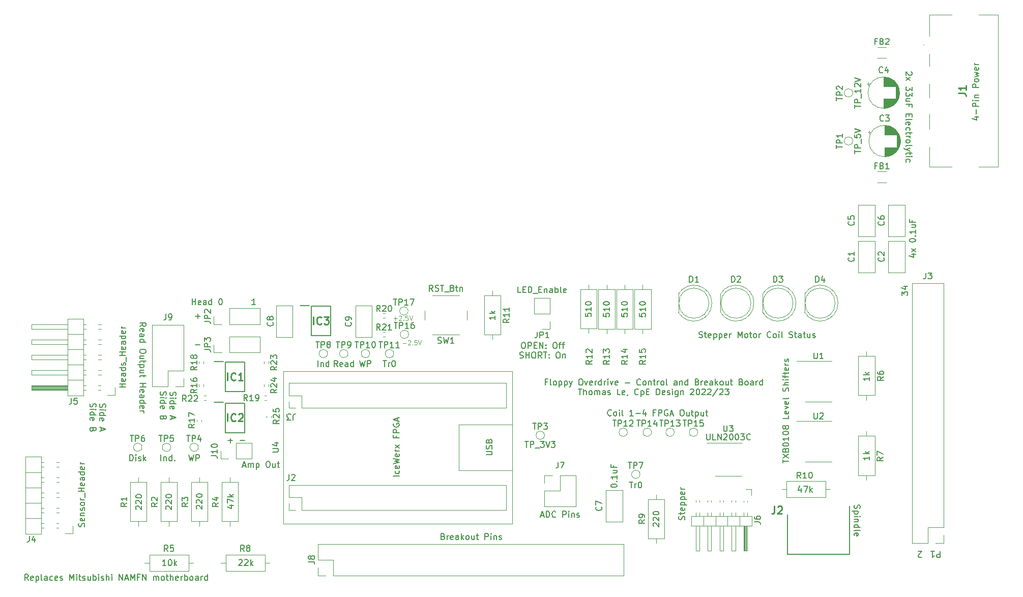
<source format=gbr>
%TF.GenerationSoftware,KiCad,Pcbnew,6.0.11-2627ca5db0~126~ubuntu22.04.1*%
%TF.CreationDate,2023-03-03T15:55:44-05:00*%
%TF.ProjectId,FloppyOverdrive_ControlBoard,466c6f70-7079-44f7-9665-726472697665,rev?*%
%TF.SameCoordinates,Original*%
%TF.FileFunction,Legend,Top*%
%TF.FilePolarity,Positive*%
%FSLAX46Y46*%
G04 Gerber Fmt 4.6, Leading zero omitted, Abs format (unit mm)*
G04 Created by KiCad (PCBNEW 6.0.11-2627ca5db0~126~ubuntu22.04.1) date 2023-03-03 15:55:44*
%MOMM*%
%LPD*%
G01*
G04 APERTURE LIST*
%ADD10C,0.150000*%
%ADD11C,0.100000*%
%ADD12C,0.254000*%
%ADD13C,0.120000*%
%ADD14C,0.200000*%
G04 APERTURE END LIST*
D10*
X116976190Y-109552380D02*
X116642857Y-109076190D01*
X116404761Y-109552380D02*
X116404761Y-108552380D01*
X116785714Y-108552380D01*
X116880952Y-108600000D01*
X116928571Y-108647619D01*
X116976190Y-108742857D01*
X116976190Y-108885714D01*
X116928571Y-108980952D01*
X116880952Y-109028571D01*
X116785714Y-109076190D01*
X116404761Y-109076190D01*
X117785714Y-109504761D02*
X117690476Y-109552380D01*
X117500000Y-109552380D01*
X117404761Y-109504761D01*
X117357142Y-109409523D01*
X117357142Y-109028571D01*
X117404761Y-108933333D01*
X117500000Y-108885714D01*
X117690476Y-108885714D01*
X117785714Y-108933333D01*
X117833333Y-109028571D01*
X117833333Y-109123809D01*
X117357142Y-109219047D01*
X118690476Y-109552380D02*
X118690476Y-109028571D01*
X118642857Y-108933333D01*
X118547619Y-108885714D01*
X118357142Y-108885714D01*
X118261904Y-108933333D01*
X118690476Y-109504761D02*
X118595238Y-109552380D01*
X118357142Y-109552380D01*
X118261904Y-109504761D01*
X118214285Y-109409523D01*
X118214285Y-109314285D01*
X118261904Y-109219047D01*
X118357142Y-109171428D01*
X118595238Y-109171428D01*
X118690476Y-109123809D01*
X119595238Y-109552380D02*
X119595238Y-108552380D01*
X119595238Y-109504761D02*
X119500000Y-109552380D01*
X119309523Y-109552380D01*
X119214285Y-109504761D01*
X119166666Y-109457142D01*
X119119047Y-109361904D01*
X119119047Y-109076190D01*
X119166666Y-108980952D01*
X119214285Y-108933333D01*
X119309523Y-108885714D01*
X119500000Y-108885714D01*
X119595238Y-108933333D01*
X165528571Y-128752380D02*
X166100000Y-128752380D01*
X165814285Y-129752380D02*
X165814285Y-128752380D01*
X166433333Y-129752380D02*
X166433333Y-129085714D01*
X166433333Y-129276190D02*
X166480952Y-129180952D01*
X166528571Y-129133333D01*
X166623809Y-129085714D01*
X166719047Y-129085714D01*
X167242857Y-128752380D02*
X167338095Y-128752380D01*
X167433333Y-128800000D01*
X167480952Y-128847619D01*
X167528571Y-128942857D01*
X167576190Y-129133333D01*
X167576190Y-129371428D01*
X167528571Y-129561904D01*
X167480952Y-129657142D01*
X167433333Y-129704761D01*
X167338095Y-129752380D01*
X167242857Y-129752380D01*
X167147619Y-129704761D01*
X167100000Y-129657142D01*
X167052380Y-129561904D01*
X167004761Y-129371428D01*
X167004761Y-129133333D01*
X167052380Y-128942857D01*
X167100000Y-128847619D01*
X167147619Y-128800000D01*
X167242857Y-128752380D01*
X212485714Y-90866666D02*
X213152380Y-90866666D01*
X212104761Y-91104761D02*
X212819047Y-91342857D01*
X212819047Y-90723809D01*
X213152380Y-90438095D02*
X212485714Y-89914285D01*
X212485714Y-90438095D02*
X213152380Y-89914285D01*
X212152380Y-88580952D02*
X212152380Y-88485714D01*
X212200000Y-88390476D01*
X212247619Y-88342857D01*
X212342857Y-88295238D01*
X212533333Y-88247619D01*
X212771428Y-88247619D01*
X212961904Y-88295238D01*
X213057142Y-88342857D01*
X213104761Y-88390476D01*
X213152380Y-88485714D01*
X213152380Y-88580952D01*
X213104761Y-88676190D01*
X213057142Y-88723809D01*
X212961904Y-88771428D01*
X212771428Y-88819047D01*
X212533333Y-88819047D01*
X212342857Y-88771428D01*
X212247619Y-88723809D01*
X212200000Y-88676190D01*
X212152380Y-88580952D01*
X213057142Y-87819047D02*
X213104761Y-87771428D01*
X213152380Y-87819047D01*
X213104761Y-87866666D01*
X213057142Y-87819047D01*
X213152380Y-87819047D01*
X213152380Y-86819047D02*
X213152380Y-87390476D01*
X213152380Y-87104761D02*
X212152380Y-87104761D01*
X212295238Y-87200000D01*
X212390476Y-87295238D01*
X212438095Y-87390476D01*
X212485714Y-85961904D02*
X213152380Y-85961904D01*
X212485714Y-86390476D02*
X213009523Y-86390476D01*
X213104761Y-86342857D01*
X213152380Y-86247619D01*
X213152380Y-86104761D01*
X213104761Y-86009523D01*
X213057142Y-85961904D01*
X212628571Y-85152380D02*
X212628571Y-85485714D01*
X213152380Y-85485714D02*
X212152380Y-85485714D01*
X212152380Y-85009523D01*
X174704761Y-135042857D02*
X174752380Y-134900000D01*
X174752380Y-134661904D01*
X174704761Y-134566666D01*
X174657142Y-134519047D01*
X174561904Y-134471428D01*
X174466666Y-134471428D01*
X174371428Y-134519047D01*
X174323809Y-134566666D01*
X174276190Y-134661904D01*
X174228571Y-134852380D01*
X174180952Y-134947619D01*
X174133333Y-134995238D01*
X174038095Y-135042857D01*
X173942857Y-135042857D01*
X173847619Y-134995238D01*
X173800000Y-134947619D01*
X173752380Y-134852380D01*
X173752380Y-134614285D01*
X173800000Y-134471428D01*
X174085714Y-134185714D02*
X174085714Y-133804761D01*
X173752380Y-134042857D02*
X174609523Y-134042857D01*
X174704761Y-133995238D01*
X174752380Y-133900000D01*
X174752380Y-133804761D01*
X174704761Y-133090476D02*
X174752380Y-133185714D01*
X174752380Y-133376190D01*
X174704761Y-133471428D01*
X174609523Y-133519047D01*
X174228571Y-133519047D01*
X174133333Y-133471428D01*
X174085714Y-133376190D01*
X174085714Y-133185714D01*
X174133333Y-133090476D01*
X174228571Y-133042857D01*
X174323809Y-133042857D01*
X174419047Y-133519047D01*
X174085714Y-132614285D02*
X175085714Y-132614285D01*
X174133333Y-132614285D02*
X174085714Y-132519047D01*
X174085714Y-132328571D01*
X174133333Y-132233333D01*
X174180952Y-132185714D01*
X174276190Y-132138095D01*
X174561904Y-132138095D01*
X174657142Y-132185714D01*
X174704761Y-132233333D01*
X174752380Y-132328571D01*
X174752380Y-132519047D01*
X174704761Y-132614285D01*
X174085714Y-131709523D02*
X175085714Y-131709523D01*
X174133333Y-131709523D02*
X174085714Y-131614285D01*
X174085714Y-131423809D01*
X174133333Y-131328571D01*
X174180952Y-131280952D01*
X174276190Y-131233333D01*
X174561904Y-131233333D01*
X174657142Y-131280952D01*
X174704761Y-131328571D01*
X174752380Y-131423809D01*
X174752380Y-131614285D01*
X174704761Y-131709523D01*
X174704761Y-130423809D02*
X174752380Y-130519047D01*
X174752380Y-130709523D01*
X174704761Y-130804761D01*
X174609523Y-130852380D01*
X174228571Y-130852380D01*
X174133333Y-130804761D01*
X174085714Y-130709523D01*
X174085714Y-130519047D01*
X174133333Y-130423809D01*
X174228571Y-130376190D01*
X174323809Y-130376190D01*
X174419047Y-130852380D01*
X174752380Y-129947619D02*
X174085714Y-129947619D01*
X174276190Y-129947619D02*
X174180952Y-129900000D01*
X174133333Y-129852380D01*
X174085714Y-129757142D01*
X174085714Y-129661904D01*
X82390476Y-125252380D02*
X82390476Y-124252380D01*
X82628571Y-124252380D01*
X82771428Y-124300000D01*
X82866666Y-124395238D01*
X82914285Y-124490476D01*
X82961904Y-124680952D01*
X82961904Y-124823809D01*
X82914285Y-125014285D01*
X82866666Y-125109523D01*
X82771428Y-125204761D01*
X82628571Y-125252380D01*
X82390476Y-125252380D01*
X83390476Y-125252380D02*
X83390476Y-124585714D01*
X83390476Y-124252380D02*
X83342857Y-124300000D01*
X83390476Y-124347619D01*
X83438095Y-124300000D01*
X83390476Y-124252380D01*
X83390476Y-124347619D01*
X83819047Y-125204761D02*
X83914285Y-125252380D01*
X84104761Y-125252380D01*
X84200000Y-125204761D01*
X84247619Y-125109523D01*
X84247619Y-125061904D01*
X84200000Y-124966666D01*
X84104761Y-124919047D01*
X83961904Y-124919047D01*
X83866666Y-124871428D01*
X83819047Y-124776190D01*
X83819047Y-124728571D01*
X83866666Y-124633333D01*
X83961904Y-124585714D01*
X84104761Y-124585714D01*
X84200000Y-124633333D01*
X84676190Y-125252380D02*
X84676190Y-124252380D01*
X84771428Y-124871428D02*
X85057142Y-125252380D01*
X85057142Y-124585714D02*
X84676190Y-124966666D01*
X92761904Y-99252380D02*
X92761904Y-98252380D01*
X92761904Y-98728571D02*
X93333333Y-98728571D01*
X93333333Y-99252380D02*
X93333333Y-98252380D01*
X94190476Y-99204761D02*
X94095238Y-99252380D01*
X93904761Y-99252380D01*
X93809523Y-99204761D01*
X93761904Y-99109523D01*
X93761904Y-98728571D01*
X93809523Y-98633333D01*
X93904761Y-98585714D01*
X94095238Y-98585714D01*
X94190476Y-98633333D01*
X94238095Y-98728571D01*
X94238095Y-98823809D01*
X93761904Y-98919047D01*
X95095238Y-99252380D02*
X95095238Y-98728571D01*
X95047619Y-98633333D01*
X94952380Y-98585714D01*
X94761904Y-98585714D01*
X94666666Y-98633333D01*
X95095238Y-99204761D02*
X95000000Y-99252380D01*
X94761904Y-99252380D01*
X94666666Y-99204761D01*
X94619047Y-99109523D01*
X94619047Y-99014285D01*
X94666666Y-98919047D01*
X94761904Y-98871428D01*
X95000000Y-98871428D01*
X95095238Y-98823809D01*
X96000000Y-99252380D02*
X96000000Y-98252380D01*
X96000000Y-99204761D02*
X95904761Y-99252380D01*
X95714285Y-99252380D01*
X95619047Y-99204761D01*
X95571428Y-99157142D01*
X95523809Y-99061904D01*
X95523809Y-98776190D01*
X95571428Y-98680952D01*
X95619047Y-98633333D01*
X95714285Y-98585714D01*
X95904761Y-98585714D01*
X96000000Y-98633333D01*
X97428571Y-98252380D02*
X97523809Y-98252380D01*
X97619047Y-98300000D01*
X97666666Y-98347619D01*
X97714285Y-98442857D01*
X97761904Y-98633333D01*
X97761904Y-98871428D01*
X97714285Y-99061904D01*
X97666666Y-99157142D01*
X97619047Y-99204761D01*
X97523809Y-99252380D01*
X97428571Y-99252380D01*
X97333333Y-99204761D01*
X97285714Y-99157142D01*
X97238095Y-99061904D01*
X97190476Y-98871428D01*
X97190476Y-98633333D01*
X97238095Y-98442857D01*
X97285714Y-98347619D01*
X97333333Y-98300000D01*
X97428571Y-98252380D01*
X103285714Y-99252380D02*
X102714285Y-99252380D01*
X103000000Y-99252380D02*
X103000000Y-98252380D01*
X102904761Y-98395238D01*
X102809523Y-98490476D01*
X102714285Y-98538095D01*
X77400238Y-115785714D02*
X77352619Y-115928571D01*
X77352619Y-116166666D01*
X77400238Y-116261904D01*
X77447857Y-116309523D01*
X77543095Y-116357142D01*
X77638333Y-116357142D01*
X77733571Y-116309523D01*
X77781190Y-116261904D01*
X77828809Y-116166666D01*
X77876428Y-115976190D01*
X77924047Y-115880952D01*
X77971666Y-115833333D01*
X78066904Y-115785714D01*
X78162142Y-115785714D01*
X78257380Y-115833333D01*
X78305000Y-115880952D01*
X78352619Y-115976190D01*
X78352619Y-116214285D01*
X78305000Y-116357142D01*
X77352619Y-116785714D02*
X78019285Y-116785714D01*
X78352619Y-116785714D02*
X78305000Y-116738095D01*
X78257380Y-116785714D01*
X78305000Y-116833333D01*
X78352619Y-116785714D01*
X78257380Y-116785714D01*
X77352619Y-117690476D02*
X78352619Y-117690476D01*
X77400238Y-117690476D02*
X77352619Y-117595238D01*
X77352619Y-117404761D01*
X77400238Y-117309523D01*
X77447857Y-117261904D01*
X77543095Y-117214285D01*
X77828809Y-117214285D01*
X77924047Y-117261904D01*
X77971666Y-117309523D01*
X78019285Y-117404761D01*
X78019285Y-117595238D01*
X77971666Y-117690476D01*
X77400238Y-118547619D02*
X77352619Y-118452380D01*
X77352619Y-118261904D01*
X77400238Y-118166666D01*
X77495476Y-118119047D01*
X77876428Y-118119047D01*
X77971666Y-118166666D01*
X78019285Y-118261904D01*
X78019285Y-118452380D01*
X77971666Y-118547619D01*
X77876428Y-118595238D01*
X77781190Y-118595238D01*
X77685952Y-118119047D01*
X77638333Y-119738095D02*
X77638333Y-120214285D01*
X77352619Y-119642857D02*
X78352619Y-119976190D01*
X77352619Y-120309523D01*
X75790238Y-115714285D02*
X75742619Y-115857142D01*
X75742619Y-116095238D01*
X75790238Y-116190476D01*
X75837857Y-116238095D01*
X75933095Y-116285714D01*
X76028333Y-116285714D01*
X76123571Y-116238095D01*
X76171190Y-116190476D01*
X76218809Y-116095238D01*
X76266428Y-115904761D01*
X76314047Y-115809523D01*
X76361666Y-115761904D01*
X76456904Y-115714285D01*
X76552142Y-115714285D01*
X76647380Y-115761904D01*
X76695000Y-115809523D01*
X76742619Y-115904761D01*
X76742619Y-116142857D01*
X76695000Y-116285714D01*
X75742619Y-116714285D02*
X76409285Y-116714285D01*
X76742619Y-116714285D02*
X76695000Y-116666666D01*
X76647380Y-116714285D01*
X76695000Y-116761904D01*
X76742619Y-116714285D01*
X76647380Y-116714285D01*
X75742619Y-117619047D02*
X76742619Y-117619047D01*
X75790238Y-117619047D02*
X75742619Y-117523809D01*
X75742619Y-117333333D01*
X75790238Y-117238095D01*
X75837857Y-117190476D01*
X75933095Y-117142857D01*
X76218809Y-117142857D01*
X76314047Y-117190476D01*
X76361666Y-117238095D01*
X76409285Y-117333333D01*
X76409285Y-117523809D01*
X76361666Y-117619047D01*
X75790238Y-118476190D02*
X75742619Y-118380952D01*
X75742619Y-118190476D01*
X75790238Y-118095238D01*
X75885476Y-118047619D01*
X76266428Y-118047619D01*
X76361666Y-118095238D01*
X76409285Y-118190476D01*
X76409285Y-118380952D01*
X76361666Y-118476190D01*
X76266428Y-118523809D01*
X76171190Y-118523809D01*
X76075952Y-118047619D01*
X76266428Y-120047619D02*
X76218809Y-120190476D01*
X76171190Y-120238095D01*
X76075952Y-120285714D01*
X75933095Y-120285714D01*
X75837857Y-120238095D01*
X75790238Y-120190476D01*
X75742619Y-120095238D01*
X75742619Y-119714285D01*
X76742619Y-119714285D01*
X76742619Y-120047619D01*
X76695000Y-120142857D01*
X76647380Y-120190476D01*
X76552142Y-120238095D01*
X76456904Y-120238095D01*
X76361666Y-120190476D01*
X76314047Y-120142857D01*
X76266428Y-120047619D01*
X76266428Y-119714285D01*
X88404761Y-142692380D02*
X87833333Y-142692380D01*
X88119047Y-142692380D02*
X88119047Y-141692380D01*
X88023809Y-141835238D01*
X87928571Y-141930476D01*
X87833333Y-141978095D01*
X89023809Y-141692380D02*
X89119047Y-141692380D01*
X89214285Y-141740000D01*
X89261904Y-141787619D01*
X89309523Y-141882857D01*
X89357142Y-142073333D01*
X89357142Y-142311428D01*
X89309523Y-142501904D01*
X89261904Y-142597142D01*
X89214285Y-142644761D01*
X89119047Y-142692380D01*
X89023809Y-142692380D01*
X88928571Y-142644761D01*
X88880952Y-142597142D01*
X88833333Y-142501904D01*
X88785714Y-142311428D01*
X88785714Y-142073333D01*
X88833333Y-141882857D01*
X88880952Y-141787619D01*
X88928571Y-141740000D01*
X89023809Y-141692380D01*
X89785714Y-142692380D02*
X89785714Y-141692380D01*
X89880952Y-142311428D02*
X90166666Y-142692380D01*
X90166666Y-142025714D02*
X89785714Y-142406666D01*
X177133333Y-104704761D02*
X177276190Y-104752380D01*
X177514285Y-104752380D01*
X177609523Y-104704761D01*
X177657142Y-104657142D01*
X177704761Y-104561904D01*
X177704761Y-104466666D01*
X177657142Y-104371428D01*
X177609523Y-104323809D01*
X177514285Y-104276190D01*
X177323809Y-104228571D01*
X177228571Y-104180952D01*
X177180952Y-104133333D01*
X177133333Y-104038095D01*
X177133333Y-103942857D01*
X177180952Y-103847619D01*
X177228571Y-103800000D01*
X177323809Y-103752380D01*
X177561904Y-103752380D01*
X177704761Y-103800000D01*
X177990476Y-104085714D02*
X178371428Y-104085714D01*
X178133333Y-103752380D02*
X178133333Y-104609523D01*
X178180952Y-104704761D01*
X178276190Y-104752380D01*
X178371428Y-104752380D01*
X179085714Y-104704761D02*
X178990476Y-104752380D01*
X178800000Y-104752380D01*
X178704761Y-104704761D01*
X178657142Y-104609523D01*
X178657142Y-104228571D01*
X178704761Y-104133333D01*
X178800000Y-104085714D01*
X178990476Y-104085714D01*
X179085714Y-104133333D01*
X179133333Y-104228571D01*
X179133333Y-104323809D01*
X178657142Y-104419047D01*
X179561904Y-104085714D02*
X179561904Y-105085714D01*
X179561904Y-104133333D02*
X179657142Y-104085714D01*
X179847619Y-104085714D01*
X179942857Y-104133333D01*
X179990476Y-104180952D01*
X180038095Y-104276190D01*
X180038095Y-104561904D01*
X179990476Y-104657142D01*
X179942857Y-104704761D01*
X179847619Y-104752380D01*
X179657142Y-104752380D01*
X179561904Y-104704761D01*
X180466666Y-104085714D02*
X180466666Y-105085714D01*
X180466666Y-104133333D02*
X180561904Y-104085714D01*
X180752380Y-104085714D01*
X180847619Y-104133333D01*
X180895238Y-104180952D01*
X180942857Y-104276190D01*
X180942857Y-104561904D01*
X180895238Y-104657142D01*
X180847619Y-104704761D01*
X180752380Y-104752380D01*
X180561904Y-104752380D01*
X180466666Y-104704761D01*
X181752380Y-104704761D02*
X181657142Y-104752380D01*
X181466666Y-104752380D01*
X181371428Y-104704761D01*
X181323809Y-104609523D01*
X181323809Y-104228571D01*
X181371428Y-104133333D01*
X181466666Y-104085714D01*
X181657142Y-104085714D01*
X181752380Y-104133333D01*
X181800000Y-104228571D01*
X181800000Y-104323809D01*
X181323809Y-104419047D01*
X182228571Y-104752380D02*
X182228571Y-104085714D01*
X182228571Y-104276190D02*
X182276190Y-104180952D01*
X182323809Y-104133333D01*
X182419047Y-104085714D01*
X182514285Y-104085714D01*
X183609523Y-104752380D02*
X183609523Y-103752380D01*
X183942857Y-104466666D01*
X184276190Y-103752380D01*
X184276190Y-104752380D01*
X184895238Y-104752380D02*
X184800000Y-104704761D01*
X184752380Y-104657142D01*
X184704761Y-104561904D01*
X184704761Y-104276190D01*
X184752380Y-104180952D01*
X184800000Y-104133333D01*
X184895238Y-104085714D01*
X185038095Y-104085714D01*
X185133333Y-104133333D01*
X185180952Y-104180952D01*
X185228571Y-104276190D01*
X185228571Y-104561904D01*
X185180952Y-104657142D01*
X185133333Y-104704761D01*
X185038095Y-104752380D01*
X184895238Y-104752380D01*
X185514285Y-104085714D02*
X185895238Y-104085714D01*
X185657142Y-103752380D02*
X185657142Y-104609523D01*
X185704761Y-104704761D01*
X185800000Y-104752380D01*
X185895238Y-104752380D01*
X186371428Y-104752380D02*
X186276190Y-104704761D01*
X186228571Y-104657142D01*
X186180952Y-104561904D01*
X186180952Y-104276190D01*
X186228571Y-104180952D01*
X186276190Y-104133333D01*
X186371428Y-104085714D01*
X186514285Y-104085714D01*
X186609523Y-104133333D01*
X186657142Y-104180952D01*
X186704761Y-104276190D01*
X186704761Y-104561904D01*
X186657142Y-104657142D01*
X186609523Y-104704761D01*
X186514285Y-104752380D01*
X186371428Y-104752380D01*
X187133333Y-104752380D02*
X187133333Y-104085714D01*
X187133333Y-104276190D02*
X187180952Y-104180952D01*
X187228571Y-104133333D01*
X187323809Y-104085714D01*
X187419047Y-104085714D01*
X189085714Y-104657142D02*
X189038095Y-104704761D01*
X188895238Y-104752380D01*
X188800000Y-104752380D01*
X188657142Y-104704761D01*
X188561904Y-104609523D01*
X188514285Y-104514285D01*
X188466666Y-104323809D01*
X188466666Y-104180952D01*
X188514285Y-103990476D01*
X188561904Y-103895238D01*
X188657142Y-103800000D01*
X188800000Y-103752380D01*
X188895238Y-103752380D01*
X189038095Y-103800000D01*
X189085714Y-103847619D01*
X189657142Y-104752380D02*
X189561904Y-104704761D01*
X189514285Y-104657142D01*
X189466666Y-104561904D01*
X189466666Y-104276190D01*
X189514285Y-104180952D01*
X189561904Y-104133333D01*
X189657142Y-104085714D01*
X189800000Y-104085714D01*
X189895238Y-104133333D01*
X189942857Y-104180952D01*
X189990476Y-104276190D01*
X189990476Y-104561904D01*
X189942857Y-104657142D01*
X189895238Y-104704761D01*
X189800000Y-104752380D01*
X189657142Y-104752380D01*
X190419047Y-104752380D02*
X190419047Y-104085714D01*
X190419047Y-103752380D02*
X190371428Y-103800000D01*
X190419047Y-103847619D01*
X190466666Y-103800000D01*
X190419047Y-103752380D01*
X190419047Y-103847619D01*
X191038095Y-104752380D02*
X190942857Y-104704761D01*
X190895238Y-104609523D01*
X190895238Y-103752380D01*
X192133333Y-104704761D02*
X192276190Y-104752380D01*
X192514285Y-104752380D01*
X192609523Y-104704761D01*
X192657142Y-104657142D01*
X192704761Y-104561904D01*
X192704761Y-104466666D01*
X192657142Y-104371428D01*
X192609523Y-104323809D01*
X192514285Y-104276190D01*
X192323809Y-104228571D01*
X192228571Y-104180952D01*
X192180952Y-104133333D01*
X192133333Y-104038095D01*
X192133333Y-103942857D01*
X192180952Y-103847619D01*
X192228571Y-103800000D01*
X192323809Y-103752380D01*
X192561904Y-103752380D01*
X192704761Y-103800000D01*
X192990476Y-104085714D02*
X193371428Y-104085714D01*
X193133333Y-103752380D02*
X193133333Y-104609523D01*
X193180952Y-104704761D01*
X193276190Y-104752380D01*
X193371428Y-104752380D01*
X194133333Y-104752380D02*
X194133333Y-104228571D01*
X194085714Y-104133333D01*
X193990476Y-104085714D01*
X193800000Y-104085714D01*
X193704761Y-104133333D01*
X194133333Y-104704761D02*
X194038095Y-104752380D01*
X193800000Y-104752380D01*
X193704761Y-104704761D01*
X193657142Y-104609523D01*
X193657142Y-104514285D01*
X193704761Y-104419047D01*
X193800000Y-104371428D01*
X194038095Y-104371428D01*
X194133333Y-104323809D01*
X194466666Y-104085714D02*
X194847619Y-104085714D01*
X194609523Y-103752380D02*
X194609523Y-104609523D01*
X194657142Y-104704761D01*
X194752380Y-104752380D01*
X194847619Y-104752380D01*
X195609523Y-104085714D02*
X195609523Y-104752380D01*
X195180952Y-104085714D02*
X195180952Y-104609523D01*
X195228571Y-104704761D01*
X195323809Y-104752380D01*
X195466666Y-104752380D01*
X195561904Y-104704761D01*
X195609523Y-104657142D01*
X196038095Y-104704761D02*
X196133333Y-104752380D01*
X196323809Y-104752380D01*
X196419047Y-104704761D01*
X196466666Y-104609523D01*
X196466666Y-104561904D01*
X196419047Y-104466666D01*
X196323809Y-104419047D01*
X196180952Y-104419047D01*
X196085714Y-104371428D01*
X196038095Y-104276190D01*
X196038095Y-104228571D01*
X196085714Y-104133333D01*
X196180952Y-104085714D01*
X196323809Y-104085714D01*
X196419047Y-104133333D01*
D11*
X126300000Y-101553571D02*
X126871428Y-101553571D01*
X126585714Y-101839285D02*
X126585714Y-101267857D01*
X127192857Y-101160714D02*
X127228571Y-101125000D01*
X127300000Y-101089285D01*
X127478571Y-101089285D01*
X127550000Y-101125000D01*
X127585714Y-101160714D01*
X127621428Y-101232142D01*
X127621428Y-101303571D01*
X127585714Y-101410714D01*
X127157142Y-101839285D01*
X127621428Y-101839285D01*
X127942857Y-101767857D02*
X127978571Y-101803571D01*
X127942857Y-101839285D01*
X127907142Y-101803571D01*
X127942857Y-101767857D01*
X127942857Y-101839285D01*
X128657142Y-101089285D02*
X128300000Y-101089285D01*
X128264285Y-101446428D01*
X128300000Y-101410714D01*
X128371428Y-101375000D01*
X128550000Y-101375000D01*
X128621428Y-101410714D01*
X128657142Y-101446428D01*
X128692857Y-101517857D01*
X128692857Y-101696428D01*
X128657142Y-101767857D01*
X128621428Y-101803571D01*
X128550000Y-101839285D01*
X128371428Y-101839285D01*
X128300000Y-101803571D01*
X128264285Y-101767857D01*
X128907142Y-101089285D02*
X129157142Y-101839285D01*
X129407142Y-101089285D01*
D10*
X162533333Y-117657142D02*
X162485714Y-117704761D01*
X162342857Y-117752380D01*
X162247619Y-117752380D01*
X162104761Y-117704761D01*
X162009523Y-117609523D01*
X161961904Y-117514285D01*
X161914285Y-117323809D01*
X161914285Y-117180952D01*
X161961904Y-116990476D01*
X162009523Y-116895238D01*
X162104761Y-116800000D01*
X162247619Y-116752380D01*
X162342857Y-116752380D01*
X162485714Y-116800000D01*
X162533333Y-116847619D01*
X163104761Y-117752380D02*
X163009523Y-117704761D01*
X162961904Y-117657142D01*
X162914285Y-117561904D01*
X162914285Y-117276190D01*
X162961904Y-117180952D01*
X163009523Y-117133333D01*
X163104761Y-117085714D01*
X163247619Y-117085714D01*
X163342857Y-117133333D01*
X163390476Y-117180952D01*
X163438095Y-117276190D01*
X163438095Y-117561904D01*
X163390476Y-117657142D01*
X163342857Y-117704761D01*
X163247619Y-117752380D01*
X163104761Y-117752380D01*
X163866666Y-117752380D02*
X163866666Y-117085714D01*
X163866666Y-116752380D02*
X163819047Y-116800000D01*
X163866666Y-116847619D01*
X163914285Y-116800000D01*
X163866666Y-116752380D01*
X163866666Y-116847619D01*
X164485714Y-117752380D02*
X164390476Y-117704761D01*
X164342857Y-117609523D01*
X164342857Y-116752380D01*
X166152380Y-117752380D02*
X165580952Y-117752380D01*
X165866666Y-117752380D02*
X165866666Y-116752380D01*
X165771428Y-116895238D01*
X165676190Y-116990476D01*
X165580952Y-117038095D01*
X166580952Y-117371428D02*
X167342857Y-117371428D01*
X168247619Y-117085714D02*
X168247619Y-117752380D01*
X168009523Y-116704761D02*
X167771428Y-117419047D01*
X168390476Y-117419047D01*
X169866666Y-117228571D02*
X169533333Y-117228571D01*
X169533333Y-117752380D02*
X169533333Y-116752380D01*
X170009523Y-116752380D01*
X170390476Y-117752380D02*
X170390476Y-116752380D01*
X170771428Y-116752380D01*
X170866666Y-116800000D01*
X170914285Y-116847619D01*
X170961904Y-116942857D01*
X170961904Y-117085714D01*
X170914285Y-117180952D01*
X170866666Y-117228571D01*
X170771428Y-117276190D01*
X170390476Y-117276190D01*
X171914285Y-116800000D02*
X171819047Y-116752380D01*
X171676190Y-116752380D01*
X171533333Y-116800000D01*
X171438095Y-116895238D01*
X171390476Y-116990476D01*
X171342857Y-117180952D01*
X171342857Y-117323809D01*
X171390476Y-117514285D01*
X171438095Y-117609523D01*
X171533333Y-117704761D01*
X171676190Y-117752380D01*
X171771428Y-117752380D01*
X171914285Y-117704761D01*
X171961904Y-117657142D01*
X171961904Y-117323809D01*
X171771428Y-117323809D01*
X172342857Y-117466666D02*
X172819047Y-117466666D01*
X172247619Y-117752380D02*
X172580952Y-116752380D01*
X172914285Y-117752380D01*
X174200000Y-116752380D02*
X174390476Y-116752380D01*
X174485714Y-116800000D01*
X174580952Y-116895238D01*
X174628571Y-117085714D01*
X174628571Y-117419047D01*
X174580952Y-117609523D01*
X174485714Y-117704761D01*
X174390476Y-117752380D01*
X174200000Y-117752380D01*
X174104761Y-117704761D01*
X174009523Y-117609523D01*
X173961904Y-117419047D01*
X173961904Y-117085714D01*
X174009523Y-116895238D01*
X174104761Y-116800000D01*
X174200000Y-116752380D01*
X175485714Y-117085714D02*
X175485714Y-117752380D01*
X175057142Y-117085714D02*
X175057142Y-117609523D01*
X175104761Y-117704761D01*
X175200000Y-117752380D01*
X175342857Y-117752380D01*
X175438095Y-117704761D01*
X175485714Y-117657142D01*
X175819047Y-117085714D02*
X176200000Y-117085714D01*
X175961904Y-116752380D02*
X175961904Y-117609523D01*
X176009523Y-117704761D01*
X176104761Y-117752380D01*
X176200000Y-117752380D01*
X176533333Y-117085714D02*
X176533333Y-118085714D01*
X176533333Y-117133333D02*
X176628571Y-117085714D01*
X176819047Y-117085714D01*
X176914285Y-117133333D01*
X176961904Y-117180952D01*
X177009523Y-117276190D01*
X177009523Y-117561904D01*
X176961904Y-117657142D01*
X176914285Y-117704761D01*
X176819047Y-117752380D01*
X176628571Y-117752380D01*
X176533333Y-117704761D01*
X177866666Y-117085714D02*
X177866666Y-117752380D01*
X177438095Y-117085714D02*
X177438095Y-117609523D01*
X177485714Y-117704761D01*
X177580952Y-117752380D01*
X177723809Y-117752380D01*
X177819047Y-117704761D01*
X177866666Y-117657142D01*
X178200000Y-117085714D02*
X178580952Y-117085714D01*
X178342857Y-116752380D02*
X178342857Y-117609523D01*
X178390476Y-117704761D01*
X178485714Y-117752380D01*
X178580952Y-117752380D01*
X87557142Y-125252380D02*
X87557142Y-124252380D01*
X88033333Y-124585714D02*
X88033333Y-125252380D01*
X88033333Y-124680952D02*
X88080952Y-124633333D01*
X88176190Y-124585714D01*
X88319047Y-124585714D01*
X88414285Y-124633333D01*
X88461904Y-124728571D01*
X88461904Y-125252380D01*
X89366666Y-125252380D02*
X89366666Y-124252380D01*
X89366666Y-125204761D02*
X89271428Y-125252380D01*
X89080952Y-125252380D01*
X88985714Y-125204761D01*
X88938095Y-125157142D01*
X88890476Y-125061904D01*
X88890476Y-124776190D01*
X88938095Y-124680952D01*
X88985714Y-124633333D01*
X89080952Y-124585714D01*
X89271428Y-124585714D01*
X89366666Y-124633333D01*
X89842857Y-125157142D02*
X89890476Y-125204761D01*
X89842857Y-125252380D01*
X89795238Y-125204761D01*
X89842857Y-125157142D01*
X89842857Y-125252380D01*
D11*
X127800000Y-105653571D02*
X128371428Y-105653571D01*
X128692857Y-105260714D02*
X128728571Y-105225000D01*
X128800000Y-105189285D01*
X128978571Y-105189285D01*
X129050000Y-105225000D01*
X129085714Y-105260714D01*
X129121428Y-105332142D01*
X129121428Y-105403571D01*
X129085714Y-105510714D01*
X128657142Y-105939285D01*
X129121428Y-105939285D01*
X129442857Y-105867857D02*
X129478571Y-105903571D01*
X129442857Y-105939285D01*
X129407142Y-105903571D01*
X129442857Y-105867857D01*
X129442857Y-105939285D01*
X130157142Y-105189285D02*
X129800000Y-105189285D01*
X129764285Y-105546428D01*
X129800000Y-105510714D01*
X129871428Y-105475000D01*
X130050000Y-105475000D01*
X130121428Y-105510714D01*
X130157142Y-105546428D01*
X130192857Y-105617857D01*
X130192857Y-105796428D01*
X130157142Y-105867857D01*
X130121428Y-105903571D01*
X130050000Y-105939285D01*
X129871428Y-105939285D01*
X129800000Y-105903571D01*
X129764285Y-105867857D01*
X130407142Y-105189285D02*
X130657142Y-105939285D01*
X130907142Y-105189285D01*
D10*
X150785714Y-134366666D02*
X151261904Y-134366666D01*
X150690476Y-134652380D02*
X151023809Y-133652380D01*
X151357142Y-134652380D01*
X151690476Y-134652380D02*
X151690476Y-133652380D01*
X151928571Y-133652380D01*
X152071428Y-133700000D01*
X152166666Y-133795238D01*
X152214285Y-133890476D01*
X152261904Y-134080952D01*
X152261904Y-134223809D01*
X152214285Y-134414285D01*
X152166666Y-134509523D01*
X152071428Y-134604761D01*
X151928571Y-134652380D01*
X151690476Y-134652380D01*
X153261904Y-134557142D02*
X153214285Y-134604761D01*
X153071428Y-134652380D01*
X152976190Y-134652380D01*
X152833333Y-134604761D01*
X152738095Y-134509523D01*
X152690476Y-134414285D01*
X152642857Y-134223809D01*
X152642857Y-134080952D01*
X152690476Y-133890476D01*
X152738095Y-133795238D01*
X152833333Y-133700000D01*
X152976190Y-133652380D01*
X153071428Y-133652380D01*
X153214285Y-133700000D01*
X153261904Y-133747619D01*
X154452380Y-134652380D02*
X154452380Y-133652380D01*
X154833333Y-133652380D01*
X154928571Y-133700000D01*
X154976190Y-133747619D01*
X155023809Y-133842857D01*
X155023809Y-133985714D01*
X154976190Y-134080952D01*
X154928571Y-134128571D01*
X154833333Y-134176190D01*
X154452380Y-134176190D01*
X155452380Y-134652380D02*
X155452380Y-133985714D01*
X155452380Y-133652380D02*
X155404761Y-133700000D01*
X155452380Y-133747619D01*
X155500000Y-133700000D01*
X155452380Y-133652380D01*
X155452380Y-133747619D01*
X155928571Y-133985714D02*
X155928571Y-134652380D01*
X155928571Y-134080952D02*
X155976190Y-134033333D01*
X156071428Y-133985714D01*
X156214285Y-133985714D01*
X156309523Y-134033333D01*
X156357142Y-134128571D01*
X156357142Y-134652380D01*
X156785714Y-134604761D02*
X156880952Y-134652380D01*
X157071428Y-134652380D01*
X157166666Y-134604761D01*
X157214285Y-134509523D01*
X157214285Y-134461904D01*
X157166666Y-134366666D01*
X157071428Y-134319047D01*
X156928571Y-134319047D01*
X156833333Y-134271428D01*
X156785714Y-134176190D01*
X156785714Y-134128571D01*
X156833333Y-134033333D01*
X156928571Y-133985714D01*
X157071428Y-133985714D01*
X157166666Y-134033333D01*
X92171428Y-124252380D02*
X92409523Y-125252380D01*
X92600000Y-124538095D01*
X92790476Y-125252380D01*
X93028571Y-124252380D01*
X93409523Y-125252380D02*
X93409523Y-124252380D01*
X93790476Y-124252380D01*
X93885714Y-124300000D01*
X93933333Y-124347619D01*
X93980952Y-124442857D01*
X93980952Y-124585714D01*
X93933333Y-124680952D01*
X93885714Y-124728571D01*
X93790476Y-124776190D01*
X93409523Y-124776190D01*
X167202380Y-100714285D02*
X167202380Y-101190476D01*
X167678571Y-101238095D01*
X167630952Y-101190476D01*
X167583333Y-101095238D01*
X167583333Y-100857142D01*
X167630952Y-100761904D01*
X167678571Y-100714285D01*
X167773809Y-100666666D01*
X168011904Y-100666666D01*
X168107142Y-100714285D01*
X168154761Y-100761904D01*
X168202380Y-100857142D01*
X168202380Y-101095238D01*
X168154761Y-101190476D01*
X168107142Y-101238095D01*
X168202380Y-99714285D02*
X168202380Y-100285714D01*
X168202380Y-100000000D02*
X167202380Y-100000000D01*
X167345238Y-100095238D01*
X167440476Y-100190476D01*
X167488095Y-100285714D01*
X167202380Y-99095238D02*
X167202380Y-99000000D01*
X167250000Y-98904761D01*
X167297619Y-98857142D01*
X167392857Y-98809523D01*
X167583333Y-98761904D01*
X167821428Y-98761904D01*
X168011904Y-98809523D01*
X168107142Y-98857142D01*
X168154761Y-98904761D01*
X168202380Y-99000000D01*
X168202380Y-99095238D01*
X168154761Y-99190476D01*
X168107142Y-99238095D01*
X168011904Y-99285714D01*
X167821428Y-99333333D01*
X167583333Y-99333333D01*
X167392857Y-99285714D01*
X167297619Y-99238095D01*
X167250000Y-99190476D01*
X167202380Y-99095238D01*
X100533333Y-141787619D02*
X100580952Y-141740000D01*
X100676190Y-141692380D01*
X100914285Y-141692380D01*
X101009523Y-141740000D01*
X101057142Y-141787619D01*
X101104761Y-141882857D01*
X101104761Y-141978095D01*
X101057142Y-142120952D01*
X100485714Y-142692380D01*
X101104761Y-142692380D01*
X101485714Y-141787619D02*
X101533333Y-141740000D01*
X101628571Y-141692380D01*
X101866666Y-141692380D01*
X101961904Y-141740000D01*
X102009523Y-141787619D01*
X102057142Y-141882857D01*
X102057142Y-141978095D01*
X102009523Y-142120952D01*
X101438095Y-142692380D01*
X102057142Y-142692380D01*
X102485714Y-142692380D02*
X102485714Y-141692380D01*
X102580952Y-142311428D02*
X102866666Y-142692380D01*
X102866666Y-142025714D02*
X102485714Y-142406666D01*
X151861904Y-112123571D02*
X151528571Y-112123571D01*
X151528571Y-112647380D02*
X151528571Y-111647380D01*
X152004761Y-111647380D01*
X152528571Y-112647380D02*
X152433333Y-112599761D01*
X152385714Y-112504523D01*
X152385714Y-111647380D01*
X153052380Y-112647380D02*
X152957142Y-112599761D01*
X152909523Y-112552142D01*
X152861904Y-112456904D01*
X152861904Y-112171190D01*
X152909523Y-112075952D01*
X152957142Y-112028333D01*
X153052380Y-111980714D01*
X153195238Y-111980714D01*
X153290476Y-112028333D01*
X153338095Y-112075952D01*
X153385714Y-112171190D01*
X153385714Y-112456904D01*
X153338095Y-112552142D01*
X153290476Y-112599761D01*
X153195238Y-112647380D01*
X153052380Y-112647380D01*
X153814285Y-111980714D02*
X153814285Y-112980714D01*
X153814285Y-112028333D02*
X153909523Y-111980714D01*
X154100000Y-111980714D01*
X154195238Y-112028333D01*
X154242857Y-112075952D01*
X154290476Y-112171190D01*
X154290476Y-112456904D01*
X154242857Y-112552142D01*
X154195238Y-112599761D01*
X154100000Y-112647380D01*
X153909523Y-112647380D01*
X153814285Y-112599761D01*
X154719047Y-111980714D02*
X154719047Y-112980714D01*
X154719047Y-112028333D02*
X154814285Y-111980714D01*
X155004761Y-111980714D01*
X155100000Y-112028333D01*
X155147619Y-112075952D01*
X155195238Y-112171190D01*
X155195238Y-112456904D01*
X155147619Y-112552142D01*
X155100000Y-112599761D01*
X155004761Y-112647380D01*
X154814285Y-112647380D01*
X154719047Y-112599761D01*
X155528571Y-111980714D02*
X155766666Y-112647380D01*
X156004761Y-111980714D02*
X155766666Y-112647380D01*
X155671428Y-112885476D01*
X155623809Y-112933095D01*
X155528571Y-112980714D01*
X157338095Y-111647380D02*
X157528571Y-111647380D01*
X157623809Y-111695000D01*
X157719047Y-111790238D01*
X157766666Y-111980714D01*
X157766666Y-112314047D01*
X157719047Y-112504523D01*
X157623809Y-112599761D01*
X157528571Y-112647380D01*
X157338095Y-112647380D01*
X157242857Y-112599761D01*
X157147619Y-112504523D01*
X157100000Y-112314047D01*
X157100000Y-111980714D01*
X157147619Y-111790238D01*
X157242857Y-111695000D01*
X157338095Y-111647380D01*
X158100000Y-111980714D02*
X158338095Y-112647380D01*
X158576190Y-111980714D01*
X159338095Y-112599761D02*
X159242857Y-112647380D01*
X159052380Y-112647380D01*
X158957142Y-112599761D01*
X158909523Y-112504523D01*
X158909523Y-112123571D01*
X158957142Y-112028333D01*
X159052380Y-111980714D01*
X159242857Y-111980714D01*
X159338095Y-112028333D01*
X159385714Y-112123571D01*
X159385714Y-112218809D01*
X158909523Y-112314047D01*
X159814285Y-112647380D02*
X159814285Y-111980714D01*
X159814285Y-112171190D02*
X159861904Y-112075952D01*
X159909523Y-112028333D01*
X160004761Y-111980714D01*
X160100000Y-111980714D01*
X160861904Y-112647380D02*
X160861904Y-111647380D01*
X160861904Y-112599761D02*
X160766666Y-112647380D01*
X160576190Y-112647380D01*
X160480952Y-112599761D01*
X160433333Y-112552142D01*
X160385714Y-112456904D01*
X160385714Y-112171190D01*
X160433333Y-112075952D01*
X160480952Y-112028333D01*
X160576190Y-111980714D01*
X160766666Y-111980714D01*
X160861904Y-112028333D01*
X161338095Y-112647380D02*
X161338095Y-111980714D01*
X161338095Y-112171190D02*
X161385714Y-112075952D01*
X161433333Y-112028333D01*
X161528571Y-111980714D01*
X161623809Y-111980714D01*
X161957142Y-112647380D02*
X161957142Y-111980714D01*
X161957142Y-111647380D02*
X161909523Y-111695000D01*
X161957142Y-111742619D01*
X162004761Y-111695000D01*
X161957142Y-111647380D01*
X161957142Y-111742619D01*
X162338095Y-111980714D02*
X162576190Y-112647380D01*
X162814285Y-111980714D01*
X163576190Y-112599761D02*
X163480952Y-112647380D01*
X163290476Y-112647380D01*
X163195238Y-112599761D01*
X163147619Y-112504523D01*
X163147619Y-112123571D01*
X163195238Y-112028333D01*
X163290476Y-111980714D01*
X163480952Y-111980714D01*
X163576190Y-112028333D01*
X163623809Y-112123571D01*
X163623809Y-112218809D01*
X163147619Y-112314047D01*
X164814285Y-112266428D02*
X165576190Y-112266428D01*
X167385714Y-112552142D02*
X167338095Y-112599761D01*
X167195238Y-112647380D01*
X167100000Y-112647380D01*
X166957142Y-112599761D01*
X166861904Y-112504523D01*
X166814285Y-112409285D01*
X166766666Y-112218809D01*
X166766666Y-112075952D01*
X166814285Y-111885476D01*
X166861904Y-111790238D01*
X166957142Y-111695000D01*
X167100000Y-111647380D01*
X167195238Y-111647380D01*
X167338095Y-111695000D01*
X167385714Y-111742619D01*
X167957142Y-112647380D02*
X167861904Y-112599761D01*
X167814285Y-112552142D01*
X167766666Y-112456904D01*
X167766666Y-112171190D01*
X167814285Y-112075952D01*
X167861904Y-112028333D01*
X167957142Y-111980714D01*
X168100000Y-111980714D01*
X168195238Y-112028333D01*
X168242857Y-112075952D01*
X168290476Y-112171190D01*
X168290476Y-112456904D01*
X168242857Y-112552142D01*
X168195238Y-112599761D01*
X168100000Y-112647380D01*
X167957142Y-112647380D01*
X168719047Y-111980714D02*
X168719047Y-112647380D01*
X168719047Y-112075952D02*
X168766666Y-112028333D01*
X168861904Y-111980714D01*
X169004761Y-111980714D01*
X169100000Y-112028333D01*
X169147619Y-112123571D01*
X169147619Y-112647380D01*
X169480952Y-111980714D02*
X169861904Y-111980714D01*
X169623809Y-111647380D02*
X169623809Y-112504523D01*
X169671428Y-112599761D01*
X169766666Y-112647380D01*
X169861904Y-112647380D01*
X170195238Y-112647380D02*
X170195238Y-111980714D01*
X170195238Y-112171190D02*
X170242857Y-112075952D01*
X170290476Y-112028333D01*
X170385714Y-111980714D01*
X170480952Y-111980714D01*
X170957142Y-112647380D02*
X170861904Y-112599761D01*
X170814285Y-112552142D01*
X170766666Y-112456904D01*
X170766666Y-112171190D01*
X170814285Y-112075952D01*
X170861904Y-112028333D01*
X170957142Y-111980714D01*
X171099999Y-111980714D01*
X171195238Y-112028333D01*
X171242857Y-112075952D01*
X171290476Y-112171190D01*
X171290476Y-112456904D01*
X171242857Y-112552142D01*
X171195238Y-112599761D01*
X171099999Y-112647380D01*
X170957142Y-112647380D01*
X171861904Y-112647380D02*
X171766666Y-112599761D01*
X171719047Y-112504523D01*
X171719047Y-111647380D01*
X173433333Y-112647380D02*
X173433333Y-112123571D01*
X173385714Y-112028333D01*
X173290476Y-111980714D01*
X173099999Y-111980714D01*
X173004761Y-112028333D01*
X173433333Y-112599761D02*
X173338095Y-112647380D01*
X173099999Y-112647380D01*
X173004761Y-112599761D01*
X172957142Y-112504523D01*
X172957142Y-112409285D01*
X173004761Y-112314047D01*
X173099999Y-112266428D01*
X173338095Y-112266428D01*
X173433333Y-112218809D01*
X173909523Y-111980714D02*
X173909523Y-112647380D01*
X173909523Y-112075952D02*
X173957142Y-112028333D01*
X174052380Y-111980714D01*
X174195238Y-111980714D01*
X174290476Y-112028333D01*
X174338095Y-112123571D01*
X174338095Y-112647380D01*
X175242857Y-112647380D02*
X175242857Y-111647380D01*
X175242857Y-112599761D02*
X175147619Y-112647380D01*
X174957142Y-112647380D01*
X174861904Y-112599761D01*
X174814285Y-112552142D01*
X174766666Y-112456904D01*
X174766666Y-112171190D01*
X174814285Y-112075952D01*
X174861904Y-112028333D01*
X174957142Y-111980714D01*
X175147619Y-111980714D01*
X175242857Y-112028333D01*
X176814285Y-112123571D02*
X176957142Y-112171190D01*
X177004761Y-112218809D01*
X177052380Y-112314047D01*
X177052380Y-112456904D01*
X177004761Y-112552142D01*
X176957142Y-112599761D01*
X176861904Y-112647380D01*
X176480952Y-112647380D01*
X176480952Y-111647380D01*
X176814285Y-111647380D01*
X176909523Y-111695000D01*
X176957142Y-111742619D01*
X177004761Y-111837857D01*
X177004761Y-111933095D01*
X176957142Y-112028333D01*
X176909523Y-112075952D01*
X176814285Y-112123571D01*
X176480952Y-112123571D01*
X177480952Y-112647380D02*
X177480952Y-111980714D01*
X177480952Y-112171190D02*
X177528571Y-112075952D01*
X177576190Y-112028333D01*
X177671428Y-111980714D01*
X177766666Y-111980714D01*
X178480952Y-112599761D02*
X178385714Y-112647380D01*
X178195238Y-112647380D01*
X178099999Y-112599761D01*
X178052380Y-112504523D01*
X178052380Y-112123571D01*
X178099999Y-112028333D01*
X178195238Y-111980714D01*
X178385714Y-111980714D01*
X178480952Y-112028333D01*
X178528571Y-112123571D01*
X178528571Y-112218809D01*
X178052380Y-112314047D01*
X179385714Y-112647380D02*
X179385714Y-112123571D01*
X179338095Y-112028333D01*
X179242857Y-111980714D01*
X179052380Y-111980714D01*
X178957142Y-112028333D01*
X179385714Y-112599761D02*
X179290476Y-112647380D01*
X179052380Y-112647380D01*
X178957142Y-112599761D01*
X178909523Y-112504523D01*
X178909523Y-112409285D01*
X178957142Y-112314047D01*
X179052380Y-112266428D01*
X179290476Y-112266428D01*
X179385714Y-112218809D01*
X179861904Y-112647380D02*
X179861904Y-111647380D01*
X179957142Y-112266428D02*
X180242857Y-112647380D01*
X180242857Y-111980714D02*
X179861904Y-112361666D01*
X180814285Y-112647380D02*
X180719047Y-112599761D01*
X180671428Y-112552142D01*
X180623809Y-112456904D01*
X180623809Y-112171190D01*
X180671428Y-112075952D01*
X180719047Y-112028333D01*
X180814285Y-111980714D01*
X180957142Y-111980714D01*
X181052380Y-112028333D01*
X181099999Y-112075952D01*
X181147619Y-112171190D01*
X181147619Y-112456904D01*
X181099999Y-112552142D01*
X181052380Y-112599761D01*
X180957142Y-112647380D01*
X180814285Y-112647380D01*
X182004761Y-111980714D02*
X182004761Y-112647380D01*
X181576190Y-111980714D02*
X181576190Y-112504523D01*
X181623809Y-112599761D01*
X181719047Y-112647380D01*
X181861904Y-112647380D01*
X181957142Y-112599761D01*
X182004761Y-112552142D01*
X182338095Y-111980714D02*
X182719047Y-111980714D01*
X182480952Y-111647380D02*
X182480952Y-112504523D01*
X182528571Y-112599761D01*
X182623809Y-112647380D01*
X182719047Y-112647380D01*
X184147619Y-112123571D02*
X184290476Y-112171190D01*
X184338095Y-112218809D01*
X184385714Y-112314047D01*
X184385714Y-112456904D01*
X184338095Y-112552142D01*
X184290476Y-112599761D01*
X184195238Y-112647380D01*
X183814285Y-112647380D01*
X183814285Y-111647380D01*
X184147619Y-111647380D01*
X184242857Y-111695000D01*
X184290476Y-111742619D01*
X184338095Y-111837857D01*
X184338095Y-111933095D01*
X184290476Y-112028333D01*
X184242857Y-112075952D01*
X184147619Y-112123571D01*
X183814285Y-112123571D01*
X184957142Y-112647380D02*
X184861904Y-112599761D01*
X184814285Y-112552142D01*
X184766666Y-112456904D01*
X184766666Y-112171190D01*
X184814285Y-112075952D01*
X184861904Y-112028333D01*
X184957142Y-111980714D01*
X185099999Y-111980714D01*
X185195238Y-112028333D01*
X185242857Y-112075952D01*
X185290476Y-112171190D01*
X185290476Y-112456904D01*
X185242857Y-112552142D01*
X185195238Y-112599761D01*
X185099999Y-112647380D01*
X184957142Y-112647380D01*
X186147619Y-112647380D02*
X186147619Y-112123571D01*
X186099999Y-112028333D01*
X186004761Y-111980714D01*
X185814285Y-111980714D01*
X185719047Y-112028333D01*
X186147619Y-112599761D02*
X186052380Y-112647380D01*
X185814285Y-112647380D01*
X185719047Y-112599761D01*
X185671428Y-112504523D01*
X185671428Y-112409285D01*
X185719047Y-112314047D01*
X185814285Y-112266428D01*
X186052380Y-112266428D01*
X186147619Y-112218809D01*
X186623809Y-112647380D02*
X186623809Y-111980714D01*
X186623809Y-112171190D02*
X186671428Y-112075952D01*
X186719047Y-112028333D01*
X186814285Y-111980714D01*
X186909523Y-111980714D01*
X187671428Y-112647380D02*
X187671428Y-111647380D01*
X187671428Y-112599761D02*
X187576190Y-112647380D01*
X187385714Y-112647380D01*
X187290476Y-112599761D01*
X187242857Y-112552142D01*
X187195238Y-112456904D01*
X187195238Y-112171190D01*
X187242857Y-112075952D01*
X187290476Y-112028333D01*
X187385714Y-111980714D01*
X187576190Y-111980714D01*
X187671428Y-112028333D01*
X157028571Y-113257380D02*
X157600000Y-113257380D01*
X157314285Y-114257380D02*
X157314285Y-113257380D01*
X157933333Y-114257380D02*
X157933333Y-113257380D01*
X158361904Y-114257380D02*
X158361904Y-113733571D01*
X158314285Y-113638333D01*
X158219047Y-113590714D01*
X158076190Y-113590714D01*
X157980952Y-113638333D01*
X157933333Y-113685952D01*
X158980952Y-114257380D02*
X158885714Y-114209761D01*
X158838095Y-114162142D01*
X158790476Y-114066904D01*
X158790476Y-113781190D01*
X158838095Y-113685952D01*
X158885714Y-113638333D01*
X158980952Y-113590714D01*
X159123809Y-113590714D01*
X159219047Y-113638333D01*
X159266666Y-113685952D01*
X159314285Y-113781190D01*
X159314285Y-114066904D01*
X159266666Y-114162142D01*
X159219047Y-114209761D01*
X159123809Y-114257380D01*
X158980952Y-114257380D01*
X159742857Y-114257380D02*
X159742857Y-113590714D01*
X159742857Y-113685952D02*
X159790476Y-113638333D01*
X159885714Y-113590714D01*
X160028571Y-113590714D01*
X160123809Y-113638333D01*
X160171428Y-113733571D01*
X160171428Y-114257380D01*
X160171428Y-113733571D02*
X160219047Y-113638333D01*
X160314285Y-113590714D01*
X160457142Y-113590714D01*
X160552380Y-113638333D01*
X160600000Y-113733571D01*
X160600000Y-114257380D01*
X161504761Y-114257380D02*
X161504761Y-113733571D01*
X161457142Y-113638333D01*
X161361904Y-113590714D01*
X161171428Y-113590714D01*
X161076190Y-113638333D01*
X161504761Y-114209761D02*
X161409523Y-114257380D01*
X161171428Y-114257380D01*
X161076190Y-114209761D01*
X161028571Y-114114523D01*
X161028571Y-114019285D01*
X161076190Y-113924047D01*
X161171428Y-113876428D01*
X161409523Y-113876428D01*
X161504761Y-113828809D01*
X161933333Y-114209761D02*
X162028571Y-114257380D01*
X162219047Y-114257380D01*
X162314285Y-114209761D01*
X162361904Y-114114523D01*
X162361904Y-114066904D01*
X162314285Y-113971666D01*
X162219047Y-113924047D01*
X162076190Y-113924047D01*
X161980952Y-113876428D01*
X161933333Y-113781190D01*
X161933333Y-113733571D01*
X161980952Y-113638333D01*
X162076190Y-113590714D01*
X162219047Y-113590714D01*
X162314285Y-113638333D01*
X164028571Y-114257380D02*
X163552380Y-114257380D01*
X163552380Y-113257380D01*
X164742857Y-114209761D02*
X164647619Y-114257380D01*
X164457142Y-114257380D01*
X164361904Y-114209761D01*
X164314285Y-114114523D01*
X164314285Y-113733571D01*
X164361904Y-113638333D01*
X164457142Y-113590714D01*
X164647619Y-113590714D01*
X164742857Y-113638333D01*
X164790476Y-113733571D01*
X164790476Y-113828809D01*
X164314285Y-113924047D01*
X165266666Y-114209761D02*
X165266666Y-114257380D01*
X165219047Y-114352619D01*
X165171428Y-114400238D01*
X167028571Y-114162142D02*
X166980952Y-114209761D01*
X166838095Y-114257380D01*
X166742857Y-114257380D01*
X166600000Y-114209761D01*
X166504761Y-114114523D01*
X166457142Y-114019285D01*
X166409523Y-113828809D01*
X166409523Y-113685952D01*
X166457142Y-113495476D01*
X166504761Y-113400238D01*
X166600000Y-113305000D01*
X166742857Y-113257380D01*
X166838095Y-113257380D01*
X166980952Y-113305000D01*
X167028571Y-113352619D01*
X167457142Y-113590714D02*
X167457142Y-114590714D01*
X167457142Y-113638333D02*
X167552380Y-113590714D01*
X167742857Y-113590714D01*
X167838095Y-113638333D01*
X167885714Y-113685952D01*
X167933333Y-113781190D01*
X167933333Y-114066904D01*
X167885714Y-114162142D01*
X167838095Y-114209761D01*
X167742857Y-114257380D01*
X167552380Y-114257380D01*
X167457142Y-114209761D01*
X168361904Y-113733571D02*
X168695238Y-113733571D01*
X168838095Y-114257380D02*
X168361904Y-114257380D01*
X168361904Y-113257380D01*
X168838095Y-113257380D01*
X170028571Y-114257380D02*
X170028571Y-113257380D01*
X170266666Y-113257380D01*
X170409523Y-113305000D01*
X170504761Y-113400238D01*
X170552380Y-113495476D01*
X170600000Y-113685952D01*
X170600000Y-113828809D01*
X170552380Y-114019285D01*
X170504761Y-114114523D01*
X170409523Y-114209761D01*
X170266666Y-114257380D01*
X170028571Y-114257380D01*
X171409523Y-114209761D02*
X171314285Y-114257380D01*
X171123809Y-114257380D01*
X171028571Y-114209761D01*
X170980952Y-114114523D01*
X170980952Y-113733571D01*
X171028571Y-113638333D01*
X171123809Y-113590714D01*
X171314285Y-113590714D01*
X171409523Y-113638333D01*
X171457142Y-113733571D01*
X171457142Y-113828809D01*
X170980952Y-113924047D01*
X171838095Y-114209761D02*
X171933333Y-114257380D01*
X172123809Y-114257380D01*
X172219047Y-114209761D01*
X172266666Y-114114523D01*
X172266666Y-114066904D01*
X172219047Y-113971666D01*
X172123809Y-113924047D01*
X171980952Y-113924047D01*
X171885714Y-113876428D01*
X171838095Y-113781190D01*
X171838095Y-113733571D01*
X171885714Y-113638333D01*
X171980952Y-113590714D01*
X172123809Y-113590714D01*
X172219047Y-113638333D01*
X172695238Y-114257380D02*
X172695238Y-113590714D01*
X172695238Y-113257380D02*
X172647619Y-113305000D01*
X172695238Y-113352619D01*
X172742857Y-113305000D01*
X172695238Y-113257380D01*
X172695238Y-113352619D01*
X173600000Y-113590714D02*
X173600000Y-114400238D01*
X173552380Y-114495476D01*
X173504761Y-114543095D01*
X173409523Y-114590714D01*
X173266666Y-114590714D01*
X173171428Y-114543095D01*
X173600000Y-114209761D02*
X173504761Y-114257380D01*
X173314285Y-114257380D01*
X173219047Y-114209761D01*
X173171428Y-114162142D01*
X173123809Y-114066904D01*
X173123809Y-113781190D01*
X173171428Y-113685952D01*
X173219047Y-113638333D01*
X173314285Y-113590714D01*
X173504761Y-113590714D01*
X173600000Y-113638333D01*
X174076190Y-113590714D02*
X174076190Y-114257380D01*
X174076190Y-113685952D02*
X174123809Y-113638333D01*
X174219047Y-113590714D01*
X174361904Y-113590714D01*
X174457142Y-113638333D01*
X174504761Y-113733571D01*
X174504761Y-114257380D01*
X175695238Y-113352619D02*
X175742857Y-113305000D01*
X175838095Y-113257380D01*
X176076190Y-113257380D01*
X176171428Y-113305000D01*
X176219047Y-113352619D01*
X176266666Y-113447857D01*
X176266666Y-113543095D01*
X176219047Y-113685952D01*
X175647619Y-114257380D01*
X176266666Y-114257380D01*
X176885714Y-113257380D02*
X176980952Y-113257380D01*
X177076190Y-113305000D01*
X177123809Y-113352619D01*
X177171428Y-113447857D01*
X177219047Y-113638333D01*
X177219047Y-113876428D01*
X177171428Y-114066904D01*
X177123809Y-114162142D01*
X177076190Y-114209761D01*
X176980952Y-114257380D01*
X176885714Y-114257380D01*
X176790476Y-114209761D01*
X176742857Y-114162142D01*
X176695238Y-114066904D01*
X176647619Y-113876428D01*
X176647619Y-113638333D01*
X176695238Y-113447857D01*
X176742857Y-113352619D01*
X176790476Y-113305000D01*
X176885714Y-113257380D01*
X177600000Y-113352619D02*
X177647619Y-113305000D01*
X177742857Y-113257380D01*
X177980952Y-113257380D01*
X178076190Y-113305000D01*
X178123809Y-113352619D01*
X178171428Y-113447857D01*
X178171428Y-113543095D01*
X178123809Y-113685952D01*
X177552380Y-114257380D01*
X178171428Y-114257380D01*
X178552380Y-113352619D02*
X178600000Y-113305000D01*
X178695238Y-113257380D01*
X178933333Y-113257380D01*
X179028571Y-113305000D01*
X179076190Y-113352619D01*
X179123809Y-113447857D01*
X179123809Y-113543095D01*
X179076190Y-113685952D01*
X178504761Y-114257380D01*
X179123809Y-114257380D01*
X180266666Y-113209761D02*
X179409523Y-114495476D01*
X180552380Y-113352619D02*
X180600000Y-113305000D01*
X180695238Y-113257380D01*
X180933333Y-113257380D01*
X181028571Y-113305000D01*
X181076190Y-113352619D01*
X181123809Y-113447857D01*
X181123809Y-113543095D01*
X181076190Y-113685952D01*
X180504761Y-114257380D01*
X181123809Y-114257380D01*
X181457142Y-113257380D02*
X182076190Y-113257380D01*
X181742857Y-113638333D01*
X181885714Y-113638333D01*
X181980952Y-113685952D01*
X182028571Y-113733571D01*
X182076190Y-113828809D01*
X182076190Y-114066904D01*
X182028571Y-114162142D01*
X181980952Y-114209761D01*
X181885714Y-114257380D01*
X181600000Y-114257380D01*
X181504761Y-114209761D01*
X181457142Y-114162142D01*
X84047619Y-102866666D02*
X84523809Y-102533333D01*
X84047619Y-102295238D02*
X85047619Y-102295238D01*
X85047619Y-102676190D01*
X85000000Y-102771428D01*
X84952380Y-102819047D01*
X84857142Y-102866666D01*
X84714285Y-102866666D01*
X84619047Y-102819047D01*
X84571428Y-102771428D01*
X84523809Y-102676190D01*
X84523809Y-102295238D01*
X84095238Y-103676190D02*
X84047619Y-103580952D01*
X84047619Y-103390476D01*
X84095238Y-103295238D01*
X84190476Y-103247619D01*
X84571428Y-103247619D01*
X84666666Y-103295238D01*
X84714285Y-103390476D01*
X84714285Y-103580952D01*
X84666666Y-103676190D01*
X84571428Y-103723809D01*
X84476190Y-103723809D01*
X84380952Y-103247619D01*
X84047619Y-104580952D02*
X84571428Y-104580952D01*
X84666666Y-104533333D01*
X84714285Y-104438095D01*
X84714285Y-104247619D01*
X84666666Y-104152380D01*
X84095238Y-104580952D02*
X84047619Y-104485714D01*
X84047619Y-104247619D01*
X84095238Y-104152380D01*
X84190476Y-104104761D01*
X84285714Y-104104761D01*
X84380952Y-104152380D01*
X84428571Y-104247619D01*
X84428571Y-104485714D01*
X84476190Y-104580952D01*
X84047619Y-105485714D02*
X85047619Y-105485714D01*
X84095238Y-105485714D02*
X84047619Y-105390476D01*
X84047619Y-105200000D01*
X84095238Y-105104761D01*
X84142857Y-105057142D01*
X84238095Y-105009523D01*
X84523809Y-105009523D01*
X84619047Y-105057142D01*
X84666666Y-105104761D01*
X84714285Y-105200000D01*
X84714285Y-105390476D01*
X84666666Y-105485714D01*
X85047619Y-106914285D02*
X85047619Y-107104761D01*
X85000000Y-107200000D01*
X84904761Y-107295238D01*
X84714285Y-107342857D01*
X84380952Y-107342857D01*
X84190476Y-107295238D01*
X84095238Y-107200000D01*
X84047619Y-107104761D01*
X84047619Y-106914285D01*
X84095238Y-106819047D01*
X84190476Y-106723809D01*
X84380952Y-106676190D01*
X84714285Y-106676190D01*
X84904761Y-106723809D01*
X85000000Y-106819047D01*
X85047619Y-106914285D01*
X84714285Y-108200000D02*
X84047619Y-108200000D01*
X84714285Y-107771428D02*
X84190476Y-107771428D01*
X84095238Y-107819047D01*
X84047619Y-107914285D01*
X84047619Y-108057142D01*
X84095238Y-108152380D01*
X84142857Y-108200000D01*
X84714285Y-108533333D02*
X84714285Y-108914285D01*
X85047619Y-108676190D02*
X84190476Y-108676190D01*
X84095238Y-108723809D01*
X84047619Y-108819047D01*
X84047619Y-108914285D01*
X84714285Y-109247619D02*
X83714285Y-109247619D01*
X84666666Y-109247619D02*
X84714285Y-109342857D01*
X84714285Y-109533333D01*
X84666666Y-109628571D01*
X84619047Y-109676190D01*
X84523809Y-109723809D01*
X84238095Y-109723809D01*
X84142857Y-109676190D01*
X84095238Y-109628571D01*
X84047619Y-109533333D01*
X84047619Y-109342857D01*
X84095238Y-109247619D01*
X84714285Y-110580952D02*
X84047619Y-110580952D01*
X84714285Y-110152380D02*
X84190476Y-110152380D01*
X84095238Y-110200000D01*
X84047619Y-110295238D01*
X84047619Y-110438095D01*
X84095238Y-110533333D01*
X84142857Y-110580952D01*
X84714285Y-110914285D02*
X84714285Y-111295238D01*
X85047619Y-111057142D02*
X84190476Y-111057142D01*
X84095238Y-111104761D01*
X84047619Y-111200000D01*
X84047619Y-111295238D01*
X84047619Y-112390476D02*
X85047619Y-112390476D01*
X84571428Y-112390476D02*
X84571428Y-112961904D01*
X84047619Y-112961904D02*
X85047619Y-112961904D01*
X84095238Y-113819047D02*
X84047619Y-113723809D01*
X84047619Y-113533333D01*
X84095238Y-113438095D01*
X84190476Y-113390476D01*
X84571428Y-113390476D01*
X84666666Y-113438095D01*
X84714285Y-113533333D01*
X84714285Y-113723809D01*
X84666666Y-113819047D01*
X84571428Y-113866666D01*
X84476190Y-113866666D01*
X84380952Y-113390476D01*
X84047619Y-114723809D02*
X84571428Y-114723809D01*
X84666666Y-114676190D01*
X84714285Y-114580952D01*
X84714285Y-114390476D01*
X84666666Y-114295238D01*
X84095238Y-114723809D02*
X84047619Y-114628571D01*
X84047619Y-114390476D01*
X84095238Y-114295238D01*
X84190476Y-114247619D01*
X84285714Y-114247619D01*
X84380952Y-114295238D01*
X84428571Y-114390476D01*
X84428571Y-114628571D01*
X84476190Y-114723809D01*
X84047619Y-115628571D02*
X85047619Y-115628571D01*
X84095238Y-115628571D02*
X84047619Y-115533333D01*
X84047619Y-115342857D01*
X84095238Y-115247619D01*
X84142857Y-115199999D01*
X84238095Y-115152380D01*
X84523809Y-115152380D01*
X84619047Y-115199999D01*
X84666666Y-115247619D01*
X84714285Y-115342857D01*
X84714285Y-115533333D01*
X84666666Y-115628571D01*
X84095238Y-116485714D02*
X84047619Y-116390476D01*
X84047619Y-116199999D01*
X84095238Y-116104761D01*
X84190476Y-116057142D01*
X84571428Y-116057142D01*
X84666666Y-116104761D01*
X84714285Y-116199999D01*
X84714285Y-116390476D01*
X84666666Y-116485714D01*
X84571428Y-116533333D01*
X84476190Y-116533333D01*
X84380952Y-116057142D01*
X84047619Y-116961904D02*
X84714285Y-116961904D01*
X84523809Y-116961904D02*
X84619047Y-117009523D01*
X84666666Y-117057142D01*
X84714285Y-117152380D01*
X84714285Y-117247619D01*
X178380952Y-120752380D02*
X178380952Y-121561904D01*
X178428571Y-121657142D01*
X178476190Y-121704761D01*
X178571428Y-121752380D01*
X178761904Y-121752380D01*
X178857142Y-121704761D01*
X178904761Y-121657142D01*
X178952380Y-121561904D01*
X178952380Y-120752380D01*
X179904761Y-121752380D02*
X179428571Y-121752380D01*
X179428571Y-120752380D01*
X180238095Y-121752380D02*
X180238095Y-120752380D01*
X180809523Y-121752380D01*
X180809523Y-120752380D01*
X181238095Y-120847619D02*
X181285714Y-120800000D01*
X181380952Y-120752380D01*
X181619047Y-120752380D01*
X181714285Y-120800000D01*
X181761904Y-120847619D01*
X181809523Y-120942857D01*
X181809523Y-121038095D01*
X181761904Y-121180952D01*
X181190476Y-121752380D01*
X181809523Y-121752380D01*
X182428571Y-120752380D02*
X182523809Y-120752380D01*
X182619047Y-120800000D01*
X182666666Y-120847619D01*
X182714285Y-120942857D01*
X182761904Y-121133333D01*
X182761904Y-121371428D01*
X182714285Y-121561904D01*
X182666666Y-121657142D01*
X182619047Y-121704761D01*
X182523809Y-121752380D01*
X182428571Y-121752380D01*
X182333333Y-121704761D01*
X182285714Y-121657142D01*
X182238095Y-121561904D01*
X182190476Y-121371428D01*
X182190476Y-121133333D01*
X182238095Y-120942857D01*
X182285714Y-120847619D01*
X182333333Y-120800000D01*
X182428571Y-120752380D01*
X183380952Y-120752380D02*
X183476190Y-120752380D01*
X183571428Y-120800000D01*
X183619047Y-120847619D01*
X183666666Y-120942857D01*
X183714285Y-121133333D01*
X183714285Y-121371428D01*
X183666666Y-121561904D01*
X183619047Y-121657142D01*
X183571428Y-121704761D01*
X183476190Y-121752380D01*
X183380952Y-121752380D01*
X183285714Y-121704761D01*
X183238095Y-121657142D01*
X183190476Y-121561904D01*
X183142857Y-121371428D01*
X183142857Y-121133333D01*
X183190476Y-120942857D01*
X183238095Y-120847619D01*
X183285714Y-120800000D01*
X183380952Y-120752380D01*
X184047619Y-120752380D02*
X184666666Y-120752380D01*
X184333333Y-121133333D01*
X184476190Y-121133333D01*
X184571428Y-121180952D01*
X184619047Y-121228571D01*
X184666666Y-121323809D01*
X184666666Y-121561904D01*
X184619047Y-121657142D01*
X184571428Y-121704761D01*
X184476190Y-121752380D01*
X184190476Y-121752380D01*
X184095238Y-121704761D01*
X184047619Y-121657142D01*
X185666666Y-121657142D02*
X185619047Y-121704761D01*
X185476190Y-121752380D01*
X185380952Y-121752380D01*
X185238095Y-121704761D01*
X185142857Y-121609523D01*
X185095238Y-121514285D01*
X185047619Y-121323809D01*
X185047619Y-121180952D01*
X185095238Y-120990476D01*
X185142857Y-120895238D01*
X185238095Y-120800000D01*
X185380952Y-120752380D01*
X185476190Y-120752380D01*
X185619047Y-120800000D01*
X185666666Y-120847619D01*
X222985714Y-68014285D02*
X223652380Y-68014285D01*
X222604761Y-68252380D02*
X223319047Y-68490476D01*
X223319047Y-67871428D01*
X223271428Y-67490476D02*
X223271428Y-66728571D01*
X223652380Y-66252380D02*
X222652380Y-66252380D01*
X222652380Y-65871428D01*
X222700000Y-65776190D01*
X222747619Y-65728571D01*
X222842857Y-65680952D01*
X222985714Y-65680952D01*
X223080952Y-65728571D01*
X223128571Y-65776190D01*
X223176190Y-65871428D01*
X223176190Y-66252380D01*
X223652380Y-65252380D02*
X222985714Y-65252380D01*
X222652380Y-65252380D02*
X222700000Y-65300000D01*
X222747619Y-65252380D01*
X222700000Y-65204761D01*
X222652380Y-65252380D01*
X222747619Y-65252380D01*
X222985714Y-64776190D02*
X223652380Y-64776190D01*
X223080952Y-64776190D02*
X223033333Y-64728571D01*
X222985714Y-64633333D01*
X222985714Y-64490476D01*
X223033333Y-64395238D01*
X223128571Y-64347619D01*
X223652380Y-64347619D01*
X223652380Y-63109523D02*
X222652380Y-63109523D01*
X222652380Y-62728571D01*
X222700000Y-62633333D01*
X222747619Y-62585714D01*
X222842857Y-62538095D01*
X222985714Y-62538095D01*
X223080952Y-62585714D01*
X223128571Y-62633333D01*
X223176190Y-62728571D01*
X223176190Y-63109523D01*
X223652380Y-61966666D02*
X223604761Y-62061904D01*
X223557142Y-62109523D01*
X223461904Y-62157142D01*
X223176190Y-62157142D01*
X223080952Y-62109523D01*
X223033333Y-62061904D01*
X222985714Y-61966666D01*
X222985714Y-61823809D01*
X223033333Y-61728571D01*
X223080952Y-61680952D01*
X223176190Y-61633333D01*
X223461904Y-61633333D01*
X223557142Y-61680952D01*
X223604761Y-61728571D01*
X223652380Y-61823809D01*
X223652380Y-61966666D01*
X222985714Y-61300000D02*
X223652380Y-61109523D01*
X223176190Y-60919047D01*
X223652380Y-60728571D01*
X222985714Y-60538095D01*
X223604761Y-59776190D02*
X223652380Y-59871428D01*
X223652380Y-60061904D01*
X223604761Y-60157142D01*
X223509523Y-60204761D01*
X223128571Y-60204761D01*
X223033333Y-60157142D01*
X222985714Y-60061904D01*
X222985714Y-59871428D01*
X223033333Y-59776190D01*
X223128571Y-59728571D01*
X223223809Y-59728571D01*
X223319047Y-60204761D01*
X223652380Y-59300000D02*
X222985714Y-59300000D01*
X223176190Y-59300000D02*
X223080952Y-59252380D01*
X223033333Y-59204761D01*
X222985714Y-59109523D01*
X222985714Y-59014285D01*
X212452380Y-60500000D02*
X212500000Y-60547619D01*
X212547619Y-60642857D01*
X212547619Y-60880952D01*
X212500000Y-60976190D01*
X212452380Y-61023809D01*
X212357142Y-61071428D01*
X212261904Y-61071428D01*
X212119047Y-61023809D01*
X211547619Y-60452380D01*
X211547619Y-61071428D01*
X211547619Y-61404761D02*
X212214285Y-61928571D01*
X212214285Y-61404761D02*
X211547619Y-61928571D01*
X212547619Y-62976190D02*
X212547619Y-63595238D01*
X212166666Y-63261904D01*
X212166666Y-63404761D01*
X212119047Y-63500000D01*
X212071428Y-63547619D01*
X211976190Y-63595238D01*
X211738095Y-63595238D01*
X211642857Y-63547619D01*
X211595238Y-63500000D01*
X211547619Y-63404761D01*
X211547619Y-63119047D01*
X211595238Y-63023809D01*
X211642857Y-62976190D01*
X212547619Y-63928571D02*
X212547619Y-64547619D01*
X212166666Y-64214285D01*
X212166666Y-64357142D01*
X212119047Y-64452380D01*
X212071428Y-64500000D01*
X211976190Y-64547619D01*
X211738095Y-64547619D01*
X211642857Y-64500000D01*
X211595238Y-64452380D01*
X211547619Y-64357142D01*
X211547619Y-64071428D01*
X211595238Y-63976190D01*
X211642857Y-63928571D01*
X212214285Y-65404761D02*
X211547619Y-65404761D01*
X212214285Y-64976190D02*
X211690476Y-64976190D01*
X211595238Y-65023809D01*
X211547619Y-65119047D01*
X211547619Y-65261904D01*
X211595238Y-65357142D01*
X211642857Y-65404761D01*
X212071428Y-66214285D02*
X212071428Y-65880952D01*
X211547619Y-65880952D02*
X212547619Y-65880952D01*
X212547619Y-66357142D01*
X212071428Y-67500000D02*
X212071428Y-67833333D01*
X211547619Y-67976190D02*
X211547619Y-67500000D01*
X212547619Y-67500000D01*
X212547619Y-67976190D01*
X211547619Y-68547619D02*
X211595238Y-68452380D01*
X211690476Y-68404761D01*
X212547619Y-68404761D01*
X211595238Y-69309523D02*
X211547619Y-69214285D01*
X211547619Y-69023809D01*
X211595238Y-68928571D01*
X211690476Y-68880952D01*
X212071428Y-68880952D01*
X212166666Y-68928571D01*
X212214285Y-69023809D01*
X212214285Y-69214285D01*
X212166666Y-69309523D01*
X212071428Y-69357142D01*
X211976190Y-69357142D01*
X211880952Y-68880952D01*
X211595238Y-70214285D02*
X211547619Y-70119047D01*
X211547619Y-69928571D01*
X211595238Y-69833333D01*
X211642857Y-69785714D01*
X211738095Y-69738095D01*
X212023809Y-69738095D01*
X212119047Y-69785714D01*
X212166666Y-69833333D01*
X212214285Y-69928571D01*
X212214285Y-70119047D01*
X212166666Y-70214285D01*
X212214285Y-70500000D02*
X212214285Y-70880952D01*
X212547619Y-70642857D02*
X211690476Y-70642857D01*
X211595238Y-70690476D01*
X211547619Y-70785714D01*
X211547619Y-70880952D01*
X211547619Y-71214285D02*
X212214285Y-71214285D01*
X212023809Y-71214285D02*
X212119047Y-71261904D01*
X212166666Y-71309523D01*
X212214285Y-71404761D01*
X212214285Y-71500000D01*
X211547619Y-71976190D02*
X211595238Y-71880952D01*
X211642857Y-71833333D01*
X211738095Y-71785714D01*
X212023809Y-71785714D01*
X212119047Y-71833333D01*
X212166666Y-71880952D01*
X212214285Y-71976190D01*
X212214285Y-72119047D01*
X212166666Y-72214285D01*
X212119047Y-72261904D01*
X212023809Y-72309523D01*
X211738095Y-72309523D01*
X211642857Y-72261904D01*
X211595238Y-72214285D01*
X211547619Y-72119047D01*
X211547619Y-71976190D01*
X211547619Y-72880952D02*
X211595238Y-72785714D01*
X211690476Y-72738095D01*
X212547619Y-72738095D01*
X212214285Y-73166666D02*
X211547619Y-73404761D01*
X212214285Y-73642857D02*
X211547619Y-73404761D01*
X211309523Y-73309523D01*
X211261904Y-73261904D01*
X211214285Y-73166666D01*
X212214285Y-73880952D02*
X212214285Y-74261904D01*
X212547619Y-74023809D02*
X211690476Y-74023809D01*
X211595238Y-74071428D01*
X211547619Y-74166666D01*
X211547619Y-74261904D01*
X211547619Y-74595238D02*
X212214285Y-74595238D01*
X212547619Y-74595238D02*
X212500000Y-74547619D01*
X212452380Y-74595238D01*
X212500000Y-74642857D01*
X212547619Y-74595238D01*
X212452380Y-74595238D01*
X211595238Y-75500000D02*
X211547619Y-75404761D01*
X211547619Y-75214285D01*
X211595238Y-75119047D01*
X211642857Y-75071428D01*
X211738095Y-75023809D01*
X212023809Y-75023809D01*
X212119047Y-75071428D01*
X212166666Y-75119047D01*
X212214285Y-75214285D01*
X212214285Y-75404761D01*
X212166666Y-75500000D01*
X205452380Y-111319047D02*
X205452380Y-111890476D01*
X205452380Y-111604761D02*
X204452380Y-111604761D01*
X204595238Y-111700000D01*
X204690476Y-111795238D01*
X204738095Y-111890476D01*
X205452380Y-110890476D02*
X204452380Y-110890476D01*
X205071428Y-110795238D02*
X205452380Y-110509523D01*
X204785714Y-110509523D02*
X205166666Y-110890476D01*
X93319047Y-105971428D02*
X94080952Y-105971428D01*
X217238095Y-140347619D02*
X217238095Y-141347619D01*
X216857142Y-141347619D01*
X216761904Y-141300000D01*
X216714285Y-141252380D01*
X216666666Y-141157142D01*
X216666666Y-141014285D01*
X216714285Y-140919047D01*
X216761904Y-140871428D01*
X216857142Y-140823809D01*
X217238095Y-140823809D01*
X215714285Y-140347619D02*
X216285714Y-140347619D01*
X216000000Y-140347619D02*
X216000000Y-141347619D01*
X216095238Y-141204761D01*
X216190476Y-141109523D01*
X216285714Y-141061904D01*
X101200000Y-126066666D02*
X101676190Y-126066666D01*
X101104761Y-126352380D02*
X101438095Y-125352380D01*
X101771428Y-126352380D01*
X102104761Y-126352380D02*
X102104761Y-125685714D01*
X102104761Y-125780952D02*
X102152380Y-125733333D01*
X102247619Y-125685714D01*
X102390476Y-125685714D01*
X102485714Y-125733333D01*
X102533333Y-125828571D01*
X102533333Y-126352380D01*
X102533333Y-125828571D02*
X102580952Y-125733333D01*
X102676190Y-125685714D01*
X102819047Y-125685714D01*
X102914285Y-125733333D01*
X102961904Y-125828571D01*
X102961904Y-126352380D01*
X103438095Y-125685714D02*
X103438095Y-126685714D01*
X103438095Y-125733333D02*
X103533333Y-125685714D01*
X103723809Y-125685714D01*
X103819047Y-125733333D01*
X103866666Y-125780952D01*
X103914285Y-125876190D01*
X103914285Y-126161904D01*
X103866666Y-126257142D01*
X103819047Y-126304761D01*
X103723809Y-126352380D01*
X103533333Y-126352380D01*
X103438095Y-126304761D01*
X105295238Y-125352380D02*
X105485714Y-125352380D01*
X105580952Y-125400000D01*
X105676190Y-125495238D01*
X105723809Y-125685714D01*
X105723809Y-126019047D01*
X105676190Y-126209523D01*
X105580952Y-126304761D01*
X105485714Y-126352380D01*
X105295238Y-126352380D01*
X105200000Y-126304761D01*
X105104761Y-126209523D01*
X105057142Y-126019047D01*
X105057142Y-125685714D01*
X105104761Y-125495238D01*
X105200000Y-125400000D01*
X105295238Y-125352380D01*
X106580952Y-125685714D02*
X106580952Y-126352380D01*
X106152380Y-125685714D02*
X106152380Y-126209523D01*
X106200000Y-126304761D01*
X106295238Y-126352380D01*
X106438095Y-126352380D01*
X106533333Y-126304761D01*
X106580952Y-126257142D01*
X106914285Y-125685714D02*
X107295238Y-125685714D01*
X107057142Y-125352380D02*
X107057142Y-126209523D01*
X107104761Y-126304761D01*
X107200000Y-126352380D01*
X107295238Y-126352380D01*
X205452380Y-124519047D02*
X205452380Y-125090476D01*
X205452380Y-124804761D02*
X204452380Y-124804761D01*
X204595238Y-124900000D01*
X204690476Y-124995238D01*
X204738095Y-125090476D01*
X205452380Y-124090476D02*
X204452380Y-124090476D01*
X205071428Y-123995238D02*
X205452380Y-123709523D01*
X204785714Y-123709523D02*
X205166666Y-124090476D01*
X161202380Y-100714285D02*
X161202380Y-101190476D01*
X161678571Y-101238095D01*
X161630952Y-101190476D01*
X161583333Y-101095238D01*
X161583333Y-100857142D01*
X161630952Y-100761904D01*
X161678571Y-100714285D01*
X161773809Y-100666666D01*
X162011904Y-100666666D01*
X162107142Y-100714285D01*
X162154761Y-100761904D01*
X162202380Y-100857142D01*
X162202380Y-101095238D01*
X162154761Y-101190476D01*
X162107142Y-101238095D01*
X162202380Y-99714285D02*
X162202380Y-100285714D01*
X162202380Y-100000000D02*
X161202380Y-100000000D01*
X161345238Y-100095238D01*
X161440476Y-100190476D01*
X161488095Y-100285714D01*
X161202380Y-99095238D02*
X161202380Y-99000000D01*
X161250000Y-98904761D01*
X161297619Y-98857142D01*
X161392857Y-98809523D01*
X161583333Y-98761904D01*
X161821428Y-98761904D01*
X162011904Y-98809523D01*
X162107142Y-98857142D01*
X162154761Y-98904761D01*
X162202380Y-99000000D01*
X162202380Y-99095238D01*
X162154761Y-99190476D01*
X162107142Y-99238095D01*
X162011904Y-99285714D01*
X161821428Y-99333333D01*
X161583333Y-99333333D01*
X161392857Y-99285714D01*
X161297619Y-99238095D01*
X161250000Y-99190476D01*
X161202380Y-99095238D01*
X214185714Y-141252380D02*
X214138095Y-141300000D01*
X214042857Y-141347619D01*
X213804761Y-141347619D01*
X213709523Y-141300000D01*
X213661904Y-141252380D01*
X213614285Y-141157142D01*
X213614285Y-141061904D01*
X213661904Y-140919047D01*
X214233333Y-140347619D01*
X213614285Y-140347619D01*
X98985714Y-132690476D02*
X99652380Y-132690476D01*
X98604761Y-132928571D02*
X99319047Y-133166666D01*
X99319047Y-132547619D01*
X98652380Y-132261904D02*
X98652380Y-131595238D01*
X99652380Y-132023809D01*
X99652380Y-131214285D02*
X98652380Y-131214285D01*
X99271428Y-131119047D02*
X99652380Y-130833333D01*
X98985714Y-130833333D02*
X99366666Y-131214285D01*
X93527619Y-133238095D02*
X93480000Y-133190476D01*
X93432380Y-133095238D01*
X93432380Y-132857142D01*
X93480000Y-132761904D01*
X93527619Y-132714285D01*
X93622857Y-132666666D01*
X93718095Y-132666666D01*
X93860952Y-132714285D01*
X94432380Y-133285714D01*
X94432380Y-132666666D01*
X93527619Y-132285714D02*
X93480000Y-132238095D01*
X93432380Y-132142857D01*
X93432380Y-131904761D01*
X93480000Y-131809523D01*
X93527619Y-131761904D01*
X93622857Y-131714285D01*
X93718095Y-131714285D01*
X93860952Y-131761904D01*
X94432380Y-132333333D01*
X94432380Y-131714285D01*
X93432380Y-131095238D02*
X93432380Y-131000000D01*
X93480000Y-130904761D01*
X93527619Y-130857142D01*
X93622857Y-130809523D01*
X93813333Y-130761904D01*
X94051428Y-130761904D01*
X94241904Y-130809523D01*
X94337142Y-130857142D01*
X94384761Y-130904761D01*
X94432380Y-131000000D01*
X94432380Y-131095238D01*
X94384761Y-131190476D01*
X94337142Y-131238095D01*
X94241904Y-131285714D01*
X94051428Y-131333333D01*
X93813333Y-131333333D01*
X93622857Y-131285714D01*
X93527619Y-131238095D01*
X93480000Y-131190476D01*
X93432380Y-131095238D01*
X113695238Y-109552380D02*
X113695238Y-108552380D01*
X114171428Y-108885714D02*
X114171428Y-109552380D01*
X114171428Y-108980952D02*
X114219047Y-108933333D01*
X114314285Y-108885714D01*
X114457142Y-108885714D01*
X114552380Y-108933333D01*
X114600000Y-109028571D01*
X114600000Y-109552380D01*
X115504761Y-109552380D02*
X115504761Y-108552380D01*
X115504761Y-109504761D02*
X115409523Y-109552380D01*
X115219047Y-109552380D01*
X115123809Y-109504761D01*
X115076190Y-109457142D01*
X115028571Y-109361904D01*
X115028571Y-109076190D01*
X115076190Y-108980952D01*
X115123809Y-108933333D01*
X115219047Y-108885714D01*
X115409523Y-108885714D01*
X115504761Y-108933333D01*
X202995238Y-132628571D02*
X202947619Y-132771428D01*
X202947619Y-133009523D01*
X202995238Y-133104761D01*
X203042857Y-133152380D01*
X203138095Y-133200000D01*
X203233333Y-133200000D01*
X203328571Y-133152380D01*
X203376190Y-133104761D01*
X203423809Y-133009523D01*
X203471428Y-132819047D01*
X203519047Y-132723809D01*
X203566666Y-132676190D01*
X203661904Y-132628571D01*
X203757142Y-132628571D01*
X203852380Y-132676190D01*
X203900000Y-132723809D01*
X203947619Y-132819047D01*
X203947619Y-133057142D01*
X203900000Y-133200000D01*
X203614285Y-133628571D02*
X202614285Y-133628571D01*
X203566666Y-133628571D02*
X203614285Y-133723809D01*
X203614285Y-133914285D01*
X203566666Y-134009523D01*
X203519047Y-134057142D01*
X203423809Y-134104761D01*
X203138095Y-134104761D01*
X203042857Y-134057142D01*
X202995238Y-134009523D01*
X202947619Y-133914285D01*
X202947619Y-133723809D01*
X202995238Y-133628571D01*
X202947619Y-134533333D02*
X203614285Y-134533333D01*
X203947619Y-134533333D02*
X203900000Y-134485714D01*
X203852380Y-134533333D01*
X203900000Y-134580952D01*
X203947619Y-134533333D01*
X203852380Y-134533333D01*
X203614285Y-135009523D02*
X202947619Y-135009523D01*
X203519047Y-135009523D02*
X203566666Y-135057142D01*
X203614285Y-135152380D01*
X203614285Y-135295238D01*
X203566666Y-135390476D01*
X203471428Y-135438095D01*
X202947619Y-135438095D01*
X202947619Y-136342857D02*
X203947619Y-136342857D01*
X202995238Y-136342857D02*
X202947619Y-136247619D01*
X202947619Y-136057142D01*
X202995238Y-135961904D01*
X203042857Y-135914285D01*
X203138095Y-135866666D01*
X203423809Y-135866666D01*
X203519047Y-135914285D01*
X203566666Y-135961904D01*
X203614285Y-136057142D01*
X203614285Y-136247619D01*
X203566666Y-136342857D01*
X202947619Y-136961904D02*
X202995238Y-136866666D01*
X203090476Y-136819047D01*
X203947619Y-136819047D01*
X202995238Y-137723809D02*
X202947619Y-137628571D01*
X202947619Y-137438095D01*
X202995238Y-137342857D01*
X203090476Y-137295238D01*
X203471428Y-137295238D01*
X203566666Y-137342857D01*
X203614285Y-137438095D01*
X203614285Y-137628571D01*
X203566666Y-137723809D01*
X203471428Y-137771428D01*
X203376190Y-137771428D01*
X203280952Y-137295238D01*
X162452380Y-129442857D02*
X162452380Y-129347619D01*
X162500000Y-129252380D01*
X162547619Y-129204761D01*
X162642857Y-129157142D01*
X162833333Y-129109523D01*
X163071428Y-129109523D01*
X163261904Y-129157142D01*
X163357142Y-129204761D01*
X163404761Y-129252380D01*
X163452380Y-129347619D01*
X163452380Y-129442857D01*
X163404761Y-129538095D01*
X163357142Y-129585714D01*
X163261904Y-129633333D01*
X163071428Y-129680952D01*
X162833333Y-129680952D01*
X162642857Y-129633333D01*
X162547619Y-129585714D01*
X162500000Y-129538095D01*
X162452380Y-129442857D01*
X163357142Y-128680952D02*
X163404761Y-128633333D01*
X163452380Y-128680952D01*
X163404761Y-128728571D01*
X163357142Y-128680952D01*
X163452380Y-128680952D01*
X163452380Y-127680952D02*
X163452380Y-128252380D01*
X163452380Y-127966666D02*
X162452380Y-127966666D01*
X162595238Y-128061904D01*
X162690476Y-128157142D01*
X162738095Y-128252380D01*
X162785714Y-126823809D02*
X163452380Y-126823809D01*
X162785714Y-127252380D02*
X163309523Y-127252380D01*
X163404761Y-127204761D01*
X163452380Y-127109523D01*
X163452380Y-126966666D01*
X163404761Y-126871428D01*
X163357142Y-126823809D01*
X162928571Y-126014285D02*
X162928571Y-126347619D01*
X163452380Y-126347619D02*
X162452380Y-126347619D01*
X162452380Y-125871428D01*
X93319047Y-101171428D02*
X94080952Y-101171428D01*
X93700000Y-101552380D02*
X93700000Y-100790476D01*
X134509523Y-137828571D02*
X134652380Y-137876190D01*
X134700000Y-137923809D01*
X134747619Y-138019047D01*
X134747619Y-138161904D01*
X134700000Y-138257142D01*
X134652380Y-138304761D01*
X134557142Y-138352380D01*
X134176190Y-138352380D01*
X134176190Y-137352380D01*
X134509523Y-137352380D01*
X134604761Y-137400000D01*
X134652380Y-137447619D01*
X134700000Y-137542857D01*
X134700000Y-137638095D01*
X134652380Y-137733333D01*
X134604761Y-137780952D01*
X134509523Y-137828571D01*
X134176190Y-137828571D01*
X135176190Y-138352380D02*
X135176190Y-137685714D01*
X135176190Y-137876190D02*
X135223809Y-137780952D01*
X135271428Y-137733333D01*
X135366666Y-137685714D01*
X135461904Y-137685714D01*
X136176190Y-138304761D02*
X136080952Y-138352380D01*
X135890476Y-138352380D01*
X135795238Y-138304761D01*
X135747619Y-138209523D01*
X135747619Y-137828571D01*
X135795238Y-137733333D01*
X135890476Y-137685714D01*
X136080952Y-137685714D01*
X136176190Y-137733333D01*
X136223809Y-137828571D01*
X136223809Y-137923809D01*
X135747619Y-138019047D01*
X137080952Y-138352380D02*
X137080952Y-137828571D01*
X137033333Y-137733333D01*
X136938095Y-137685714D01*
X136747619Y-137685714D01*
X136652380Y-137733333D01*
X137080952Y-138304761D02*
X136985714Y-138352380D01*
X136747619Y-138352380D01*
X136652380Y-138304761D01*
X136604761Y-138209523D01*
X136604761Y-138114285D01*
X136652380Y-138019047D01*
X136747619Y-137971428D01*
X136985714Y-137971428D01*
X137080952Y-137923809D01*
X137557142Y-138352380D02*
X137557142Y-137352380D01*
X137652380Y-137971428D02*
X137938095Y-138352380D01*
X137938095Y-137685714D02*
X137557142Y-138066666D01*
X138509523Y-138352380D02*
X138414285Y-138304761D01*
X138366666Y-138257142D01*
X138319047Y-138161904D01*
X138319047Y-137876190D01*
X138366666Y-137780952D01*
X138414285Y-137733333D01*
X138509523Y-137685714D01*
X138652380Y-137685714D01*
X138747619Y-137733333D01*
X138795238Y-137780952D01*
X138842857Y-137876190D01*
X138842857Y-138161904D01*
X138795238Y-138257142D01*
X138747619Y-138304761D01*
X138652380Y-138352380D01*
X138509523Y-138352380D01*
X139700000Y-137685714D02*
X139700000Y-138352380D01*
X139271428Y-137685714D02*
X139271428Y-138209523D01*
X139319047Y-138304761D01*
X139414285Y-138352380D01*
X139557142Y-138352380D01*
X139652380Y-138304761D01*
X139700000Y-138257142D01*
X140033333Y-137685714D02*
X140414285Y-137685714D01*
X140176190Y-137352380D02*
X140176190Y-138209523D01*
X140223809Y-138304761D01*
X140319047Y-138352380D01*
X140414285Y-138352380D01*
X141509523Y-138352380D02*
X141509523Y-137352380D01*
X141890476Y-137352380D01*
X141985714Y-137400000D01*
X142033333Y-137447619D01*
X142080952Y-137542857D01*
X142080952Y-137685714D01*
X142033333Y-137780952D01*
X141985714Y-137828571D01*
X141890476Y-137876190D01*
X141509523Y-137876190D01*
X142509523Y-138352380D02*
X142509523Y-137685714D01*
X142509523Y-137352380D02*
X142461904Y-137400000D01*
X142509523Y-137447619D01*
X142557142Y-137400000D01*
X142509523Y-137352380D01*
X142509523Y-137447619D01*
X142985714Y-137685714D02*
X142985714Y-138352380D01*
X142985714Y-137780952D02*
X143033333Y-137733333D01*
X143128571Y-137685714D01*
X143271428Y-137685714D01*
X143366666Y-137733333D01*
X143414285Y-137828571D01*
X143414285Y-138352380D01*
X143842857Y-138304761D02*
X143938095Y-138352380D01*
X144128571Y-138352380D01*
X144223809Y-138304761D01*
X144271428Y-138209523D01*
X144271428Y-138161904D01*
X144223809Y-138066666D01*
X144128571Y-138019047D01*
X143985714Y-138019047D01*
X143890476Y-137971428D01*
X143842857Y-137876190D01*
X143842857Y-137828571D01*
X143890476Y-137733333D01*
X143985714Y-137685714D01*
X144128571Y-137685714D01*
X144223809Y-137733333D01*
X164202380Y-100714285D02*
X164202380Y-101190476D01*
X164678571Y-101238095D01*
X164630952Y-101190476D01*
X164583333Y-101095238D01*
X164583333Y-100857142D01*
X164630952Y-100761904D01*
X164678571Y-100714285D01*
X164773809Y-100666666D01*
X165011904Y-100666666D01*
X165107142Y-100714285D01*
X165154761Y-100761904D01*
X165202380Y-100857142D01*
X165202380Y-101095238D01*
X165154761Y-101190476D01*
X165107142Y-101238095D01*
X165202380Y-99714285D02*
X165202380Y-100285714D01*
X165202380Y-100000000D02*
X164202380Y-100000000D01*
X164345238Y-100095238D01*
X164440476Y-100190476D01*
X164488095Y-100285714D01*
X164202380Y-99095238D02*
X164202380Y-99000000D01*
X164250000Y-98904761D01*
X164297619Y-98857142D01*
X164392857Y-98809523D01*
X164583333Y-98761904D01*
X164821428Y-98761904D01*
X165011904Y-98809523D01*
X165107142Y-98857142D01*
X165154761Y-98904761D01*
X165202380Y-99000000D01*
X165202380Y-99095238D01*
X165154761Y-99190476D01*
X165107142Y-99238095D01*
X165011904Y-99285714D01*
X164821428Y-99333333D01*
X164583333Y-99333333D01*
X164392857Y-99285714D01*
X164297619Y-99238095D01*
X164250000Y-99190476D01*
X164202380Y-99095238D01*
X120671428Y-108552380D02*
X120909523Y-109552380D01*
X121100000Y-108838095D01*
X121290476Y-109552380D01*
X121528571Y-108552380D01*
X121909523Y-109552380D02*
X121909523Y-108552380D01*
X122290476Y-108552380D01*
X122385714Y-108600000D01*
X122433333Y-108647619D01*
X122480952Y-108742857D01*
X122480952Y-108885714D01*
X122433333Y-108980952D01*
X122385714Y-109028571D01*
X122290476Y-109076190D01*
X121909523Y-109076190D01*
X89125238Y-113825714D02*
X89077619Y-113968571D01*
X89077619Y-114206666D01*
X89125238Y-114301904D01*
X89172857Y-114349523D01*
X89268095Y-114397142D01*
X89363333Y-114397142D01*
X89458571Y-114349523D01*
X89506190Y-114301904D01*
X89553809Y-114206666D01*
X89601428Y-114016190D01*
X89649047Y-113920952D01*
X89696666Y-113873333D01*
X89791904Y-113825714D01*
X89887142Y-113825714D01*
X89982380Y-113873333D01*
X90030000Y-113920952D01*
X90077619Y-114016190D01*
X90077619Y-114254285D01*
X90030000Y-114397142D01*
X89077619Y-114825714D02*
X89744285Y-114825714D01*
X90077619Y-114825714D02*
X90030000Y-114778095D01*
X89982380Y-114825714D01*
X90030000Y-114873333D01*
X90077619Y-114825714D01*
X89982380Y-114825714D01*
X89077619Y-115730476D02*
X90077619Y-115730476D01*
X89125238Y-115730476D02*
X89077619Y-115635238D01*
X89077619Y-115444761D01*
X89125238Y-115349523D01*
X89172857Y-115301904D01*
X89268095Y-115254285D01*
X89553809Y-115254285D01*
X89649047Y-115301904D01*
X89696666Y-115349523D01*
X89744285Y-115444761D01*
X89744285Y-115635238D01*
X89696666Y-115730476D01*
X89125238Y-116587619D02*
X89077619Y-116492380D01*
X89077619Y-116301904D01*
X89125238Y-116206666D01*
X89220476Y-116159047D01*
X89601428Y-116159047D01*
X89696666Y-116206666D01*
X89744285Y-116301904D01*
X89744285Y-116492380D01*
X89696666Y-116587619D01*
X89601428Y-116635238D01*
X89506190Y-116635238D01*
X89410952Y-116159047D01*
X89363333Y-117778095D02*
X89363333Y-118254285D01*
X89077619Y-117682857D02*
X90077619Y-118016190D01*
X89077619Y-118349523D01*
X87515238Y-113754285D02*
X87467619Y-113897142D01*
X87467619Y-114135238D01*
X87515238Y-114230476D01*
X87562857Y-114278095D01*
X87658095Y-114325714D01*
X87753333Y-114325714D01*
X87848571Y-114278095D01*
X87896190Y-114230476D01*
X87943809Y-114135238D01*
X87991428Y-113944761D01*
X88039047Y-113849523D01*
X88086666Y-113801904D01*
X88181904Y-113754285D01*
X88277142Y-113754285D01*
X88372380Y-113801904D01*
X88420000Y-113849523D01*
X88467619Y-113944761D01*
X88467619Y-114182857D01*
X88420000Y-114325714D01*
X87467619Y-114754285D02*
X88134285Y-114754285D01*
X88467619Y-114754285D02*
X88420000Y-114706666D01*
X88372380Y-114754285D01*
X88420000Y-114801904D01*
X88467619Y-114754285D01*
X88372380Y-114754285D01*
X87467619Y-115659047D02*
X88467619Y-115659047D01*
X87515238Y-115659047D02*
X87467619Y-115563809D01*
X87467619Y-115373333D01*
X87515238Y-115278095D01*
X87562857Y-115230476D01*
X87658095Y-115182857D01*
X87943809Y-115182857D01*
X88039047Y-115230476D01*
X88086666Y-115278095D01*
X88134285Y-115373333D01*
X88134285Y-115563809D01*
X88086666Y-115659047D01*
X87515238Y-116516190D02*
X87467619Y-116420952D01*
X87467619Y-116230476D01*
X87515238Y-116135238D01*
X87610476Y-116087619D01*
X87991428Y-116087619D01*
X88086666Y-116135238D01*
X88134285Y-116230476D01*
X88134285Y-116420952D01*
X88086666Y-116516190D01*
X87991428Y-116563809D01*
X87896190Y-116563809D01*
X87800952Y-116087619D01*
X87991428Y-118087619D02*
X87943809Y-118230476D01*
X87896190Y-118278095D01*
X87800952Y-118325714D01*
X87658095Y-118325714D01*
X87562857Y-118278095D01*
X87515238Y-118230476D01*
X87467619Y-118135238D01*
X87467619Y-117754285D01*
X88467619Y-117754285D01*
X88467619Y-118087619D01*
X88420000Y-118182857D01*
X88372380Y-118230476D01*
X88277142Y-118278095D01*
X88181904Y-118278095D01*
X88086666Y-118230476D01*
X88039047Y-118182857D01*
X87991428Y-118087619D01*
X87991428Y-117754285D01*
X147814285Y-105547380D02*
X148004761Y-105547380D01*
X148100000Y-105595000D01*
X148195238Y-105690238D01*
X148242857Y-105880714D01*
X148242857Y-106214047D01*
X148195238Y-106404523D01*
X148100000Y-106499761D01*
X148004761Y-106547380D01*
X147814285Y-106547380D01*
X147719047Y-106499761D01*
X147623809Y-106404523D01*
X147576190Y-106214047D01*
X147576190Y-105880714D01*
X147623809Y-105690238D01*
X147719047Y-105595000D01*
X147814285Y-105547380D01*
X148671428Y-106547380D02*
X148671428Y-105547380D01*
X149052380Y-105547380D01*
X149147619Y-105595000D01*
X149195238Y-105642619D01*
X149242857Y-105737857D01*
X149242857Y-105880714D01*
X149195238Y-105975952D01*
X149147619Y-106023571D01*
X149052380Y-106071190D01*
X148671428Y-106071190D01*
X149671428Y-106023571D02*
X150004761Y-106023571D01*
X150147619Y-106547380D02*
X149671428Y-106547380D01*
X149671428Y-105547380D01*
X150147619Y-105547380D01*
X150576190Y-106547380D02*
X150576190Y-105547380D01*
X151147619Y-106547380D01*
X151147619Y-105547380D01*
X151623809Y-106452142D02*
X151671428Y-106499761D01*
X151623809Y-106547380D01*
X151576190Y-106499761D01*
X151623809Y-106452142D01*
X151623809Y-106547380D01*
X151623809Y-105928333D02*
X151671428Y-105975952D01*
X151623809Y-106023571D01*
X151576190Y-105975952D01*
X151623809Y-105928333D01*
X151623809Y-106023571D01*
X153052380Y-105547380D02*
X153242857Y-105547380D01*
X153338095Y-105595000D01*
X153433333Y-105690238D01*
X153480952Y-105880714D01*
X153480952Y-106214047D01*
X153433333Y-106404523D01*
X153338095Y-106499761D01*
X153242857Y-106547380D01*
X153052380Y-106547380D01*
X152957142Y-106499761D01*
X152861904Y-106404523D01*
X152814285Y-106214047D01*
X152814285Y-105880714D01*
X152861904Y-105690238D01*
X152957142Y-105595000D01*
X153052380Y-105547380D01*
X153766666Y-105880714D02*
X154147619Y-105880714D01*
X153909523Y-106547380D02*
X153909523Y-105690238D01*
X153957142Y-105595000D01*
X154052380Y-105547380D01*
X154147619Y-105547380D01*
X154338095Y-105880714D02*
X154719047Y-105880714D01*
X154480952Y-106547380D02*
X154480952Y-105690238D01*
X154528571Y-105595000D01*
X154623809Y-105547380D01*
X154719047Y-105547380D01*
X147290476Y-108109761D02*
X147433333Y-108157380D01*
X147671428Y-108157380D01*
X147766666Y-108109761D01*
X147814285Y-108062142D01*
X147861904Y-107966904D01*
X147861904Y-107871666D01*
X147814285Y-107776428D01*
X147766666Y-107728809D01*
X147671428Y-107681190D01*
X147480952Y-107633571D01*
X147385714Y-107585952D01*
X147338095Y-107538333D01*
X147290476Y-107443095D01*
X147290476Y-107347857D01*
X147338095Y-107252619D01*
X147385714Y-107205000D01*
X147480952Y-107157380D01*
X147719047Y-107157380D01*
X147861904Y-107205000D01*
X148290476Y-108157380D02*
X148290476Y-107157380D01*
X148290476Y-107633571D02*
X148861904Y-107633571D01*
X148861904Y-108157380D02*
X148861904Y-107157380D01*
X149528571Y-107157380D02*
X149719047Y-107157380D01*
X149814285Y-107205000D01*
X149909523Y-107300238D01*
X149957142Y-107490714D01*
X149957142Y-107824047D01*
X149909523Y-108014523D01*
X149814285Y-108109761D01*
X149719047Y-108157380D01*
X149528571Y-108157380D01*
X149433333Y-108109761D01*
X149338095Y-108014523D01*
X149290476Y-107824047D01*
X149290476Y-107490714D01*
X149338095Y-107300238D01*
X149433333Y-107205000D01*
X149528571Y-107157380D01*
X150957142Y-108157380D02*
X150623809Y-107681190D01*
X150385714Y-108157380D02*
X150385714Y-107157380D01*
X150766666Y-107157380D01*
X150861904Y-107205000D01*
X150909523Y-107252619D01*
X150957142Y-107347857D01*
X150957142Y-107490714D01*
X150909523Y-107585952D01*
X150861904Y-107633571D01*
X150766666Y-107681190D01*
X150385714Y-107681190D01*
X151242857Y-107157380D02*
X151814285Y-107157380D01*
X151528571Y-108157380D02*
X151528571Y-107157380D01*
X152147619Y-108062142D02*
X152195238Y-108109761D01*
X152147619Y-108157380D01*
X152100000Y-108109761D01*
X152147619Y-108062142D01*
X152147619Y-108157380D01*
X152147619Y-107538333D02*
X152195238Y-107585952D01*
X152147619Y-107633571D01*
X152100000Y-107585952D01*
X152147619Y-107538333D01*
X152147619Y-107633571D01*
X153576190Y-107157380D02*
X153766666Y-107157380D01*
X153861904Y-107205000D01*
X153957142Y-107300238D01*
X154004761Y-107490714D01*
X154004761Y-107824047D01*
X153957142Y-108014523D01*
X153861904Y-108109761D01*
X153766666Y-108157380D01*
X153576190Y-108157380D01*
X153480952Y-108109761D01*
X153385714Y-108014523D01*
X153338095Y-107824047D01*
X153338095Y-107490714D01*
X153385714Y-107300238D01*
X153480952Y-107205000D01*
X153576190Y-107157380D01*
X154433333Y-107490714D02*
X154433333Y-108157380D01*
X154433333Y-107585952D02*
X154480952Y-107538333D01*
X154576190Y-107490714D01*
X154719047Y-107490714D01*
X154814285Y-107538333D01*
X154861904Y-107633571D01*
X154861904Y-108157380D01*
X194109523Y-129785714D02*
X194109523Y-130452380D01*
X193871428Y-129404761D02*
X193633333Y-130119047D01*
X194252380Y-130119047D01*
X194538095Y-129452380D02*
X195204761Y-129452380D01*
X194776190Y-130452380D01*
X195585714Y-130452380D02*
X195585714Y-129452380D01*
X195680952Y-130071428D02*
X195966666Y-130452380D01*
X195966666Y-129785714D02*
X195585714Y-130166666D01*
X158202380Y-100699285D02*
X158202380Y-101175476D01*
X158678571Y-101223095D01*
X158630952Y-101175476D01*
X158583333Y-101080238D01*
X158583333Y-100842142D01*
X158630952Y-100746904D01*
X158678571Y-100699285D01*
X158773809Y-100651666D01*
X159011904Y-100651666D01*
X159107142Y-100699285D01*
X159154761Y-100746904D01*
X159202380Y-100842142D01*
X159202380Y-101080238D01*
X159154761Y-101175476D01*
X159107142Y-101223095D01*
X159202380Y-99699285D02*
X159202380Y-100270714D01*
X159202380Y-99985000D02*
X158202380Y-99985000D01*
X158345238Y-100080238D01*
X158440476Y-100175476D01*
X158488095Y-100270714D01*
X158202380Y-99080238D02*
X158202380Y-98985000D01*
X158250000Y-98889761D01*
X158297619Y-98842142D01*
X158392857Y-98794523D01*
X158583333Y-98746904D01*
X158821428Y-98746904D01*
X159011904Y-98794523D01*
X159107142Y-98842142D01*
X159154761Y-98889761D01*
X159202380Y-98985000D01*
X159202380Y-99080238D01*
X159154761Y-99175476D01*
X159107142Y-99223095D01*
X159011904Y-99270714D01*
X158821428Y-99318333D01*
X158583333Y-99318333D01*
X158392857Y-99270714D01*
X158297619Y-99223095D01*
X158250000Y-99175476D01*
X158202380Y-99080238D01*
X143202380Y-101119047D02*
X143202380Y-101690476D01*
X143202380Y-101404761D02*
X142202380Y-101404761D01*
X142345238Y-101500000D01*
X142440476Y-101595238D01*
X142488095Y-101690476D01*
X143202380Y-100690476D02*
X142202380Y-100690476D01*
X142821428Y-100595238D02*
X143202380Y-100309523D01*
X142535714Y-100309523D02*
X142916666Y-100690476D01*
X98719047Y-121871428D02*
X99480952Y-121871428D01*
X99100000Y-122252380D02*
X99100000Y-121490476D01*
X100719047Y-121871428D02*
X101480952Y-121871428D01*
X124528571Y-108552380D02*
X125100000Y-108552380D01*
X124814285Y-109552380D02*
X124814285Y-108552380D01*
X125433333Y-109552380D02*
X125433333Y-108885714D01*
X125433333Y-109076190D02*
X125480952Y-108980952D01*
X125528571Y-108933333D01*
X125623809Y-108885714D01*
X125719047Y-108885714D01*
X126242857Y-108552380D02*
X126338095Y-108552380D01*
X126433333Y-108600000D01*
X126480952Y-108647619D01*
X126528571Y-108742857D01*
X126576190Y-108933333D01*
X126576190Y-109171428D01*
X126528571Y-109361904D01*
X126480952Y-109457142D01*
X126433333Y-109504761D01*
X126338095Y-109552380D01*
X126242857Y-109552380D01*
X126147619Y-109504761D01*
X126100000Y-109457142D01*
X126052380Y-109361904D01*
X126004761Y-109171428D01*
X126004761Y-108933333D01*
X126052380Y-108742857D01*
X126100000Y-108647619D01*
X126147619Y-108600000D01*
X126242857Y-108552380D01*
X191052380Y-125614285D02*
X191052380Y-125042857D01*
X192052380Y-125328571D02*
X191052380Y-125328571D01*
X191052380Y-124804761D02*
X192052380Y-124138095D01*
X191052380Y-124138095D02*
X192052380Y-124804761D01*
X191528571Y-123423809D02*
X191576190Y-123280952D01*
X191623809Y-123233333D01*
X191719047Y-123185714D01*
X191861904Y-123185714D01*
X191957142Y-123233333D01*
X192004761Y-123280952D01*
X192052380Y-123376190D01*
X192052380Y-123757142D01*
X191052380Y-123757142D01*
X191052380Y-123423809D01*
X191100000Y-123328571D01*
X191147619Y-123280952D01*
X191242857Y-123233333D01*
X191338095Y-123233333D01*
X191433333Y-123280952D01*
X191480952Y-123328571D01*
X191528571Y-123423809D01*
X191528571Y-123757142D01*
X191052380Y-122566666D02*
X191052380Y-122471428D01*
X191100000Y-122376190D01*
X191147619Y-122328571D01*
X191242857Y-122280952D01*
X191433333Y-122233333D01*
X191671428Y-122233333D01*
X191861904Y-122280952D01*
X191957142Y-122328571D01*
X192004761Y-122376190D01*
X192052380Y-122471428D01*
X192052380Y-122566666D01*
X192004761Y-122661904D01*
X191957142Y-122709523D01*
X191861904Y-122757142D01*
X191671428Y-122804761D01*
X191433333Y-122804761D01*
X191242857Y-122757142D01*
X191147619Y-122709523D01*
X191100000Y-122661904D01*
X191052380Y-122566666D01*
X192052380Y-121280952D02*
X192052380Y-121852380D01*
X192052380Y-121566666D02*
X191052380Y-121566666D01*
X191195238Y-121661904D01*
X191290476Y-121757142D01*
X191338095Y-121852380D01*
X191052380Y-120661904D02*
X191052380Y-120566666D01*
X191100000Y-120471428D01*
X191147619Y-120423809D01*
X191242857Y-120376190D01*
X191433333Y-120328571D01*
X191671428Y-120328571D01*
X191861904Y-120376190D01*
X191957142Y-120423809D01*
X192004761Y-120471428D01*
X192052380Y-120566666D01*
X192052380Y-120661904D01*
X192004761Y-120757142D01*
X191957142Y-120804761D01*
X191861904Y-120852380D01*
X191671428Y-120900000D01*
X191433333Y-120900000D01*
X191242857Y-120852380D01*
X191147619Y-120804761D01*
X191100000Y-120757142D01*
X191052380Y-120661904D01*
X191480952Y-119757142D02*
X191433333Y-119852380D01*
X191385714Y-119900000D01*
X191290476Y-119947619D01*
X191242857Y-119947619D01*
X191147619Y-119900000D01*
X191100000Y-119852380D01*
X191052380Y-119757142D01*
X191052380Y-119566666D01*
X191100000Y-119471428D01*
X191147619Y-119423809D01*
X191242857Y-119376190D01*
X191290476Y-119376190D01*
X191385714Y-119423809D01*
X191433333Y-119471428D01*
X191480952Y-119566666D01*
X191480952Y-119757142D01*
X191528571Y-119852380D01*
X191576190Y-119900000D01*
X191671428Y-119947619D01*
X191861904Y-119947619D01*
X191957142Y-119900000D01*
X192004761Y-119852380D01*
X192052380Y-119757142D01*
X192052380Y-119566666D01*
X192004761Y-119471428D01*
X191957142Y-119423809D01*
X191861904Y-119376190D01*
X191671428Y-119376190D01*
X191576190Y-119423809D01*
X191528571Y-119471428D01*
X191480952Y-119566666D01*
X192052380Y-117709523D02*
X192052380Y-118185714D01*
X191052380Y-118185714D01*
X192004761Y-116995238D02*
X192052380Y-117090476D01*
X192052380Y-117280952D01*
X192004761Y-117376190D01*
X191909523Y-117423809D01*
X191528571Y-117423809D01*
X191433333Y-117376190D01*
X191385714Y-117280952D01*
X191385714Y-117090476D01*
X191433333Y-116995238D01*
X191528571Y-116947619D01*
X191623809Y-116947619D01*
X191719047Y-117423809D01*
X191385714Y-116614285D02*
X192052380Y-116376190D01*
X191385714Y-116138095D01*
X192004761Y-115376190D02*
X192052380Y-115471428D01*
X192052380Y-115661904D01*
X192004761Y-115757142D01*
X191909523Y-115804761D01*
X191528571Y-115804761D01*
X191433333Y-115757142D01*
X191385714Y-115661904D01*
X191385714Y-115471428D01*
X191433333Y-115376190D01*
X191528571Y-115328571D01*
X191623809Y-115328571D01*
X191719047Y-115804761D01*
X192052380Y-114757142D02*
X192004761Y-114852380D01*
X191909523Y-114900000D01*
X191052380Y-114900000D01*
X192004761Y-113661904D02*
X192052380Y-113519047D01*
X192052380Y-113280952D01*
X192004761Y-113185714D01*
X191957142Y-113138095D01*
X191861904Y-113090476D01*
X191766666Y-113090476D01*
X191671428Y-113138095D01*
X191623809Y-113185714D01*
X191576190Y-113280952D01*
X191528571Y-113471428D01*
X191480952Y-113566666D01*
X191433333Y-113614285D01*
X191338095Y-113661904D01*
X191242857Y-113661904D01*
X191147619Y-113614285D01*
X191100000Y-113566666D01*
X191052380Y-113471428D01*
X191052380Y-113233333D01*
X191100000Y-113090476D01*
X192052380Y-112661904D02*
X191052380Y-112661904D01*
X192052380Y-112233333D02*
X191528571Y-112233333D01*
X191433333Y-112280952D01*
X191385714Y-112376190D01*
X191385714Y-112519047D01*
X191433333Y-112614285D01*
X191480952Y-112661904D01*
X192052380Y-111757142D02*
X191385714Y-111757142D01*
X191052380Y-111757142D02*
X191100000Y-111804761D01*
X191147619Y-111757142D01*
X191100000Y-111709523D01*
X191052380Y-111757142D01*
X191147619Y-111757142D01*
X191385714Y-111423809D02*
X191385714Y-111042857D01*
X192052380Y-111280952D02*
X191195238Y-111280952D01*
X191100000Y-111233333D01*
X191052380Y-111138095D01*
X191052380Y-111042857D01*
X191385714Y-110852380D02*
X191385714Y-110471428D01*
X191052380Y-110709523D02*
X191909523Y-110709523D01*
X192004761Y-110661904D01*
X192052380Y-110566666D01*
X192052380Y-110471428D01*
X192004761Y-109757142D02*
X192052380Y-109852380D01*
X192052380Y-110042857D01*
X192004761Y-110138095D01*
X191909523Y-110185714D01*
X191528571Y-110185714D01*
X191433333Y-110138095D01*
X191385714Y-110042857D01*
X191385714Y-109852380D01*
X191433333Y-109757142D01*
X191528571Y-109709523D01*
X191623809Y-109709523D01*
X191719047Y-110185714D01*
X192052380Y-109280952D02*
X191385714Y-109280952D01*
X191576190Y-109280952D02*
X191480952Y-109233333D01*
X191433333Y-109185714D01*
X191385714Y-109090476D01*
X191385714Y-108995238D01*
X192004761Y-108709523D02*
X192052380Y-108614285D01*
X192052380Y-108423809D01*
X192004761Y-108328571D01*
X191909523Y-108280952D01*
X191861904Y-108280952D01*
X191766666Y-108328571D01*
X191719047Y-108423809D01*
X191719047Y-108566666D01*
X191671428Y-108661904D01*
X191576190Y-108709523D01*
X191528571Y-108709523D01*
X191433333Y-108661904D01*
X191385714Y-108566666D01*
X191385714Y-108423809D01*
X191433333Y-108328571D01*
X169547619Y-136158095D02*
X169500000Y-136110476D01*
X169452380Y-136015238D01*
X169452380Y-135777142D01*
X169500000Y-135681904D01*
X169547619Y-135634285D01*
X169642857Y-135586666D01*
X169738095Y-135586666D01*
X169880952Y-135634285D01*
X170452380Y-136205714D01*
X170452380Y-135586666D01*
X169547619Y-135205714D02*
X169500000Y-135158095D01*
X169452380Y-135062857D01*
X169452380Y-134824761D01*
X169500000Y-134729523D01*
X169547619Y-134681904D01*
X169642857Y-134634285D01*
X169738095Y-134634285D01*
X169880952Y-134681904D01*
X170452380Y-135253333D01*
X170452380Y-134634285D01*
X169452380Y-134015238D02*
X169452380Y-133920000D01*
X169500000Y-133824761D01*
X169547619Y-133777142D01*
X169642857Y-133729523D01*
X169833333Y-133681904D01*
X170071428Y-133681904D01*
X170261904Y-133729523D01*
X170357142Y-133777142D01*
X170404761Y-133824761D01*
X170452380Y-133920000D01*
X170452380Y-134015238D01*
X170404761Y-134110476D01*
X170357142Y-134158095D01*
X170261904Y-134205714D01*
X170071428Y-134253333D01*
X169833333Y-134253333D01*
X169642857Y-134205714D01*
X169547619Y-134158095D01*
X169500000Y-134110476D01*
X169452380Y-134015238D01*
X88447619Y-133318095D02*
X88400000Y-133270476D01*
X88352380Y-133175238D01*
X88352380Y-132937142D01*
X88400000Y-132841904D01*
X88447619Y-132794285D01*
X88542857Y-132746666D01*
X88638095Y-132746666D01*
X88780952Y-132794285D01*
X89352380Y-133365714D01*
X89352380Y-132746666D01*
X88447619Y-132365714D02*
X88400000Y-132318095D01*
X88352380Y-132222857D01*
X88352380Y-131984761D01*
X88400000Y-131889523D01*
X88447619Y-131841904D01*
X88542857Y-131794285D01*
X88638095Y-131794285D01*
X88780952Y-131841904D01*
X89352380Y-132413333D01*
X89352380Y-131794285D01*
X88352380Y-131175238D02*
X88352380Y-131080000D01*
X88400000Y-130984761D01*
X88447619Y-130937142D01*
X88542857Y-130889523D01*
X88733333Y-130841904D01*
X88971428Y-130841904D01*
X89161904Y-130889523D01*
X89257142Y-130937142D01*
X89304761Y-130984761D01*
X89352380Y-131080000D01*
X89352380Y-131175238D01*
X89304761Y-131270476D01*
X89257142Y-131318095D01*
X89161904Y-131365714D01*
X88971428Y-131413333D01*
X88733333Y-131413333D01*
X88542857Y-131365714D01*
X88447619Y-131318095D01*
X88400000Y-131270476D01*
X88352380Y-131175238D01*
X65480952Y-145152380D02*
X65147619Y-144676190D01*
X64909523Y-145152380D02*
X64909523Y-144152380D01*
X65290476Y-144152380D01*
X65385714Y-144200000D01*
X65433333Y-144247619D01*
X65480952Y-144342857D01*
X65480952Y-144485714D01*
X65433333Y-144580952D01*
X65385714Y-144628571D01*
X65290476Y-144676190D01*
X64909523Y-144676190D01*
X66290476Y-145104761D02*
X66195238Y-145152380D01*
X66004761Y-145152380D01*
X65909523Y-145104761D01*
X65861904Y-145009523D01*
X65861904Y-144628571D01*
X65909523Y-144533333D01*
X66004761Y-144485714D01*
X66195238Y-144485714D01*
X66290476Y-144533333D01*
X66338095Y-144628571D01*
X66338095Y-144723809D01*
X65861904Y-144819047D01*
X66766666Y-144485714D02*
X66766666Y-145485714D01*
X66766666Y-144533333D02*
X66861904Y-144485714D01*
X67052380Y-144485714D01*
X67147619Y-144533333D01*
X67195238Y-144580952D01*
X67242857Y-144676190D01*
X67242857Y-144961904D01*
X67195238Y-145057142D01*
X67147619Y-145104761D01*
X67052380Y-145152380D01*
X66861904Y-145152380D01*
X66766666Y-145104761D01*
X67814285Y-145152380D02*
X67719047Y-145104761D01*
X67671428Y-145009523D01*
X67671428Y-144152380D01*
X68623809Y-145152380D02*
X68623809Y-144628571D01*
X68576190Y-144533333D01*
X68480952Y-144485714D01*
X68290476Y-144485714D01*
X68195238Y-144533333D01*
X68623809Y-145104761D02*
X68528571Y-145152380D01*
X68290476Y-145152380D01*
X68195238Y-145104761D01*
X68147619Y-145009523D01*
X68147619Y-144914285D01*
X68195238Y-144819047D01*
X68290476Y-144771428D01*
X68528571Y-144771428D01*
X68623809Y-144723809D01*
X69528571Y-145104761D02*
X69433333Y-145152380D01*
X69242857Y-145152380D01*
X69147619Y-145104761D01*
X69100000Y-145057142D01*
X69052380Y-144961904D01*
X69052380Y-144676190D01*
X69100000Y-144580952D01*
X69147619Y-144533333D01*
X69242857Y-144485714D01*
X69433333Y-144485714D01*
X69528571Y-144533333D01*
X70338095Y-145104761D02*
X70242857Y-145152380D01*
X70052380Y-145152380D01*
X69957142Y-145104761D01*
X69909523Y-145009523D01*
X69909523Y-144628571D01*
X69957142Y-144533333D01*
X70052380Y-144485714D01*
X70242857Y-144485714D01*
X70338095Y-144533333D01*
X70385714Y-144628571D01*
X70385714Y-144723809D01*
X69909523Y-144819047D01*
X70766666Y-145104761D02*
X70861904Y-145152380D01*
X71052380Y-145152380D01*
X71147619Y-145104761D01*
X71195238Y-145009523D01*
X71195238Y-144961904D01*
X71147619Y-144866666D01*
X71052380Y-144819047D01*
X70909523Y-144819047D01*
X70814285Y-144771428D01*
X70766666Y-144676190D01*
X70766666Y-144628571D01*
X70814285Y-144533333D01*
X70909523Y-144485714D01*
X71052380Y-144485714D01*
X71147619Y-144533333D01*
X72385714Y-145152380D02*
X72385714Y-144152380D01*
X72719047Y-144866666D01*
X73052380Y-144152380D01*
X73052380Y-145152380D01*
X73528571Y-145152380D02*
X73528571Y-144485714D01*
X73528571Y-144152380D02*
X73480952Y-144200000D01*
X73528571Y-144247619D01*
X73576190Y-144200000D01*
X73528571Y-144152380D01*
X73528571Y-144247619D01*
X73861904Y-144485714D02*
X74242857Y-144485714D01*
X74004761Y-144152380D02*
X74004761Y-145009523D01*
X74052380Y-145104761D01*
X74147619Y-145152380D01*
X74242857Y-145152380D01*
X74528571Y-145104761D02*
X74623809Y-145152380D01*
X74814285Y-145152380D01*
X74909523Y-145104761D01*
X74957142Y-145009523D01*
X74957142Y-144961904D01*
X74909523Y-144866666D01*
X74814285Y-144819047D01*
X74671428Y-144819047D01*
X74576190Y-144771428D01*
X74528571Y-144676190D01*
X74528571Y-144628571D01*
X74576190Y-144533333D01*
X74671428Y-144485714D01*
X74814285Y-144485714D01*
X74909523Y-144533333D01*
X75814285Y-144485714D02*
X75814285Y-145152380D01*
X75385714Y-144485714D02*
X75385714Y-145009523D01*
X75433333Y-145104761D01*
X75528571Y-145152380D01*
X75671428Y-145152380D01*
X75766666Y-145104761D01*
X75814285Y-145057142D01*
X76290476Y-145152380D02*
X76290476Y-144152380D01*
X76290476Y-144533333D02*
X76385714Y-144485714D01*
X76576190Y-144485714D01*
X76671428Y-144533333D01*
X76719047Y-144580952D01*
X76766666Y-144676190D01*
X76766666Y-144961904D01*
X76719047Y-145057142D01*
X76671428Y-145104761D01*
X76576190Y-145152380D01*
X76385714Y-145152380D01*
X76290476Y-145104761D01*
X77195238Y-145152380D02*
X77195238Y-144485714D01*
X77195238Y-144152380D02*
X77147619Y-144200000D01*
X77195238Y-144247619D01*
X77242857Y-144200000D01*
X77195238Y-144152380D01*
X77195238Y-144247619D01*
X77623809Y-145104761D02*
X77719047Y-145152380D01*
X77909523Y-145152380D01*
X78004761Y-145104761D01*
X78052380Y-145009523D01*
X78052380Y-144961904D01*
X78004761Y-144866666D01*
X77909523Y-144819047D01*
X77766666Y-144819047D01*
X77671428Y-144771428D01*
X77623809Y-144676190D01*
X77623809Y-144628571D01*
X77671428Y-144533333D01*
X77766666Y-144485714D01*
X77909523Y-144485714D01*
X78004761Y-144533333D01*
X78480952Y-145152380D02*
X78480952Y-144152380D01*
X78909523Y-145152380D02*
X78909523Y-144628571D01*
X78861904Y-144533333D01*
X78766666Y-144485714D01*
X78623809Y-144485714D01*
X78528571Y-144533333D01*
X78480952Y-144580952D01*
X79385714Y-145152380D02*
X79385714Y-144485714D01*
X79385714Y-144152380D02*
X79338095Y-144200000D01*
X79385714Y-144247619D01*
X79433333Y-144200000D01*
X79385714Y-144152380D01*
X79385714Y-144247619D01*
X80623809Y-145152380D02*
X80623809Y-144152380D01*
X81195238Y-145152380D01*
X81195238Y-144152380D01*
X81623809Y-144866666D02*
X82100000Y-144866666D01*
X81528571Y-145152380D02*
X81861904Y-144152380D01*
X82195238Y-145152380D01*
X82528571Y-145152380D02*
X82528571Y-144152380D01*
X82861904Y-144866666D01*
X83195238Y-144152380D01*
X83195238Y-145152380D01*
X84004761Y-144628571D02*
X83671428Y-144628571D01*
X83671428Y-145152380D02*
X83671428Y-144152380D01*
X84147619Y-144152380D01*
X84528571Y-145152380D02*
X84528571Y-144152380D01*
X85100000Y-145152380D01*
X85100000Y-144152380D01*
X86338095Y-145152380D02*
X86338095Y-144485714D01*
X86338095Y-144580952D02*
X86385714Y-144533333D01*
X86480952Y-144485714D01*
X86623809Y-144485714D01*
X86719047Y-144533333D01*
X86766666Y-144628571D01*
X86766666Y-145152380D01*
X86766666Y-144628571D02*
X86814285Y-144533333D01*
X86909523Y-144485714D01*
X87052380Y-144485714D01*
X87147619Y-144533333D01*
X87195238Y-144628571D01*
X87195238Y-145152380D01*
X87814285Y-145152380D02*
X87719047Y-145104761D01*
X87671428Y-145057142D01*
X87623809Y-144961904D01*
X87623809Y-144676190D01*
X87671428Y-144580952D01*
X87719047Y-144533333D01*
X87814285Y-144485714D01*
X87957142Y-144485714D01*
X88052380Y-144533333D01*
X88100000Y-144580952D01*
X88147619Y-144676190D01*
X88147619Y-144961904D01*
X88100000Y-145057142D01*
X88052380Y-145104761D01*
X87957142Y-145152380D01*
X87814285Y-145152380D01*
X88433333Y-144485714D02*
X88814285Y-144485714D01*
X88576190Y-144152380D02*
X88576190Y-145009523D01*
X88623809Y-145104761D01*
X88719047Y-145152380D01*
X88814285Y-145152380D01*
X89147619Y-145152380D02*
X89147619Y-144152380D01*
X89576190Y-145152380D02*
X89576190Y-144628571D01*
X89528571Y-144533333D01*
X89433333Y-144485714D01*
X89290476Y-144485714D01*
X89195238Y-144533333D01*
X89147619Y-144580952D01*
X90433333Y-145104761D02*
X90338095Y-145152380D01*
X90147619Y-145152380D01*
X90052380Y-145104761D01*
X90004761Y-145009523D01*
X90004761Y-144628571D01*
X90052380Y-144533333D01*
X90147619Y-144485714D01*
X90338095Y-144485714D01*
X90433333Y-144533333D01*
X90480952Y-144628571D01*
X90480952Y-144723809D01*
X90004761Y-144819047D01*
X90909523Y-145152380D02*
X90909523Y-144485714D01*
X90909523Y-144676190D02*
X90957142Y-144580952D01*
X91004761Y-144533333D01*
X91099999Y-144485714D01*
X91195238Y-144485714D01*
X91528571Y-145152380D02*
X91528571Y-144152380D01*
X91528571Y-144533333D02*
X91623809Y-144485714D01*
X91814285Y-144485714D01*
X91909523Y-144533333D01*
X91957142Y-144580952D01*
X92004761Y-144676190D01*
X92004761Y-144961904D01*
X91957142Y-145057142D01*
X91909523Y-145104761D01*
X91814285Y-145152380D01*
X91623809Y-145152380D01*
X91528571Y-145104761D01*
X92576190Y-145152380D02*
X92480952Y-145104761D01*
X92433333Y-145057142D01*
X92385714Y-144961904D01*
X92385714Y-144676190D01*
X92433333Y-144580952D01*
X92480952Y-144533333D01*
X92576190Y-144485714D01*
X92719047Y-144485714D01*
X92814285Y-144533333D01*
X92861904Y-144580952D01*
X92909523Y-144676190D01*
X92909523Y-144961904D01*
X92861904Y-145057142D01*
X92814285Y-145104761D01*
X92719047Y-145152380D01*
X92576190Y-145152380D01*
X93766666Y-145152380D02*
X93766666Y-144628571D01*
X93719047Y-144533333D01*
X93623809Y-144485714D01*
X93433333Y-144485714D01*
X93338095Y-144533333D01*
X93766666Y-145104761D02*
X93671428Y-145152380D01*
X93433333Y-145152380D01*
X93338095Y-145104761D01*
X93290476Y-145009523D01*
X93290476Y-144914285D01*
X93338095Y-144819047D01*
X93433333Y-144771428D01*
X93671428Y-144771428D01*
X93766666Y-144723809D01*
X94242857Y-145152380D02*
X94242857Y-144485714D01*
X94242857Y-144676190D02*
X94290476Y-144580952D01*
X94338095Y-144533333D01*
X94433333Y-144485714D01*
X94528571Y-144485714D01*
X95290476Y-145152380D02*
X95290476Y-144152380D01*
X95290476Y-145104761D02*
X95195238Y-145152380D01*
X95004761Y-145152380D01*
X94909523Y-145104761D01*
X94861904Y-145057142D01*
X94814285Y-144961904D01*
X94814285Y-144676190D01*
X94861904Y-144580952D01*
X94909523Y-144533333D01*
X95004761Y-144485714D01*
X95195238Y-144485714D01*
X95290476Y-144533333D01*
X210852380Y-97709523D02*
X210852380Y-97090476D01*
X211233333Y-97423809D01*
X211233333Y-97280952D01*
X211280952Y-97185714D01*
X211328571Y-97138095D01*
X211423809Y-97090476D01*
X211661904Y-97090476D01*
X211757142Y-97138095D01*
X211804761Y-97185714D01*
X211852380Y-97280952D01*
X211852380Y-97566666D01*
X211804761Y-97661904D01*
X211757142Y-97709523D01*
X211185714Y-96233333D02*
X211852380Y-96233333D01*
X210804761Y-96471428D02*
X211519047Y-96709523D01*
X211519047Y-96090476D01*
X83447619Y-133338095D02*
X83400000Y-133290476D01*
X83352380Y-133195238D01*
X83352380Y-132957142D01*
X83400000Y-132861904D01*
X83447619Y-132814285D01*
X83542857Y-132766666D01*
X83638095Y-132766666D01*
X83780952Y-132814285D01*
X84352380Y-133385714D01*
X84352380Y-132766666D01*
X83447619Y-132385714D02*
X83400000Y-132338095D01*
X83352380Y-132242857D01*
X83352380Y-132004761D01*
X83400000Y-131909523D01*
X83447619Y-131861904D01*
X83542857Y-131814285D01*
X83638095Y-131814285D01*
X83780952Y-131861904D01*
X84352380Y-132433333D01*
X84352380Y-131814285D01*
X83352380Y-131195238D02*
X83352380Y-131100000D01*
X83400000Y-131004761D01*
X83447619Y-130957142D01*
X83542857Y-130909523D01*
X83733333Y-130861904D01*
X83971428Y-130861904D01*
X84161904Y-130909523D01*
X84257142Y-130957142D01*
X84304761Y-131004761D01*
X84352380Y-131100000D01*
X84352380Y-131195238D01*
X84304761Y-131290476D01*
X84257142Y-131338095D01*
X84161904Y-131385714D01*
X83971428Y-131433333D01*
X83733333Y-131433333D01*
X83542857Y-131385714D01*
X83447619Y-131338095D01*
X83400000Y-131290476D01*
X83352380Y-131195238D01*
%TO.C,C8*%
X106157142Y-102181666D02*
X106204761Y-102229285D01*
X106252380Y-102372142D01*
X106252380Y-102467380D01*
X106204761Y-102610238D01*
X106109523Y-102705476D01*
X106014285Y-102753095D01*
X105823809Y-102800714D01*
X105680952Y-102800714D01*
X105490476Y-102753095D01*
X105395238Y-102705476D01*
X105300000Y-102610238D01*
X105252380Y-102467380D01*
X105252380Y-102372142D01*
X105300000Y-102229285D01*
X105347619Y-102181666D01*
X105680952Y-101610238D02*
X105633333Y-101705476D01*
X105585714Y-101753095D01*
X105490476Y-101800714D01*
X105442857Y-101800714D01*
X105347619Y-101753095D01*
X105300000Y-101705476D01*
X105252380Y-101610238D01*
X105252380Y-101419761D01*
X105300000Y-101324523D01*
X105347619Y-101276904D01*
X105442857Y-101229285D01*
X105490476Y-101229285D01*
X105585714Y-101276904D01*
X105633333Y-101324523D01*
X105680952Y-101419761D01*
X105680952Y-101610238D01*
X105728571Y-101705476D01*
X105776190Y-101753095D01*
X105871428Y-101800714D01*
X106061904Y-101800714D01*
X106157142Y-101753095D01*
X106204761Y-101705476D01*
X106252380Y-101610238D01*
X106252380Y-101419761D01*
X106204761Y-101324523D01*
X106157142Y-101276904D01*
X106061904Y-101229285D01*
X105871428Y-101229285D01*
X105776190Y-101276904D01*
X105728571Y-101324523D01*
X105680952Y-101419761D01*
%TO.C,R22*%
X91757142Y-115352380D02*
X91423809Y-114876190D01*
X91185714Y-115352380D02*
X91185714Y-114352380D01*
X91566666Y-114352380D01*
X91661904Y-114400000D01*
X91709523Y-114447619D01*
X91757142Y-114542857D01*
X91757142Y-114685714D01*
X91709523Y-114780952D01*
X91661904Y-114828571D01*
X91566666Y-114876190D01*
X91185714Y-114876190D01*
X92138095Y-114447619D02*
X92185714Y-114400000D01*
X92280952Y-114352380D01*
X92519047Y-114352380D01*
X92614285Y-114400000D01*
X92661904Y-114447619D01*
X92709523Y-114542857D01*
X92709523Y-114638095D01*
X92661904Y-114780952D01*
X92090476Y-115352380D01*
X92709523Y-115352380D01*
X93090476Y-114447619D02*
X93138095Y-114400000D01*
X93233333Y-114352380D01*
X93471428Y-114352380D01*
X93566666Y-114400000D01*
X93614285Y-114447619D01*
X93661904Y-114542857D01*
X93661904Y-114638095D01*
X93614285Y-114780952D01*
X93042857Y-115352380D01*
X93661904Y-115352380D01*
%TO.C,JP1*%
X150166666Y-103782380D02*
X150166666Y-104496666D01*
X150119047Y-104639523D01*
X150023809Y-104734761D01*
X149880952Y-104782380D01*
X149785714Y-104782380D01*
X150642857Y-104782380D02*
X150642857Y-103782380D01*
X151023809Y-103782380D01*
X151119047Y-103830000D01*
X151166666Y-103877619D01*
X151214285Y-103972857D01*
X151214285Y-104115714D01*
X151166666Y-104210952D01*
X151119047Y-104258571D01*
X151023809Y-104306190D01*
X150642857Y-104306190D01*
X152166666Y-104782380D02*
X151595238Y-104782380D01*
X151880952Y-104782380D02*
X151880952Y-103782380D01*
X151785714Y-103925238D01*
X151690476Y-104020476D01*
X151595238Y-104068095D01*
X147476190Y-97252380D02*
X147000000Y-97252380D01*
X147000000Y-96252380D01*
X147809523Y-96728571D02*
X148142857Y-96728571D01*
X148285714Y-97252380D02*
X147809523Y-97252380D01*
X147809523Y-96252380D01*
X148285714Y-96252380D01*
X148714285Y-97252380D02*
X148714285Y-96252380D01*
X148952380Y-96252380D01*
X149095238Y-96300000D01*
X149190476Y-96395238D01*
X149238095Y-96490476D01*
X149285714Y-96680952D01*
X149285714Y-96823809D01*
X149238095Y-97014285D01*
X149190476Y-97109523D01*
X149095238Y-97204761D01*
X148952380Y-97252380D01*
X148714285Y-97252380D01*
X149476190Y-97347619D02*
X150238095Y-97347619D01*
X150476190Y-96728571D02*
X150809523Y-96728571D01*
X150952380Y-97252380D02*
X150476190Y-97252380D01*
X150476190Y-96252380D01*
X150952380Y-96252380D01*
X151380952Y-96585714D02*
X151380952Y-97252380D01*
X151380952Y-96680952D02*
X151428571Y-96633333D01*
X151523809Y-96585714D01*
X151666666Y-96585714D01*
X151761904Y-96633333D01*
X151809523Y-96728571D01*
X151809523Y-97252380D01*
X152714285Y-97252380D02*
X152714285Y-96728571D01*
X152666666Y-96633333D01*
X152571428Y-96585714D01*
X152380952Y-96585714D01*
X152285714Y-96633333D01*
X152714285Y-97204761D02*
X152619047Y-97252380D01*
X152380952Y-97252380D01*
X152285714Y-97204761D01*
X152238095Y-97109523D01*
X152238095Y-97014285D01*
X152285714Y-96919047D01*
X152380952Y-96871428D01*
X152619047Y-96871428D01*
X152714285Y-96823809D01*
X153190476Y-97252380D02*
X153190476Y-96252380D01*
X153190476Y-96633333D02*
X153285714Y-96585714D01*
X153476190Y-96585714D01*
X153571428Y-96633333D01*
X153619047Y-96680952D01*
X153666666Y-96776190D01*
X153666666Y-97061904D01*
X153619047Y-97157142D01*
X153571428Y-97204761D01*
X153476190Y-97252380D01*
X153285714Y-97252380D01*
X153190476Y-97204761D01*
X154238095Y-97252380D02*
X154142857Y-97204761D01*
X154095238Y-97109523D01*
X154095238Y-96252380D01*
X155000000Y-97204761D02*
X154904761Y-97252380D01*
X154714285Y-97252380D01*
X154619047Y-97204761D01*
X154571428Y-97109523D01*
X154571428Y-96728571D01*
X154619047Y-96633333D01*
X154714285Y-96585714D01*
X154904761Y-96585714D01*
X155000000Y-96633333D01*
X155047619Y-96728571D01*
X155047619Y-96823809D01*
X154571428Y-96919047D01*
D12*
%TO.C,IC3*%
X112949238Y-102539523D02*
X112949238Y-101269523D01*
X114279714Y-102418571D02*
X114219238Y-102479047D01*
X114037809Y-102539523D01*
X113916857Y-102539523D01*
X113735428Y-102479047D01*
X113614476Y-102358095D01*
X113554000Y-102237142D01*
X113493523Y-101995238D01*
X113493523Y-101813809D01*
X113554000Y-101571904D01*
X113614476Y-101450952D01*
X113735428Y-101330000D01*
X113916857Y-101269523D01*
X114037809Y-101269523D01*
X114219238Y-101330000D01*
X114279714Y-101390476D01*
X114703047Y-101269523D02*
X115489238Y-101269523D01*
X115065904Y-101753333D01*
X115247333Y-101753333D01*
X115368285Y-101813809D01*
X115428761Y-101874285D01*
X115489238Y-101995238D01*
X115489238Y-102297619D01*
X115428761Y-102418571D01*
X115368285Y-102479047D01*
X115247333Y-102539523D01*
X114884476Y-102539523D01*
X114763523Y-102479047D01*
X114703047Y-102418571D01*
D10*
%TO.C,D1*%
X175531904Y-95492380D02*
X175531904Y-94492380D01*
X175770000Y-94492380D01*
X175912857Y-94540000D01*
X176008095Y-94635238D01*
X176055714Y-94730476D01*
X176103333Y-94920952D01*
X176103333Y-95063809D01*
X176055714Y-95254285D01*
X176008095Y-95349523D01*
X175912857Y-95444761D01*
X175770000Y-95492380D01*
X175531904Y-95492380D01*
X177055714Y-95492380D02*
X176484285Y-95492380D01*
X176770000Y-95492380D02*
X176770000Y-94492380D01*
X176674761Y-94635238D01*
X176579523Y-94730476D01*
X176484285Y-94778095D01*
%TO.C,C7*%
X160857142Y-132916666D02*
X160904761Y-132964285D01*
X160952380Y-133107142D01*
X160952380Y-133202380D01*
X160904761Y-133345238D01*
X160809523Y-133440476D01*
X160714285Y-133488095D01*
X160523809Y-133535714D01*
X160380952Y-133535714D01*
X160190476Y-133488095D01*
X160095238Y-133440476D01*
X160000000Y-133345238D01*
X159952380Y-133202380D01*
X159952380Y-133107142D01*
X160000000Y-132964285D01*
X160047619Y-132916666D01*
X159952380Y-132583333D02*
X159952380Y-131916666D01*
X160952380Y-132345238D01*
%TO.C,D4*%
X196531904Y-95492380D02*
X196531904Y-94492380D01*
X196770000Y-94492380D01*
X196912857Y-94540000D01*
X197008095Y-94635238D01*
X197055714Y-94730476D01*
X197103333Y-94920952D01*
X197103333Y-95063809D01*
X197055714Y-95254285D01*
X197008095Y-95349523D01*
X196912857Y-95444761D01*
X196770000Y-95492380D01*
X196531904Y-95492380D01*
X197960476Y-94825714D02*
X197960476Y-95492380D01*
X197722380Y-94444761D02*
X197484285Y-95159047D01*
X198103333Y-95159047D01*
%TO.C,TP3*%
X149438095Y-119004380D02*
X150009523Y-119004380D01*
X149723809Y-120004380D02*
X149723809Y-119004380D01*
X150342857Y-120004380D02*
X150342857Y-119004380D01*
X150723809Y-119004380D01*
X150819047Y-119052000D01*
X150866666Y-119099619D01*
X150914285Y-119194857D01*
X150914285Y-119337714D01*
X150866666Y-119432952D01*
X150819047Y-119480571D01*
X150723809Y-119528190D01*
X150342857Y-119528190D01*
X151247619Y-119004380D02*
X151866666Y-119004380D01*
X151533333Y-119385333D01*
X151676190Y-119385333D01*
X151771428Y-119432952D01*
X151819047Y-119480571D01*
X151866666Y-119575809D01*
X151866666Y-119813904D01*
X151819047Y-119909142D01*
X151771428Y-119956761D01*
X151676190Y-120004380D01*
X151390476Y-120004380D01*
X151295238Y-119956761D01*
X151247619Y-119909142D01*
X148152380Y-122002380D02*
X148723809Y-122002380D01*
X148438095Y-123002380D02*
X148438095Y-122002380D01*
X149057142Y-123002380D02*
X149057142Y-122002380D01*
X149438095Y-122002380D01*
X149533333Y-122050000D01*
X149580952Y-122097619D01*
X149628571Y-122192857D01*
X149628571Y-122335714D01*
X149580952Y-122430952D01*
X149533333Y-122478571D01*
X149438095Y-122526190D01*
X149057142Y-122526190D01*
X149819047Y-123097619D02*
X150580952Y-123097619D01*
X150723809Y-122002380D02*
X151342857Y-122002380D01*
X151009523Y-122383333D01*
X151152380Y-122383333D01*
X151247619Y-122430952D01*
X151295238Y-122478571D01*
X151342857Y-122573809D01*
X151342857Y-122811904D01*
X151295238Y-122907142D01*
X151247619Y-122954761D01*
X151152380Y-123002380D01*
X150866666Y-123002380D01*
X150771428Y-122954761D01*
X150723809Y-122907142D01*
X151628571Y-122002380D02*
X151961904Y-123002380D01*
X152295238Y-122002380D01*
X152533333Y-122002380D02*
X153152380Y-122002380D01*
X152819047Y-122383333D01*
X152961904Y-122383333D01*
X153057142Y-122430952D01*
X153104761Y-122478571D01*
X153152380Y-122573809D01*
X153152380Y-122811904D01*
X153104761Y-122907142D01*
X153057142Y-122954761D01*
X152961904Y-123002380D01*
X152676190Y-123002380D01*
X152580952Y-122954761D01*
X152533333Y-122907142D01*
%TO.C,R6*%
X207822380Y-111246666D02*
X207346190Y-111580000D01*
X207822380Y-111818095D02*
X206822380Y-111818095D01*
X206822380Y-111437142D01*
X206870000Y-111341904D01*
X206917619Y-111294285D01*
X207012857Y-111246666D01*
X207155714Y-111246666D01*
X207250952Y-111294285D01*
X207298571Y-111341904D01*
X207346190Y-111437142D01*
X207346190Y-111818095D01*
X206822380Y-110389523D02*
X206822380Y-110580000D01*
X206870000Y-110675238D01*
X206917619Y-110722857D01*
X207060476Y-110818095D01*
X207250952Y-110865714D01*
X207631904Y-110865714D01*
X207727142Y-110818095D01*
X207774761Y-110770476D01*
X207822380Y-110675238D01*
X207822380Y-110484761D01*
X207774761Y-110389523D01*
X207727142Y-110341904D01*
X207631904Y-110294285D01*
X207393809Y-110294285D01*
X207298571Y-110341904D01*
X207250952Y-110389523D01*
X207203333Y-110484761D01*
X207203333Y-110675238D01*
X207250952Y-110770476D01*
X207298571Y-110818095D01*
X207393809Y-110865714D01*
%TO.C,J6*%
X186327380Y-135433333D02*
X187041666Y-135433333D01*
X187184523Y-135480952D01*
X187279761Y-135576190D01*
X187327380Y-135719047D01*
X187327380Y-135814285D01*
X186327380Y-134528571D02*
X186327380Y-134719047D01*
X186375000Y-134814285D01*
X186422619Y-134861904D01*
X186565476Y-134957142D01*
X186755952Y-135004761D01*
X187136904Y-135004761D01*
X187232142Y-134957142D01*
X187279761Y-134909523D01*
X187327380Y-134814285D01*
X187327380Y-134623809D01*
X187279761Y-134528571D01*
X187232142Y-134480952D01*
X187136904Y-134433333D01*
X186898809Y-134433333D01*
X186803571Y-134480952D01*
X186755952Y-134528571D01*
X186708333Y-134623809D01*
X186708333Y-134814285D01*
X186755952Y-134909523D01*
X186803571Y-134957142D01*
X186898809Y-135004761D01*
%TO.C,J9*%
X88391666Y-100792380D02*
X88391666Y-101506666D01*
X88344047Y-101649523D01*
X88248809Y-101744761D01*
X88105952Y-101792380D01*
X88010714Y-101792380D01*
X88915476Y-101792380D02*
X89105952Y-101792380D01*
X89201190Y-101744761D01*
X89248809Y-101697142D01*
X89344047Y-101554285D01*
X89391666Y-101363809D01*
X89391666Y-100982857D01*
X89344047Y-100887619D01*
X89296428Y-100840000D01*
X89201190Y-100792380D01*
X89010714Y-100792380D01*
X88915476Y-100840000D01*
X88867857Y-100887619D01*
X88820238Y-100982857D01*
X88820238Y-101220952D01*
X88867857Y-101316190D01*
X88915476Y-101363809D01*
X89010714Y-101411428D01*
X89201190Y-101411428D01*
X89296428Y-101363809D01*
X89344047Y-101316190D01*
X89391666Y-101220952D01*
%TO.C,R5*%
X88733333Y-140322380D02*
X88400000Y-139846190D01*
X88161904Y-140322380D02*
X88161904Y-139322380D01*
X88542857Y-139322380D01*
X88638095Y-139370000D01*
X88685714Y-139417619D01*
X88733333Y-139512857D01*
X88733333Y-139655714D01*
X88685714Y-139750952D01*
X88638095Y-139798571D01*
X88542857Y-139846190D01*
X88161904Y-139846190D01*
X89638095Y-139322380D02*
X89161904Y-139322380D01*
X89114285Y-139798571D01*
X89161904Y-139750952D01*
X89257142Y-139703333D01*
X89495238Y-139703333D01*
X89590476Y-139750952D01*
X89638095Y-139798571D01*
X89685714Y-139893809D01*
X89685714Y-140131904D01*
X89638095Y-140227142D01*
X89590476Y-140274761D01*
X89495238Y-140322380D01*
X89257142Y-140322380D01*
X89161904Y-140274761D01*
X89114285Y-140227142D01*
%TO.C,R7*%
X207752380Y-124666666D02*
X207276190Y-125000000D01*
X207752380Y-125238095D02*
X206752380Y-125238095D01*
X206752380Y-124857142D01*
X206800000Y-124761904D01*
X206847619Y-124714285D01*
X206942857Y-124666666D01*
X207085714Y-124666666D01*
X207180952Y-124714285D01*
X207228571Y-124761904D01*
X207276190Y-124857142D01*
X207276190Y-125238095D01*
X206752380Y-124333333D02*
X206752380Y-123666666D01*
X207752380Y-124095238D01*
%TO.C,TP2*%
X200004380Y-65261904D02*
X200004380Y-64690476D01*
X201004380Y-64976190D02*
X200004380Y-64976190D01*
X201004380Y-64357142D02*
X200004380Y-64357142D01*
X200004380Y-63976190D01*
X200052000Y-63880952D01*
X200099619Y-63833333D01*
X200194857Y-63785714D01*
X200337714Y-63785714D01*
X200432952Y-63833333D01*
X200480571Y-63880952D01*
X200528190Y-63976190D01*
X200528190Y-64357142D01*
X200099619Y-63404761D02*
X200052000Y-63357142D01*
X200004380Y-63261904D01*
X200004380Y-63023809D01*
X200052000Y-62928571D01*
X200099619Y-62880952D01*
X200194857Y-62833333D01*
X200290095Y-62833333D01*
X200432952Y-62880952D01*
X201004380Y-63452380D01*
X201004380Y-62833333D01*
X203002380Y-66547619D02*
X203002380Y-65976190D01*
X204002380Y-66261904D02*
X203002380Y-66261904D01*
X204002380Y-65642857D02*
X203002380Y-65642857D01*
X203002380Y-65261904D01*
X203050000Y-65166666D01*
X203097619Y-65119047D01*
X203192857Y-65071428D01*
X203335714Y-65071428D01*
X203430952Y-65119047D01*
X203478571Y-65166666D01*
X203526190Y-65261904D01*
X203526190Y-65642857D01*
X204097619Y-64880952D02*
X204097619Y-64119047D01*
X204002380Y-63357142D02*
X204002380Y-63928571D01*
X204002380Y-63642857D02*
X203002380Y-63642857D01*
X203145238Y-63738095D01*
X203240476Y-63833333D01*
X203288095Y-63928571D01*
X203097619Y-62976190D02*
X203050000Y-62928571D01*
X203002380Y-62833333D01*
X203002380Y-62595238D01*
X203050000Y-62500000D01*
X203097619Y-62452380D01*
X203192857Y-62404761D01*
X203288095Y-62404761D01*
X203430952Y-62452380D01*
X204002380Y-63023809D01*
X204002380Y-62404761D01*
X203002380Y-62119047D02*
X204002380Y-61785714D01*
X203002380Y-61452380D01*
%TO.C,C9*%
X119157142Y-102216666D02*
X119204761Y-102264285D01*
X119252380Y-102407142D01*
X119252380Y-102502380D01*
X119204761Y-102645238D01*
X119109523Y-102740476D01*
X119014285Y-102788095D01*
X118823809Y-102835714D01*
X118680952Y-102835714D01*
X118490476Y-102788095D01*
X118395238Y-102740476D01*
X118300000Y-102645238D01*
X118252380Y-102502380D01*
X118252380Y-102407142D01*
X118300000Y-102264285D01*
X118347619Y-102216666D01*
X119252380Y-101740476D02*
X119252380Y-101550000D01*
X119204761Y-101454761D01*
X119157142Y-101407142D01*
X119014285Y-101311904D01*
X118823809Y-101264285D01*
X118442857Y-101264285D01*
X118347619Y-101311904D01*
X118300000Y-101359523D01*
X118252380Y-101454761D01*
X118252380Y-101645238D01*
X118300000Y-101740476D01*
X118347619Y-101788095D01*
X118442857Y-101835714D01*
X118680952Y-101835714D01*
X118776190Y-101788095D01*
X118823809Y-101740476D01*
X118871428Y-101645238D01*
X118871428Y-101454761D01*
X118823809Y-101359523D01*
X118776190Y-101311904D01*
X118680952Y-101264285D01*
%TO.C,C2*%
X207857142Y-91416666D02*
X207904761Y-91464285D01*
X207952380Y-91607142D01*
X207952380Y-91702380D01*
X207904761Y-91845238D01*
X207809523Y-91940476D01*
X207714285Y-91988095D01*
X207523809Y-92035714D01*
X207380952Y-92035714D01*
X207190476Y-91988095D01*
X207095238Y-91940476D01*
X207000000Y-91845238D01*
X206952380Y-91702380D01*
X206952380Y-91607142D01*
X207000000Y-91464285D01*
X207047619Y-91416666D01*
X207047619Y-91035714D02*
X207000000Y-90988095D01*
X206952380Y-90892857D01*
X206952380Y-90654761D01*
X207000000Y-90559523D01*
X207047619Y-90511904D01*
X207142857Y-90464285D01*
X207238095Y-90464285D01*
X207380952Y-90511904D01*
X207952380Y-91083333D01*
X207952380Y-90464285D01*
%TO.C,TP16*%
X126361904Y-102204380D02*
X126933333Y-102204380D01*
X126647619Y-103204380D02*
X126647619Y-102204380D01*
X127266666Y-103204380D02*
X127266666Y-102204380D01*
X127647619Y-102204380D01*
X127742857Y-102252000D01*
X127790476Y-102299619D01*
X127838095Y-102394857D01*
X127838095Y-102537714D01*
X127790476Y-102632952D01*
X127742857Y-102680571D01*
X127647619Y-102728190D01*
X127266666Y-102728190D01*
X128790476Y-103204380D02*
X128219047Y-103204380D01*
X128504761Y-103204380D02*
X128504761Y-102204380D01*
X128409523Y-102347238D01*
X128314285Y-102442476D01*
X128219047Y-102490095D01*
X129647619Y-102204380D02*
X129457142Y-102204380D01*
X129361904Y-102252000D01*
X129314285Y-102299619D01*
X129219047Y-102442476D01*
X129171428Y-102632952D01*
X129171428Y-103013904D01*
X129219047Y-103109142D01*
X129266666Y-103156761D01*
X129361904Y-103204380D01*
X129552380Y-103204380D01*
X129647619Y-103156761D01*
X129695238Y-103109142D01*
X129742857Y-103013904D01*
X129742857Y-102775809D01*
X129695238Y-102680571D01*
X129647619Y-102632952D01*
X129552380Y-102585333D01*
X129361904Y-102585333D01*
X129266666Y-102632952D01*
X129219047Y-102680571D01*
X129171428Y-102775809D01*
%TO.C,TP1*%
X200004380Y-73261904D02*
X200004380Y-72690476D01*
X201004380Y-72976190D02*
X200004380Y-72976190D01*
X201004380Y-72357142D02*
X200004380Y-72357142D01*
X200004380Y-71976190D01*
X200052000Y-71880952D01*
X200099619Y-71833333D01*
X200194857Y-71785714D01*
X200337714Y-71785714D01*
X200432952Y-71833333D01*
X200480571Y-71880952D01*
X200528190Y-71976190D01*
X200528190Y-72357142D01*
X201004380Y-70833333D02*
X201004380Y-71404761D01*
X201004380Y-71119047D02*
X200004380Y-71119047D01*
X200147238Y-71214285D01*
X200242476Y-71309523D01*
X200290095Y-71404761D01*
X203002380Y-74071428D02*
X203002380Y-73500000D01*
X204002380Y-73785714D02*
X203002380Y-73785714D01*
X204002380Y-73166666D02*
X203002380Y-73166666D01*
X203002380Y-72785714D01*
X203050000Y-72690476D01*
X203097619Y-72642857D01*
X203192857Y-72595238D01*
X203335714Y-72595238D01*
X203430952Y-72642857D01*
X203478571Y-72690476D01*
X203526190Y-72785714D01*
X203526190Y-73166666D01*
X204097619Y-72404761D02*
X204097619Y-71642857D01*
X203002380Y-70928571D02*
X203002380Y-71404761D01*
X203478571Y-71452380D01*
X203430952Y-71404761D01*
X203383333Y-71309523D01*
X203383333Y-71071428D01*
X203430952Y-70976190D01*
X203478571Y-70928571D01*
X203573809Y-70880952D01*
X203811904Y-70880952D01*
X203907142Y-70928571D01*
X203954761Y-70976190D01*
X204002380Y-71071428D01*
X204002380Y-71309523D01*
X203954761Y-71404761D01*
X203907142Y-71452380D01*
X203002380Y-70595238D02*
X204002380Y-70261904D01*
X203002380Y-69928571D01*
D12*
%TO.C,IC1*%
X98660238Y-111874523D02*
X98660238Y-110604523D01*
X99990714Y-111753571D02*
X99930238Y-111814047D01*
X99748809Y-111874523D01*
X99627857Y-111874523D01*
X99446428Y-111814047D01*
X99325476Y-111693095D01*
X99265000Y-111572142D01*
X99204523Y-111330238D01*
X99204523Y-111148809D01*
X99265000Y-110906904D01*
X99325476Y-110785952D01*
X99446428Y-110665000D01*
X99627857Y-110604523D01*
X99748809Y-110604523D01*
X99930238Y-110665000D01*
X99990714Y-110725476D01*
X101200238Y-111874523D02*
X100474523Y-111874523D01*
X100837380Y-111874523D02*
X100837380Y-110604523D01*
X100716428Y-110785952D01*
X100595476Y-110906904D01*
X100474523Y-110967380D01*
D10*
%TO.C,J10*%
X95947380Y-124409523D02*
X96661666Y-124409523D01*
X96804523Y-124457142D01*
X96899761Y-124552380D01*
X96947380Y-124695238D01*
X96947380Y-124790476D01*
X96947380Y-123409523D02*
X96947380Y-123980952D01*
X96947380Y-123695238D02*
X95947380Y-123695238D01*
X96090238Y-123790476D01*
X96185476Y-123885714D01*
X96233095Y-123980952D01*
X95947380Y-122790476D02*
X95947380Y-122695238D01*
X95995000Y-122600000D01*
X96042619Y-122552380D01*
X96137857Y-122504761D01*
X96328333Y-122457142D01*
X96566428Y-122457142D01*
X96756904Y-122504761D01*
X96852142Y-122552380D01*
X96899761Y-122600000D01*
X96947380Y-122695238D01*
X96947380Y-122790476D01*
X96899761Y-122885714D01*
X96852142Y-122933333D01*
X96756904Y-122980952D01*
X96566428Y-123028571D01*
X96328333Y-123028571D01*
X96137857Y-122980952D01*
X96042619Y-122933333D01*
X95995000Y-122885714D01*
X95947380Y-122790476D01*
%TO.C,R1*%
X81902380Y-132246666D02*
X81426190Y-132580000D01*
X81902380Y-132818095D02*
X80902380Y-132818095D01*
X80902380Y-132437142D01*
X80950000Y-132341904D01*
X80997619Y-132294285D01*
X81092857Y-132246666D01*
X81235714Y-132246666D01*
X81330952Y-132294285D01*
X81378571Y-132341904D01*
X81426190Y-132437142D01*
X81426190Y-132818095D01*
X81902380Y-131294285D02*
X81902380Y-131865714D01*
X81902380Y-131580000D02*
X80902380Y-131580000D01*
X81045238Y-131675238D01*
X81140476Y-131770476D01*
X81188095Y-131865714D01*
%TO.C,R25*%
X107252380Y-118442857D02*
X106776190Y-118776190D01*
X107252380Y-119014285D02*
X106252380Y-119014285D01*
X106252380Y-118633333D01*
X106300000Y-118538095D01*
X106347619Y-118490476D01*
X106442857Y-118442857D01*
X106585714Y-118442857D01*
X106680952Y-118490476D01*
X106728571Y-118538095D01*
X106776190Y-118633333D01*
X106776190Y-119014285D01*
X106347619Y-118061904D02*
X106300000Y-118014285D01*
X106252380Y-117919047D01*
X106252380Y-117680952D01*
X106300000Y-117585714D01*
X106347619Y-117538095D01*
X106442857Y-117490476D01*
X106538095Y-117490476D01*
X106680952Y-117538095D01*
X107252380Y-118109523D01*
X107252380Y-117490476D01*
X106252380Y-116585714D02*
X106252380Y-117061904D01*
X106728571Y-117109523D01*
X106680952Y-117061904D01*
X106633333Y-116966666D01*
X106633333Y-116728571D01*
X106680952Y-116633333D01*
X106728571Y-116585714D01*
X106823809Y-116538095D01*
X107061904Y-116538095D01*
X107157142Y-116585714D01*
X107204761Y-116633333D01*
X107252380Y-116728571D01*
X107252380Y-116966666D01*
X107204761Y-117061904D01*
X107157142Y-117109523D01*
%TO.C,J5*%
X72661666Y-114797380D02*
X72661666Y-115511666D01*
X72614047Y-115654523D01*
X72518809Y-115749761D01*
X72375952Y-115797380D01*
X72280714Y-115797380D01*
X73614047Y-114797380D02*
X73137857Y-114797380D01*
X73090238Y-115273571D01*
X73137857Y-115225952D01*
X73233095Y-115178333D01*
X73471190Y-115178333D01*
X73566428Y-115225952D01*
X73614047Y-115273571D01*
X73661666Y-115368809D01*
X73661666Y-115606904D01*
X73614047Y-115702142D01*
X73566428Y-115749761D01*
X73471190Y-115797380D01*
X73233095Y-115797380D01*
X73137857Y-115749761D01*
X73090238Y-115702142D01*
X81652380Y-113000000D02*
X80652380Y-113000000D01*
X81128571Y-113000000D02*
X81128571Y-112428571D01*
X81652380Y-112428571D02*
X80652380Y-112428571D01*
X81604761Y-111571428D02*
X81652380Y-111666666D01*
X81652380Y-111857142D01*
X81604761Y-111952380D01*
X81509523Y-112000000D01*
X81128571Y-112000000D01*
X81033333Y-111952380D01*
X80985714Y-111857142D01*
X80985714Y-111666666D01*
X81033333Y-111571428D01*
X81128571Y-111523809D01*
X81223809Y-111523809D01*
X81319047Y-112000000D01*
X81652380Y-110666666D02*
X81128571Y-110666666D01*
X81033333Y-110714285D01*
X80985714Y-110809523D01*
X80985714Y-111000000D01*
X81033333Y-111095238D01*
X81604761Y-110666666D02*
X81652380Y-110761904D01*
X81652380Y-111000000D01*
X81604761Y-111095238D01*
X81509523Y-111142857D01*
X81414285Y-111142857D01*
X81319047Y-111095238D01*
X81271428Y-111000000D01*
X81271428Y-110761904D01*
X81223809Y-110666666D01*
X81652380Y-109761904D02*
X80652380Y-109761904D01*
X81604761Y-109761904D02*
X81652380Y-109857142D01*
X81652380Y-110047619D01*
X81604761Y-110142857D01*
X81557142Y-110190476D01*
X81461904Y-110238095D01*
X81176190Y-110238095D01*
X81080952Y-110190476D01*
X81033333Y-110142857D01*
X80985714Y-110047619D01*
X80985714Y-109857142D01*
X81033333Y-109761904D01*
X81604761Y-109333333D02*
X81652380Y-109238095D01*
X81652380Y-109047619D01*
X81604761Y-108952380D01*
X81509523Y-108904761D01*
X81461904Y-108904761D01*
X81366666Y-108952380D01*
X81319047Y-109047619D01*
X81319047Y-109190476D01*
X81271428Y-109285714D01*
X81176190Y-109333333D01*
X81128571Y-109333333D01*
X81033333Y-109285714D01*
X80985714Y-109190476D01*
X80985714Y-109047619D01*
X81033333Y-108952380D01*
X81747619Y-108714285D02*
X81747619Y-107952380D01*
X81652380Y-107714285D02*
X80652380Y-107714285D01*
X81128571Y-107714285D02*
X81128571Y-107142857D01*
X81652380Y-107142857D02*
X80652380Y-107142857D01*
X81604761Y-106285714D02*
X81652380Y-106380952D01*
X81652380Y-106571428D01*
X81604761Y-106666666D01*
X81509523Y-106714285D01*
X81128571Y-106714285D01*
X81033333Y-106666666D01*
X80985714Y-106571428D01*
X80985714Y-106380952D01*
X81033333Y-106285714D01*
X81128571Y-106238095D01*
X81223809Y-106238095D01*
X81319047Y-106714285D01*
X81652380Y-105380952D02*
X81128571Y-105380952D01*
X81033333Y-105428571D01*
X80985714Y-105523809D01*
X80985714Y-105714285D01*
X81033333Y-105809523D01*
X81604761Y-105380952D02*
X81652380Y-105476190D01*
X81652380Y-105714285D01*
X81604761Y-105809523D01*
X81509523Y-105857142D01*
X81414285Y-105857142D01*
X81319047Y-105809523D01*
X81271428Y-105714285D01*
X81271428Y-105476190D01*
X81223809Y-105380952D01*
X81652380Y-104476190D02*
X80652380Y-104476190D01*
X81604761Y-104476190D02*
X81652380Y-104571428D01*
X81652380Y-104761904D01*
X81604761Y-104857142D01*
X81557142Y-104904761D01*
X81461904Y-104952380D01*
X81176190Y-104952380D01*
X81080952Y-104904761D01*
X81033333Y-104857142D01*
X80985714Y-104761904D01*
X80985714Y-104571428D01*
X81033333Y-104476190D01*
X81604761Y-103619047D02*
X81652380Y-103714285D01*
X81652380Y-103904761D01*
X81604761Y-104000000D01*
X81509523Y-104047619D01*
X81128571Y-104047619D01*
X81033333Y-104000000D01*
X80985714Y-103904761D01*
X80985714Y-103714285D01*
X81033333Y-103619047D01*
X81128571Y-103571428D01*
X81223809Y-103571428D01*
X81319047Y-104047619D01*
X81652380Y-103142857D02*
X80985714Y-103142857D01*
X81176190Y-103142857D02*
X81080952Y-103095238D01*
X81033333Y-103047619D01*
X80985714Y-102952380D01*
X80985714Y-102857142D01*
%TO.C,TP14*%
X166761904Y-118504380D02*
X167333333Y-118504380D01*
X167047619Y-119504380D02*
X167047619Y-118504380D01*
X167666666Y-119504380D02*
X167666666Y-118504380D01*
X168047619Y-118504380D01*
X168142857Y-118552000D01*
X168190476Y-118599619D01*
X168238095Y-118694857D01*
X168238095Y-118837714D01*
X168190476Y-118932952D01*
X168142857Y-118980571D01*
X168047619Y-119028190D01*
X167666666Y-119028190D01*
X169190476Y-119504380D02*
X168619047Y-119504380D01*
X168904761Y-119504380D02*
X168904761Y-118504380D01*
X168809523Y-118647238D01*
X168714285Y-118742476D01*
X168619047Y-118790095D01*
X170047619Y-118837714D02*
X170047619Y-119504380D01*
X169809523Y-118456761D02*
X169571428Y-119171047D01*
X170190476Y-119171047D01*
%TO.C,JP3*%
X94797380Y-106733333D02*
X95511666Y-106733333D01*
X95654523Y-106780952D01*
X95749761Y-106876190D01*
X95797380Y-107019047D01*
X95797380Y-107114285D01*
X95797380Y-106257142D02*
X94797380Y-106257142D01*
X94797380Y-105876190D01*
X94845000Y-105780952D01*
X94892619Y-105733333D01*
X94987857Y-105685714D01*
X95130714Y-105685714D01*
X95225952Y-105733333D01*
X95273571Y-105780952D01*
X95321190Y-105876190D01*
X95321190Y-106257142D01*
X94797380Y-105352380D02*
X94797380Y-104733333D01*
X95178333Y-105066666D01*
X95178333Y-104923809D01*
X95225952Y-104828571D01*
X95273571Y-104780952D01*
X95368809Y-104733333D01*
X95606904Y-104733333D01*
X95702142Y-104780952D01*
X95749761Y-104828571D01*
X95797380Y-104923809D01*
X95797380Y-105209523D01*
X95749761Y-105304761D01*
X95702142Y-105352380D01*
%TO.C,TP5*%
X87238095Y-121004380D02*
X87809523Y-121004380D01*
X87523809Y-122004380D02*
X87523809Y-121004380D01*
X88142857Y-122004380D02*
X88142857Y-121004380D01*
X88523809Y-121004380D01*
X88619047Y-121052000D01*
X88666666Y-121099619D01*
X88714285Y-121194857D01*
X88714285Y-121337714D01*
X88666666Y-121432952D01*
X88619047Y-121480571D01*
X88523809Y-121528190D01*
X88142857Y-121528190D01*
X89619047Y-121004380D02*
X89142857Y-121004380D01*
X89095238Y-121480571D01*
X89142857Y-121432952D01*
X89238095Y-121385333D01*
X89476190Y-121385333D01*
X89571428Y-121432952D01*
X89619047Y-121480571D01*
X89666666Y-121575809D01*
X89666666Y-121813904D01*
X89619047Y-121909142D01*
X89571428Y-121956761D01*
X89476190Y-122004380D01*
X89238095Y-122004380D01*
X89142857Y-121956761D01*
X89095238Y-121909142D01*
%TO.C,R3*%
X92062380Y-132246666D02*
X91586190Y-132580000D01*
X92062380Y-132818095D02*
X91062380Y-132818095D01*
X91062380Y-132437142D01*
X91110000Y-132341904D01*
X91157619Y-132294285D01*
X91252857Y-132246666D01*
X91395714Y-132246666D01*
X91490952Y-132294285D01*
X91538571Y-132341904D01*
X91586190Y-132437142D01*
X91586190Y-132818095D01*
X91062380Y-131913333D02*
X91062380Y-131294285D01*
X91443333Y-131627619D01*
X91443333Y-131484761D01*
X91490952Y-131389523D01*
X91538571Y-131341904D01*
X91633809Y-131294285D01*
X91871904Y-131294285D01*
X91967142Y-131341904D01*
X92014761Y-131389523D01*
X92062380Y-131484761D01*
X92062380Y-131770476D01*
X92014761Y-131865714D01*
X91967142Y-131913333D01*
%TO.C,R10*%
X194057142Y-128152380D02*
X193723809Y-127676190D01*
X193485714Y-128152380D02*
X193485714Y-127152380D01*
X193866666Y-127152380D01*
X193961904Y-127200000D01*
X194009523Y-127247619D01*
X194057142Y-127342857D01*
X194057142Y-127485714D01*
X194009523Y-127580952D01*
X193961904Y-127628571D01*
X193866666Y-127676190D01*
X193485714Y-127676190D01*
X195009523Y-128152380D02*
X194438095Y-128152380D01*
X194723809Y-128152380D02*
X194723809Y-127152380D01*
X194628571Y-127295238D01*
X194533333Y-127390476D01*
X194438095Y-127438095D01*
X195628571Y-127152380D02*
X195723809Y-127152380D01*
X195819047Y-127200000D01*
X195866666Y-127247619D01*
X195914285Y-127342857D01*
X195961904Y-127533333D01*
X195961904Y-127771428D01*
X195914285Y-127961904D01*
X195866666Y-128057142D01*
X195819047Y-128104761D01*
X195723809Y-128152380D01*
X195628571Y-128152380D01*
X195533333Y-128104761D01*
X195485714Y-128057142D01*
X195438095Y-127961904D01*
X195390476Y-127771428D01*
X195390476Y-127533333D01*
X195438095Y-127342857D01*
X195485714Y-127247619D01*
X195533333Y-127200000D01*
X195628571Y-127152380D01*
%TO.C,C4*%
X207699728Y-60559642D02*
X207652109Y-60607261D01*
X207509252Y-60654880D01*
X207414014Y-60654880D01*
X207271156Y-60607261D01*
X207175918Y-60512023D01*
X207128299Y-60416785D01*
X207080680Y-60226309D01*
X207080680Y-60083452D01*
X207128299Y-59892976D01*
X207175918Y-59797738D01*
X207271156Y-59702500D01*
X207414014Y-59654880D01*
X207509252Y-59654880D01*
X207652109Y-59702500D01*
X207699728Y-59750119D01*
X208556871Y-59988214D02*
X208556871Y-60654880D01*
X208318775Y-59607261D02*
X208080680Y-60321547D01*
X208699728Y-60321547D01*
%TO.C,TP6*%
X82438095Y-121004380D02*
X83009523Y-121004380D01*
X82723809Y-122004380D02*
X82723809Y-121004380D01*
X83342857Y-122004380D02*
X83342857Y-121004380D01*
X83723809Y-121004380D01*
X83819047Y-121052000D01*
X83866666Y-121099619D01*
X83914285Y-121194857D01*
X83914285Y-121337714D01*
X83866666Y-121432952D01*
X83819047Y-121480571D01*
X83723809Y-121528190D01*
X83342857Y-121528190D01*
X84771428Y-121004380D02*
X84580952Y-121004380D01*
X84485714Y-121052000D01*
X84438095Y-121099619D01*
X84342857Y-121242476D01*
X84295238Y-121432952D01*
X84295238Y-121813904D01*
X84342857Y-121909142D01*
X84390476Y-121956761D01*
X84485714Y-122004380D01*
X84676190Y-122004380D01*
X84771428Y-121956761D01*
X84819047Y-121909142D01*
X84866666Y-121813904D01*
X84866666Y-121575809D01*
X84819047Y-121480571D01*
X84771428Y-121432952D01*
X84676190Y-121385333D01*
X84485714Y-121385333D01*
X84390476Y-121432952D01*
X84342857Y-121480571D01*
X84295238Y-121575809D01*
%TO.C,FB1*%
X206704166Y-76108571D02*
X206370833Y-76108571D01*
X206370833Y-76632380D02*
X206370833Y-75632380D01*
X206847023Y-75632380D01*
X207561309Y-76108571D02*
X207704166Y-76156190D01*
X207751785Y-76203809D01*
X207799404Y-76299047D01*
X207799404Y-76441904D01*
X207751785Y-76537142D01*
X207704166Y-76584761D01*
X207608928Y-76632380D01*
X207227976Y-76632380D01*
X207227976Y-75632380D01*
X207561309Y-75632380D01*
X207656547Y-75680000D01*
X207704166Y-75727619D01*
X207751785Y-75822857D01*
X207751785Y-75918095D01*
X207704166Y-76013333D01*
X207656547Y-76060952D01*
X207561309Y-76108571D01*
X207227976Y-76108571D01*
X208751785Y-76632380D02*
X208180357Y-76632380D01*
X208466071Y-76632380D02*
X208466071Y-75632380D01*
X208370833Y-75775238D01*
X208275595Y-75870476D01*
X208180357Y-75918095D01*
%TO.C,R2*%
X86982380Y-132246666D02*
X86506190Y-132580000D01*
X86982380Y-132818095D02*
X85982380Y-132818095D01*
X85982380Y-132437142D01*
X86030000Y-132341904D01*
X86077619Y-132294285D01*
X86172857Y-132246666D01*
X86315714Y-132246666D01*
X86410952Y-132294285D01*
X86458571Y-132341904D01*
X86506190Y-132437142D01*
X86506190Y-132818095D01*
X86077619Y-131865714D02*
X86030000Y-131818095D01*
X85982380Y-131722857D01*
X85982380Y-131484761D01*
X86030000Y-131389523D01*
X86077619Y-131341904D01*
X86172857Y-131294285D01*
X86268095Y-131294285D01*
X86410952Y-131341904D01*
X86982380Y-131913333D01*
X86982380Y-131294285D01*
%TO.C,TP12*%
X162761904Y-118504380D02*
X163333333Y-118504380D01*
X163047619Y-119504380D02*
X163047619Y-118504380D01*
X163666666Y-119504380D02*
X163666666Y-118504380D01*
X164047619Y-118504380D01*
X164142857Y-118552000D01*
X164190476Y-118599619D01*
X164238095Y-118694857D01*
X164238095Y-118837714D01*
X164190476Y-118932952D01*
X164142857Y-118980571D01*
X164047619Y-119028190D01*
X163666666Y-119028190D01*
X165190476Y-119504380D02*
X164619047Y-119504380D01*
X164904761Y-119504380D02*
X164904761Y-118504380D01*
X164809523Y-118647238D01*
X164714285Y-118742476D01*
X164619047Y-118790095D01*
X165571428Y-118599619D02*
X165619047Y-118552000D01*
X165714285Y-118504380D01*
X165952380Y-118504380D01*
X166047619Y-118552000D01*
X166095238Y-118599619D01*
X166142857Y-118694857D01*
X166142857Y-118790095D01*
X166095238Y-118932952D01*
X165523809Y-119504380D01*
X166142857Y-119504380D01*
%TO.C,R9*%
X168082380Y-135086666D02*
X167606190Y-135420000D01*
X168082380Y-135658095D02*
X167082380Y-135658095D01*
X167082380Y-135277142D01*
X167130000Y-135181904D01*
X167177619Y-135134285D01*
X167272857Y-135086666D01*
X167415714Y-135086666D01*
X167510952Y-135134285D01*
X167558571Y-135181904D01*
X167606190Y-135277142D01*
X167606190Y-135658095D01*
X168082380Y-134610476D02*
X168082380Y-134420000D01*
X168034761Y-134324761D01*
X167987142Y-134277142D01*
X167844285Y-134181904D01*
X167653809Y-134134285D01*
X167272857Y-134134285D01*
X167177619Y-134181904D01*
X167130000Y-134229523D01*
X167082380Y-134324761D01*
X167082380Y-134515238D01*
X167130000Y-134610476D01*
X167177619Y-134658095D01*
X167272857Y-134705714D01*
X167510952Y-134705714D01*
X167606190Y-134658095D01*
X167653809Y-134610476D01*
X167701428Y-134515238D01*
X167701428Y-134324761D01*
X167653809Y-134229523D01*
X167606190Y-134181904D01*
X167510952Y-134134285D01*
%TO.C,U3*%
X181238095Y-119352380D02*
X181238095Y-120161904D01*
X181285714Y-120257142D01*
X181333333Y-120304761D01*
X181428571Y-120352380D01*
X181619047Y-120352380D01*
X181714285Y-120304761D01*
X181761904Y-120257142D01*
X181809523Y-120161904D01*
X181809523Y-119352380D01*
X182190476Y-119352380D02*
X182809523Y-119352380D01*
X182476190Y-119733333D01*
X182619047Y-119733333D01*
X182714285Y-119780952D01*
X182761904Y-119828571D01*
X182809523Y-119923809D01*
X182809523Y-120161904D01*
X182761904Y-120257142D01*
X182714285Y-120304761D01*
X182619047Y-120352380D01*
X182333333Y-120352380D01*
X182238095Y-120304761D01*
X182190476Y-120257142D01*
%TO.C,R18*%
X93552380Y-109542857D02*
X93076190Y-109876190D01*
X93552380Y-110114285D02*
X92552380Y-110114285D01*
X92552380Y-109733333D01*
X92600000Y-109638095D01*
X92647619Y-109590476D01*
X92742857Y-109542857D01*
X92885714Y-109542857D01*
X92980952Y-109590476D01*
X93028571Y-109638095D01*
X93076190Y-109733333D01*
X93076190Y-110114285D01*
X93552380Y-108590476D02*
X93552380Y-109161904D01*
X93552380Y-108876190D02*
X92552380Y-108876190D01*
X92695238Y-108971428D01*
X92790476Y-109066666D01*
X92838095Y-109161904D01*
X92980952Y-108019047D02*
X92933333Y-108114285D01*
X92885714Y-108161904D01*
X92790476Y-108209523D01*
X92742857Y-108209523D01*
X92647619Y-108161904D01*
X92600000Y-108114285D01*
X92552380Y-108019047D01*
X92552380Y-107828571D01*
X92600000Y-107733333D01*
X92647619Y-107685714D01*
X92742857Y-107638095D01*
X92790476Y-107638095D01*
X92885714Y-107685714D01*
X92933333Y-107733333D01*
X92980952Y-107828571D01*
X92980952Y-108019047D01*
X93028571Y-108114285D01*
X93076190Y-108161904D01*
X93171428Y-108209523D01*
X93361904Y-108209523D01*
X93457142Y-108161904D01*
X93504761Y-108114285D01*
X93552380Y-108019047D01*
X93552380Y-107828571D01*
X93504761Y-107733333D01*
X93457142Y-107685714D01*
X93361904Y-107638095D01*
X93171428Y-107638095D01*
X93076190Y-107685714D01*
X93028571Y-107733333D01*
X92980952Y-107828571D01*
%TO.C,J7*%
X153666666Y-125452380D02*
X153666666Y-126166666D01*
X153619047Y-126309523D01*
X153523809Y-126404761D01*
X153380952Y-126452380D01*
X153285714Y-126452380D01*
X154047619Y-125452380D02*
X154714285Y-125452380D01*
X154285714Y-126452380D01*
%TO.C,TP7*%
X165338095Y-125504380D02*
X165909523Y-125504380D01*
X165623809Y-126504380D02*
X165623809Y-125504380D01*
X166242857Y-126504380D02*
X166242857Y-125504380D01*
X166623809Y-125504380D01*
X166719047Y-125552000D01*
X166766666Y-125599619D01*
X166814285Y-125694857D01*
X166814285Y-125837714D01*
X166766666Y-125932952D01*
X166719047Y-125980571D01*
X166623809Y-126028190D01*
X166242857Y-126028190D01*
X167147619Y-125504380D02*
X167814285Y-125504380D01*
X167385714Y-126504380D01*
%TO.C,TP15*%
X174461904Y-118504380D02*
X175033333Y-118504380D01*
X174747619Y-119504380D02*
X174747619Y-118504380D01*
X175366666Y-119504380D02*
X175366666Y-118504380D01*
X175747619Y-118504380D01*
X175842857Y-118552000D01*
X175890476Y-118599619D01*
X175938095Y-118694857D01*
X175938095Y-118837714D01*
X175890476Y-118932952D01*
X175842857Y-118980571D01*
X175747619Y-119028190D01*
X175366666Y-119028190D01*
X176890476Y-119504380D02*
X176319047Y-119504380D01*
X176604761Y-119504380D02*
X176604761Y-118504380D01*
X176509523Y-118647238D01*
X176414285Y-118742476D01*
X176319047Y-118790095D01*
X177795238Y-118504380D02*
X177319047Y-118504380D01*
X177271428Y-118980571D01*
X177319047Y-118932952D01*
X177414285Y-118885333D01*
X177652380Y-118885333D01*
X177747619Y-118932952D01*
X177795238Y-118980571D01*
X177842857Y-119075809D01*
X177842857Y-119313904D01*
X177795238Y-119409142D01*
X177747619Y-119456761D01*
X177652380Y-119504380D01*
X177414285Y-119504380D01*
X177319047Y-119456761D01*
X177271428Y-119409142D01*
%TO.C,U4*%
X106132380Y-123761904D02*
X106941904Y-123761904D01*
X107037142Y-123714285D01*
X107084761Y-123666666D01*
X107132380Y-123571428D01*
X107132380Y-123380952D01*
X107084761Y-123285714D01*
X107037142Y-123238095D01*
X106941904Y-123190476D01*
X106132380Y-123190476D01*
X106465714Y-122285714D02*
X107132380Y-122285714D01*
X106084761Y-122523809D02*
X106799047Y-122761904D01*
X106799047Y-122142857D01*
X127222380Y-127809523D02*
X126222380Y-127809523D01*
X127174761Y-126904761D02*
X127222380Y-127000000D01*
X127222380Y-127190476D01*
X127174761Y-127285714D01*
X127127142Y-127333333D01*
X127031904Y-127380952D01*
X126746190Y-127380952D01*
X126650952Y-127333333D01*
X126603333Y-127285714D01*
X126555714Y-127190476D01*
X126555714Y-127000000D01*
X126603333Y-126904761D01*
X127174761Y-126095238D02*
X127222380Y-126190476D01*
X127222380Y-126380952D01*
X127174761Y-126476190D01*
X127079523Y-126523809D01*
X126698571Y-126523809D01*
X126603333Y-126476190D01*
X126555714Y-126380952D01*
X126555714Y-126190476D01*
X126603333Y-126095238D01*
X126698571Y-126047619D01*
X126793809Y-126047619D01*
X126889047Y-126523809D01*
X126222380Y-125714285D02*
X127222380Y-125476190D01*
X126508095Y-125285714D01*
X127222380Y-125095238D01*
X126222380Y-124857142D01*
X127174761Y-124095238D02*
X127222380Y-124190476D01*
X127222380Y-124380952D01*
X127174761Y-124476190D01*
X127079523Y-124523809D01*
X126698571Y-124523809D01*
X126603333Y-124476190D01*
X126555714Y-124380952D01*
X126555714Y-124190476D01*
X126603333Y-124095238D01*
X126698571Y-124047619D01*
X126793809Y-124047619D01*
X126889047Y-124523809D01*
X127222380Y-123619047D02*
X126555714Y-123619047D01*
X126746190Y-123619047D02*
X126650952Y-123571428D01*
X126603333Y-123523809D01*
X126555714Y-123428571D01*
X126555714Y-123333333D01*
X127222380Y-123095238D02*
X126555714Y-122571428D01*
X126555714Y-123095238D02*
X127222380Y-122571428D01*
X126698571Y-121095238D02*
X126698571Y-121428571D01*
X127222380Y-121428571D02*
X126222380Y-121428571D01*
X126222380Y-120952380D01*
X127222380Y-120571428D02*
X126222380Y-120571428D01*
X126222380Y-120190476D01*
X126270000Y-120095238D01*
X126317619Y-120047619D01*
X126412857Y-120000000D01*
X126555714Y-120000000D01*
X126650952Y-120047619D01*
X126698571Y-120095238D01*
X126746190Y-120190476D01*
X126746190Y-120571428D01*
X126270000Y-119047619D02*
X126222380Y-119142857D01*
X126222380Y-119285714D01*
X126270000Y-119428571D01*
X126365238Y-119523809D01*
X126460476Y-119571428D01*
X126650952Y-119619047D01*
X126793809Y-119619047D01*
X126984285Y-119571428D01*
X127079523Y-119523809D01*
X127174761Y-119428571D01*
X127222380Y-119285714D01*
X127222380Y-119190476D01*
X127174761Y-119047619D01*
X127127142Y-119000000D01*
X126793809Y-119000000D01*
X126793809Y-119190476D01*
X126936666Y-118619047D02*
X126936666Y-118142857D01*
X127222380Y-118714285D02*
X126222380Y-118380952D01*
X127222380Y-118047619D01*
X141692380Y-124261904D02*
X142501904Y-124261904D01*
X142597142Y-124214285D01*
X142644761Y-124166666D01*
X142692380Y-124071428D01*
X142692380Y-123880952D01*
X142644761Y-123785714D01*
X142597142Y-123738095D01*
X142501904Y-123690476D01*
X141692380Y-123690476D01*
X142644761Y-123261904D02*
X142692380Y-123119047D01*
X142692380Y-122880952D01*
X142644761Y-122785714D01*
X142597142Y-122738095D01*
X142501904Y-122690476D01*
X142406666Y-122690476D01*
X142311428Y-122738095D01*
X142263809Y-122785714D01*
X142216190Y-122880952D01*
X142168571Y-123071428D01*
X142120952Y-123166666D01*
X142073333Y-123214285D01*
X141978095Y-123261904D01*
X141882857Y-123261904D01*
X141787619Y-123214285D01*
X141740000Y-123166666D01*
X141692380Y-123071428D01*
X141692380Y-122833333D01*
X141740000Y-122690476D01*
X142168571Y-121928571D02*
X142216190Y-121785714D01*
X142263809Y-121738095D01*
X142359047Y-121690476D01*
X142501904Y-121690476D01*
X142597142Y-121738095D01*
X142644761Y-121785714D01*
X142692380Y-121880952D01*
X142692380Y-122261904D01*
X141692380Y-122261904D01*
X141692380Y-121928571D01*
X141740000Y-121833333D01*
X141787619Y-121785714D01*
X141882857Y-121738095D01*
X141978095Y-121738095D01*
X142073333Y-121785714D01*
X142120952Y-121833333D01*
X142168571Y-121928571D01*
X142168571Y-122261904D01*
X109553333Y-118467619D02*
X109553333Y-117753333D01*
X109600952Y-117610476D01*
X109696190Y-117515238D01*
X109839047Y-117467619D01*
X109934285Y-117467619D01*
X109172380Y-118467619D02*
X108553333Y-118467619D01*
X108886666Y-118086666D01*
X108743809Y-118086666D01*
X108648571Y-118039047D01*
X108600952Y-117991428D01*
X108553333Y-117896190D01*
X108553333Y-117658095D01*
X108600952Y-117562857D01*
X108648571Y-117515238D01*
X108743809Y-117467619D01*
X109029523Y-117467619D01*
X109124761Y-117515238D01*
X109172380Y-117562857D01*
X108886666Y-127532380D02*
X108886666Y-128246666D01*
X108839047Y-128389523D01*
X108743809Y-128484761D01*
X108600952Y-128532380D01*
X108505714Y-128532380D01*
X109315238Y-127627619D02*
X109362857Y-127580000D01*
X109458095Y-127532380D01*
X109696190Y-127532380D01*
X109791428Y-127580000D01*
X109839047Y-127627619D01*
X109886666Y-127722857D01*
X109886666Y-127818095D01*
X109839047Y-127960952D01*
X109267619Y-128532380D01*
X109886666Y-128532380D01*
%TO.C,TP4*%
X91838095Y-121004380D02*
X92409523Y-121004380D01*
X92123809Y-122004380D02*
X92123809Y-121004380D01*
X92742857Y-122004380D02*
X92742857Y-121004380D01*
X93123809Y-121004380D01*
X93219047Y-121052000D01*
X93266666Y-121099619D01*
X93314285Y-121194857D01*
X93314285Y-121337714D01*
X93266666Y-121432952D01*
X93219047Y-121480571D01*
X93123809Y-121528190D01*
X92742857Y-121528190D01*
X94171428Y-121337714D02*
X94171428Y-122004380D01*
X93933333Y-120956761D02*
X93695238Y-121671047D01*
X94314285Y-121671047D01*
%TO.C,U1*%
X196238095Y-107252380D02*
X196238095Y-108061904D01*
X196285714Y-108157142D01*
X196333333Y-108204761D01*
X196428571Y-108252380D01*
X196619047Y-108252380D01*
X196714285Y-108204761D01*
X196761904Y-108157142D01*
X196809523Y-108061904D01*
X196809523Y-107252380D01*
X197809523Y-108252380D02*
X197238095Y-108252380D01*
X197523809Y-108252380D02*
X197523809Y-107252380D01*
X197428571Y-107395238D01*
X197333333Y-107490476D01*
X197238095Y-107538095D01*
%TO.C,TP17*%
X126261904Y-98304380D02*
X126833333Y-98304380D01*
X126547619Y-99304380D02*
X126547619Y-98304380D01*
X127166666Y-99304380D02*
X127166666Y-98304380D01*
X127547619Y-98304380D01*
X127642857Y-98352000D01*
X127690476Y-98399619D01*
X127738095Y-98494857D01*
X127738095Y-98637714D01*
X127690476Y-98732952D01*
X127642857Y-98780571D01*
X127547619Y-98828190D01*
X127166666Y-98828190D01*
X128690476Y-99304380D02*
X128119047Y-99304380D01*
X128404761Y-99304380D02*
X128404761Y-98304380D01*
X128309523Y-98447238D01*
X128214285Y-98542476D01*
X128119047Y-98590095D01*
X129023809Y-98304380D02*
X129690476Y-98304380D01*
X129261904Y-99304380D01*
%TO.C,R17*%
X93152380Y-119142857D02*
X92676190Y-119476190D01*
X93152380Y-119714285D02*
X92152380Y-119714285D01*
X92152380Y-119333333D01*
X92200000Y-119238095D01*
X92247619Y-119190476D01*
X92342857Y-119142857D01*
X92485714Y-119142857D01*
X92580952Y-119190476D01*
X92628571Y-119238095D01*
X92676190Y-119333333D01*
X92676190Y-119714285D01*
X93152380Y-118190476D02*
X93152380Y-118761904D01*
X93152380Y-118476190D02*
X92152380Y-118476190D01*
X92295238Y-118571428D01*
X92390476Y-118666666D01*
X92438095Y-118761904D01*
X92152380Y-117857142D02*
X92152380Y-117190476D01*
X93152380Y-117619047D01*
D12*
%TO.C,J2*%
X189676666Y-132804523D02*
X189676666Y-133711666D01*
X189616190Y-133893095D01*
X189495238Y-134014047D01*
X189313809Y-134074523D01*
X189192857Y-134074523D01*
X190220952Y-132925476D02*
X190281428Y-132865000D01*
X190402380Y-132804523D01*
X190704761Y-132804523D01*
X190825714Y-132865000D01*
X190886190Y-132925476D01*
X190946666Y-133046428D01*
X190946666Y-133167380D01*
X190886190Y-133348809D01*
X190160476Y-134074523D01*
X190946666Y-134074523D01*
D10*
%TO.C,C1*%
X202857142Y-91416666D02*
X202904761Y-91464285D01*
X202952380Y-91607142D01*
X202952380Y-91702380D01*
X202904761Y-91845238D01*
X202809523Y-91940476D01*
X202714285Y-91988095D01*
X202523809Y-92035714D01*
X202380952Y-92035714D01*
X202190476Y-91988095D01*
X202095238Y-91940476D01*
X202000000Y-91845238D01*
X201952380Y-91702380D01*
X201952380Y-91607142D01*
X202000000Y-91464285D01*
X202047619Y-91416666D01*
X202952380Y-90464285D02*
X202952380Y-91035714D01*
X202952380Y-90750000D02*
X201952380Y-90750000D01*
X202095238Y-90845238D01*
X202190476Y-90940476D01*
X202238095Y-91035714D01*
%TO.C,D3*%
X189531904Y-95492380D02*
X189531904Y-94492380D01*
X189770000Y-94492380D01*
X189912857Y-94540000D01*
X190008095Y-94635238D01*
X190055714Y-94730476D01*
X190103333Y-94920952D01*
X190103333Y-95063809D01*
X190055714Y-95254285D01*
X190008095Y-95349523D01*
X189912857Y-95444761D01*
X189770000Y-95492380D01*
X189531904Y-95492380D01*
X190436666Y-94492380D02*
X191055714Y-94492380D01*
X190722380Y-94873333D01*
X190865238Y-94873333D01*
X190960476Y-94920952D01*
X191008095Y-94968571D01*
X191055714Y-95063809D01*
X191055714Y-95301904D01*
X191008095Y-95397142D01*
X190960476Y-95444761D01*
X190865238Y-95492380D01*
X190579523Y-95492380D01*
X190484285Y-95444761D01*
X190436666Y-95397142D01*
%TO.C,J3*%
X214871666Y-93952380D02*
X214871666Y-94666666D01*
X214824047Y-94809523D01*
X214728809Y-94904761D01*
X214585952Y-94952380D01*
X214490714Y-94952380D01*
X215252619Y-93952380D02*
X215871666Y-93952380D01*
X215538333Y-94333333D01*
X215681190Y-94333333D01*
X215776428Y-94380952D01*
X215824047Y-94428571D01*
X215871666Y-94523809D01*
X215871666Y-94761904D01*
X215824047Y-94857142D01*
X215776428Y-94904761D01*
X215681190Y-94952380D01*
X215395476Y-94952380D01*
X215300238Y-94904761D01*
X215252619Y-94857142D01*
%TO.C,C5*%
X202857142Y-85416666D02*
X202904761Y-85464285D01*
X202952380Y-85607142D01*
X202952380Y-85702380D01*
X202904761Y-85845238D01*
X202809523Y-85940476D01*
X202714285Y-85988095D01*
X202523809Y-86035714D01*
X202380952Y-86035714D01*
X202190476Y-85988095D01*
X202095238Y-85940476D01*
X202000000Y-85845238D01*
X201952380Y-85702380D01*
X201952380Y-85607142D01*
X202000000Y-85464285D01*
X202047619Y-85416666D01*
X201952380Y-84511904D02*
X201952380Y-84988095D01*
X202428571Y-85035714D01*
X202380952Y-84988095D01*
X202333333Y-84892857D01*
X202333333Y-84654761D01*
X202380952Y-84559523D01*
X202428571Y-84511904D01*
X202523809Y-84464285D01*
X202761904Y-84464285D01*
X202857142Y-84511904D01*
X202904761Y-84559523D01*
X202952380Y-84654761D01*
X202952380Y-84892857D01*
X202904761Y-84988095D01*
X202857142Y-85035714D01*
%TO.C,J4*%
X65661666Y-137787380D02*
X65661666Y-138501666D01*
X65614047Y-138644523D01*
X65518809Y-138739761D01*
X65375952Y-138787380D01*
X65280714Y-138787380D01*
X66566428Y-138120714D02*
X66566428Y-138787380D01*
X66328333Y-137739761D02*
X66090238Y-138454047D01*
X66709285Y-138454047D01*
X74804761Y-136209523D02*
X74852380Y-136066666D01*
X74852380Y-135828571D01*
X74804761Y-135733333D01*
X74757142Y-135685714D01*
X74661904Y-135638095D01*
X74566666Y-135638095D01*
X74471428Y-135685714D01*
X74423809Y-135733333D01*
X74376190Y-135828571D01*
X74328571Y-136019047D01*
X74280952Y-136114285D01*
X74233333Y-136161904D01*
X74138095Y-136209523D01*
X74042857Y-136209523D01*
X73947619Y-136161904D01*
X73900000Y-136114285D01*
X73852380Y-136019047D01*
X73852380Y-135780952D01*
X73900000Y-135638095D01*
X74804761Y-134828571D02*
X74852380Y-134923809D01*
X74852380Y-135114285D01*
X74804761Y-135209523D01*
X74709523Y-135257142D01*
X74328571Y-135257142D01*
X74233333Y-135209523D01*
X74185714Y-135114285D01*
X74185714Y-134923809D01*
X74233333Y-134828571D01*
X74328571Y-134780952D01*
X74423809Y-134780952D01*
X74519047Y-135257142D01*
X74185714Y-134352380D02*
X74852380Y-134352380D01*
X74280952Y-134352380D02*
X74233333Y-134304761D01*
X74185714Y-134209523D01*
X74185714Y-134066666D01*
X74233333Y-133971428D01*
X74328571Y-133923809D01*
X74852380Y-133923809D01*
X74804761Y-133495238D02*
X74852380Y-133400000D01*
X74852380Y-133209523D01*
X74804761Y-133114285D01*
X74709523Y-133066666D01*
X74661904Y-133066666D01*
X74566666Y-133114285D01*
X74519047Y-133209523D01*
X74519047Y-133352380D01*
X74471428Y-133447619D01*
X74376190Y-133495238D01*
X74328571Y-133495238D01*
X74233333Y-133447619D01*
X74185714Y-133352380D01*
X74185714Y-133209523D01*
X74233333Y-133114285D01*
X74852380Y-132495238D02*
X74804761Y-132590476D01*
X74757142Y-132638095D01*
X74661904Y-132685714D01*
X74376190Y-132685714D01*
X74280952Y-132638095D01*
X74233333Y-132590476D01*
X74185714Y-132495238D01*
X74185714Y-132352380D01*
X74233333Y-132257142D01*
X74280952Y-132209523D01*
X74376190Y-132161904D01*
X74661904Y-132161904D01*
X74757142Y-132209523D01*
X74804761Y-132257142D01*
X74852380Y-132352380D01*
X74852380Y-132495238D01*
X74852380Y-131733333D02*
X74185714Y-131733333D01*
X74376190Y-131733333D02*
X74280952Y-131685714D01*
X74233333Y-131638095D01*
X74185714Y-131542857D01*
X74185714Y-131447619D01*
X74947619Y-131352380D02*
X74947619Y-130590476D01*
X74852380Y-130352380D02*
X73852380Y-130352380D01*
X74328571Y-130352380D02*
X74328571Y-129780952D01*
X74852380Y-129780952D02*
X73852380Y-129780952D01*
X74804761Y-128923809D02*
X74852380Y-129019047D01*
X74852380Y-129209523D01*
X74804761Y-129304761D01*
X74709523Y-129352380D01*
X74328571Y-129352380D01*
X74233333Y-129304761D01*
X74185714Y-129209523D01*
X74185714Y-129019047D01*
X74233333Y-128923809D01*
X74328571Y-128876190D01*
X74423809Y-128876190D01*
X74519047Y-129352380D01*
X74852380Y-128019047D02*
X74328571Y-128019047D01*
X74233333Y-128066666D01*
X74185714Y-128161904D01*
X74185714Y-128352380D01*
X74233333Y-128447619D01*
X74804761Y-128019047D02*
X74852380Y-128114285D01*
X74852380Y-128352380D01*
X74804761Y-128447619D01*
X74709523Y-128495238D01*
X74614285Y-128495238D01*
X74519047Y-128447619D01*
X74471428Y-128352380D01*
X74471428Y-128114285D01*
X74423809Y-128019047D01*
X74852380Y-127114285D02*
X73852380Y-127114285D01*
X74804761Y-127114285D02*
X74852380Y-127209523D01*
X74852380Y-127400000D01*
X74804761Y-127495238D01*
X74757142Y-127542857D01*
X74661904Y-127590476D01*
X74376190Y-127590476D01*
X74280952Y-127542857D01*
X74233333Y-127495238D01*
X74185714Y-127400000D01*
X74185714Y-127209523D01*
X74233333Y-127114285D01*
X74804761Y-126257142D02*
X74852380Y-126352380D01*
X74852380Y-126542857D01*
X74804761Y-126638095D01*
X74709523Y-126685714D01*
X74328571Y-126685714D01*
X74233333Y-126638095D01*
X74185714Y-126542857D01*
X74185714Y-126352380D01*
X74233333Y-126257142D01*
X74328571Y-126209523D01*
X74423809Y-126209523D01*
X74519047Y-126685714D01*
X74852380Y-125780952D02*
X74185714Y-125780952D01*
X74376190Y-125780952D02*
X74280952Y-125733333D01*
X74233333Y-125685714D01*
X74185714Y-125590476D01*
X74185714Y-125495238D01*
%TO.C,TP13*%
X170561904Y-118504380D02*
X171133333Y-118504380D01*
X170847619Y-119504380D02*
X170847619Y-118504380D01*
X171466666Y-119504380D02*
X171466666Y-118504380D01*
X171847619Y-118504380D01*
X171942857Y-118552000D01*
X171990476Y-118599619D01*
X172038095Y-118694857D01*
X172038095Y-118837714D01*
X171990476Y-118932952D01*
X171942857Y-118980571D01*
X171847619Y-119028190D01*
X171466666Y-119028190D01*
X172990476Y-119504380D02*
X172419047Y-119504380D01*
X172704761Y-119504380D02*
X172704761Y-118504380D01*
X172609523Y-118647238D01*
X172514285Y-118742476D01*
X172419047Y-118790095D01*
X173323809Y-118504380D02*
X173942857Y-118504380D01*
X173609523Y-118885333D01*
X173752380Y-118885333D01*
X173847619Y-118932952D01*
X173895238Y-118980571D01*
X173942857Y-119075809D01*
X173942857Y-119313904D01*
X173895238Y-119409142D01*
X173847619Y-119456761D01*
X173752380Y-119504380D01*
X173466666Y-119504380D01*
X173371428Y-119456761D01*
X173323809Y-119409142D01*
%TO.C,FB2*%
X206704166Y-55398571D02*
X206370833Y-55398571D01*
X206370833Y-55922380D02*
X206370833Y-54922380D01*
X206847023Y-54922380D01*
X207561309Y-55398571D02*
X207704166Y-55446190D01*
X207751785Y-55493809D01*
X207799404Y-55589047D01*
X207799404Y-55731904D01*
X207751785Y-55827142D01*
X207704166Y-55874761D01*
X207608928Y-55922380D01*
X207227976Y-55922380D01*
X207227976Y-54922380D01*
X207561309Y-54922380D01*
X207656547Y-54970000D01*
X207704166Y-55017619D01*
X207751785Y-55112857D01*
X207751785Y-55208095D01*
X207704166Y-55303333D01*
X207656547Y-55350952D01*
X207561309Y-55398571D01*
X207227976Y-55398571D01*
X208180357Y-55017619D02*
X208227976Y-54970000D01*
X208323214Y-54922380D01*
X208561309Y-54922380D01*
X208656547Y-54970000D01*
X208704166Y-55017619D01*
X208751785Y-55112857D01*
X208751785Y-55208095D01*
X208704166Y-55350952D01*
X208132738Y-55922380D01*
X208751785Y-55922380D01*
%TO.C,R21*%
X124057142Y-103482380D02*
X123723809Y-103006190D01*
X123485714Y-103482380D02*
X123485714Y-102482380D01*
X123866666Y-102482380D01*
X123961904Y-102530000D01*
X124009523Y-102577619D01*
X124057142Y-102672857D01*
X124057142Y-102815714D01*
X124009523Y-102910952D01*
X123961904Y-102958571D01*
X123866666Y-103006190D01*
X123485714Y-103006190D01*
X124438095Y-102577619D02*
X124485714Y-102530000D01*
X124580952Y-102482380D01*
X124819047Y-102482380D01*
X124914285Y-102530000D01*
X124961904Y-102577619D01*
X125009523Y-102672857D01*
X125009523Y-102768095D01*
X124961904Y-102910952D01*
X124390476Y-103482380D01*
X125009523Y-103482380D01*
X125961904Y-103482380D02*
X125390476Y-103482380D01*
X125676190Y-103482380D02*
X125676190Y-102482380D01*
X125580952Y-102625238D01*
X125485714Y-102720476D01*
X125390476Y-102768095D01*
%TO.C,JP2*%
X94797380Y-102033333D02*
X95511666Y-102033333D01*
X95654523Y-102080952D01*
X95749761Y-102176190D01*
X95797380Y-102319047D01*
X95797380Y-102414285D01*
X95797380Y-101557142D02*
X94797380Y-101557142D01*
X94797380Y-101176190D01*
X94845000Y-101080952D01*
X94892619Y-101033333D01*
X94987857Y-100985714D01*
X95130714Y-100985714D01*
X95225952Y-101033333D01*
X95273571Y-101080952D01*
X95321190Y-101176190D01*
X95321190Y-101557142D01*
X94892619Y-100604761D02*
X94845000Y-100557142D01*
X94797380Y-100461904D01*
X94797380Y-100223809D01*
X94845000Y-100128571D01*
X94892619Y-100080952D01*
X94987857Y-100033333D01*
X95083095Y-100033333D01*
X95225952Y-100080952D01*
X95797380Y-100652380D01*
X95797380Y-100033333D01*
%TO.C,SW1*%
X133666666Y-105654761D02*
X133809523Y-105702380D01*
X134047619Y-105702380D01*
X134142857Y-105654761D01*
X134190476Y-105607142D01*
X134238095Y-105511904D01*
X134238095Y-105416666D01*
X134190476Y-105321428D01*
X134142857Y-105273809D01*
X134047619Y-105226190D01*
X133857142Y-105178571D01*
X133761904Y-105130952D01*
X133714285Y-105083333D01*
X133666666Y-104988095D01*
X133666666Y-104892857D01*
X133714285Y-104797619D01*
X133761904Y-104750000D01*
X133857142Y-104702380D01*
X134095238Y-104702380D01*
X134238095Y-104750000D01*
X134571428Y-104702380D02*
X134809523Y-105702380D01*
X135000000Y-104988095D01*
X135190476Y-105702380D01*
X135428571Y-104702380D01*
X136333333Y-105702380D02*
X135761904Y-105702380D01*
X136047619Y-105702380D02*
X136047619Y-104702380D01*
X135952380Y-104845238D01*
X135857142Y-104940476D01*
X135761904Y-104988095D01*
X132833333Y-97002380D02*
X132500000Y-96526190D01*
X132261904Y-97002380D02*
X132261904Y-96002380D01*
X132642857Y-96002380D01*
X132738095Y-96050000D01*
X132785714Y-96097619D01*
X132833333Y-96192857D01*
X132833333Y-96335714D01*
X132785714Y-96430952D01*
X132738095Y-96478571D01*
X132642857Y-96526190D01*
X132261904Y-96526190D01*
X133214285Y-96954761D02*
X133357142Y-97002380D01*
X133595238Y-97002380D01*
X133690476Y-96954761D01*
X133738095Y-96907142D01*
X133785714Y-96811904D01*
X133785714Y-96716666D01*
X133738095Y-96621428D01*
X133690476Y-96573809D01*
X133595238Y-96526190D01*
X133404761Y-96478571D01*
X133309523Y-96430952D01*
X133261904Y-96383333D01*
X133214285Y-96288095D01*
X133214285Y-96192857D01*
X133261904Y-96097619D01*
X133309523Y-96050000D01*
X133404761Y-96002380D01*
X133642857Y-96002380D01*
X133785714Y-96050000D01*
X134071428Y-96002380D02*
X134642857Y-96002380D01*
X134357142Y-97002380D02*
X134357142Y-96002380D01*
X134738095Y-97097619D02*
X135500000Y-97097619D01*
X136071428Y-96478571D02*
X136214285Y-96526190D01*
X136261904Y-96573809D01*
X136309523Y-96669047D01*
X136309523Y-96811904D01*
X136261904Y-96907142D01*
X136214285Y-96954761D01*
X136119047Y-97002380D01*
X135738095Y-97002380D01*
X135738095Y-96002380D01*
X136071428Y-96002380D01*
X136166666Y-96050000D01*
X136214285Y-96097619D01*
X136261904Y-96192857D01*
X136261904Y-96288095D01*
X136214285Y-96383333D01*
X136166666Y-96430952D01*
X136071428Y-96478571D01*
X135738095Y-96478571D01*
X136595238Y-96335714D02*
X136976190Y-96335714D01*
X136738095Y-96002380D02*
X136738095Y-96859523D01*
X136785714Y-96954761D01*
X136880952Y-97002380D01*
X136976190Y-97002380D01*
X137309523Y-96335714D02*
X137309523Y-97002380D01*
X137309523Y-96430952D02*
X137357142Y-96383333D01*
X137452380Y-96335714D01*
X137595238Y-96335714D01*
X137690476Y-96383333D01*
X137738095Y-96478571D01*
X137738095Y-97002380D01*
%TO.C,C6*%
X207857142Y-85416666D02*
X207904761Y-85464285D01*
X207952380Y-85607142D01*
X207952380Y-85702380D01*
X207904761Y-85845238D01*
X207809523Y-85940476D01*
X207714285Y-85988095D01*
X207523809Y-86035714D01*
X207380952Y-86035714D01*
X207190476Y-85988095D01*
X207095238Y-85940476D01*
X207000000Y-85845238D01*
X206952380Y-85702380D01*
X206952380Y-85607142D01*
X207000000Y-85464285D01*
X207047619Y-85416666D01*
X206952380Y-84559523D02*
X206952380Y-84750000D01*
X207000000Y-84845238D01*
X207047619Y-84892857D01*
X207190476Y-84988095D01*
X207380952Y-85035714D01*
X207761904Y-85035714D01*
X207857142Y-84988095D01*
X207904761Y-84940476D01*
X207952380Y-84845238D01*
X207952380Y-84654761D01*
X207904761Y-84559523D01*
X207857142Y-84511904D01*
X207761904Y-84464285D01*
X207523809Y-84464285D01*
X207428571Y-84511904D01*
X207380952Y-84559523D01*
X207333333Y-84654761D01*
X207333333Y-84845238D01*
X207380952Y-84940476D01*
X207428571Y-84988095D01*
X207523809Y-85035714D01*
%TO.C,TP10*%
X119861904Y-105404380D02*
X120433333Y-105404380D01*
X120147619Y-106404380D02*
X120147619Y-105404380D01*
X120766666Y-106404380D02*
X120766666Y-105404380D01*
X121147619Y-105404380D01*
X121242857Y-105452000D01*
X121290476Y-105499619D01*
X121338095Y-105594857D01*
X121338095Y-105737714D01*
X121290476Y-105832952D01*
X121242857Y-105880571D01*
X121147619Y-105928190D01*
X120766666Y-105928190D01*
X122290476Y-106404380D02*
X121719047Y-106404380D01*
X122004761Y-106404380D02*
X122004761Y-105404380D01*
X121909523Y-105547238D01*
X121814285Y-105642476D01*
X121719047Y-105690095D01*
X122909523Y-105404380D02*
X123004761Y-105404380D01*
X123100000Y-105452000D01*
X123147619Y-105499619D01*
X123195238Y-105594857D01*
X123242857Y-105785333D01*
X123242857Y-106023428D01*
X123195238Y-106213904D01*
X123147619Y-106309142D01*
X123100000Y-106356761D01*
X123004761Y-106404380D01*
X122909523Y-106404380D01*
X122814285Y-106356761D01*
X122766666Y-106309142D01*
X122719047Y-106213904D01*
X122671428Y-106023428D01*
X122671428Y-105785333D01*
X122719047Y-105594857D01*
X122766666Y-105499619D01*
X122814285Y-105452000D01*
X122909523Y-105404380D01*
%TO.C,R20*%
X124057142Y-100382380D02*
X123723809Y-99906190D01*
X123485714Y-100382380D02*
X123485714Y-99382380D01*
X123866666Y-99382380D01*
X123961904Y-99430000D01*
X124009523Y-99477619D01*
X124057142Y-99572857D01*
X124057142Y-99715714D01*
X124009523Y-99810952D01*
X123961904Y-99858571D01*
X123866666Y-99906190D01*
X123485714Y-99906190D01*
X124438095Y-99477619D02*
X124485714Y-99430000D01*
X124580952Y-99382380D01*
X124819047Y-99382380D01*
X124914285Y-99430000D01*
X124961904Y-99477619D01*
X125009523Y-99572857D01*
X125009523Y-99668095D01*
X124961904Y-99810952D01*
X124390476Y-100382380D01*
X125009523Y-100382380D01*
X125628571Y-99382380D02*
X125723809Y-99382380D01*
X125819047Y-99430000D01*
X125866666Y-99477619D01*
X125914285Y-99572857D01*
X125961904Y-99763333D01*
X125961904Y-100001428D01*
X125914285Y-100191904D01*
X125866666Y-100287142D01*
X125819047Y-100334761D01*
X125723809Y-100382380D01*
X125628571Y-100382380D01*
X125533333Y-100334761D01*
X125485714Y-100287142D01*
X125438095Y-100191904D01*
X125390476Y-100001428D01*
X125390476Y-99763333D01*
X125438095Y-99572857D01*
X125485714Y-99477619D01*
X125533333Y-99430000D01*
X125628571Y-99382380D01*
D12*
%TO.C,IC2*%
X98660238Y-118674523D02*
X98660238Y-117404523D01*
X99990714Y-118553571D02*
X99930238Y-118614047D01*
X99748809Y-118674523D01*
X99627857Y-118674523D01*
X99446428Y-118614047D01*
X99325476Y-118493095D01*
X99265000Y-118372142D01*
X99204523Y-118130238D01*
X99204523Y-117948809D01*
X99265000Y-117706904D01*
X99325476Y-117585952D01*
X99446428Y-117465000D01*
X99627857Y-117404523D01*
X99748809Y-117404523D01*
X99930238Y-117465000D01*
X99990714Y-117525476D01*
X100474523Y-117525476D02*
X100535000Y-117465000D01*
X100655952Y-117404523D01*
X100958333Y-117404523D01*
X101079285Y-117465000D01*
X101139761Y-117525476D01*
X101200238Y-117646428D01*
X101200238Y-117767380D01*
X101139761Y-117948809D01*
X100414047Y-118674523D01*
X101200238Y-118674523D01*
D10*
%TO.C,R23*%
X106852380Y-109542857D02*
X106376190Y-109876190D01*
X106852380Y-110114285D02*
X105852380Y-110114285D01*
X105852380Y-109733333D01*
X105900000Y-109638095D01*
X105947619Y-109590476D01*
X106042857Y-109542857D01*
X106185714Y-109542857D01*
X106280952Y-109590476D01*
X106328571Y-109638095D01*
X106376190Y-109733333D01*
X106376190Y-110114285D01*
X105947619Y-109161904D02*
X105900000Y-109114285D01*
X105852380Y-109019047D01*
X105852380Y-108780952D01*
X105900000Y-108685714D01*
X105947619Y-108638095D01*
X106042857Y-108590476D01*
X106138095Y-108590476D01*
X106280952Y-108638095D01*
X106852380Y-109209523D01*
X106852380Y-108590476D01*
X105852380Y-108257142D02*
X105852380Y-107638095D01*
X106233333Y-107971428D01*
X106233333Y-107828571D01*
X106280952Y-107733333D01*
X106328571Y-107685714D01*
X106423809Y-107638095D01*
X106661904Y-107638095D01*
X106757142Y-107685714D01*
X106804761Y-107733333D01*
X106852380Y-107828571D01*
X106852380Y-108114285D01*
X106804761Y-108209523D01*
X106757142Y-108257142D01*
%TO.C,TP9*%
X116738095Y-105404380D02*
X117309523Y-105404380D01*
X117023809Y-106404380D02*
X117023809Y-105404380D01*
X117642857Y-106404380D02*
X117642857Y-105404380D01*
X118023809Y-105404380D01*
X118119047Y-105452000D01*
X118166666Y-105499619D01*
X118214285Y-105594857D01*
X118214285Y-105737714D01*
X118166666Y-105832952D01*
X118119047Y-105880571D01*
X118023809Y-105928190D01*
X117642857Y-105928190D01*
X118690476Y-106404380D02*
X118880952Y-106404380D01*
X118976190Y-106356761D01*
X119023809Y-106309142D01*
X119119047Y-106166285D01*
X119166666Y-105975809D01*
X119166666Y-105594857D01*
X119119047Y-105499619D01*
X119071428Y-105452000D01*
X118976190Y-105404380D01*
X118785714Y-105404380D01*
X118690476Y-105452000D01*
X118642857Y-105499619D01*
X118595238Y-105594857D01*
X118595238Y-105832952D01*
X118642857Y-105928190D01*
X118690476Y-105975809D01*
X118785714Y-106023428D01*
X118976190Y-106023428D01*
X119071428Y-105975809D01*
X119119047Y-105928190D01*
X119166666Y-105832952D01*
%TO.C,R15*%
X168202380Y-108542857D02*
X167726190Y-108876190D01*
X168202380Y-109114285D02*
X167202380Y-109114285D01*
X167202380Y-108733333D01*
X167250000Y-108638095D01*
X167297619Y-108590476D01*
X167392857Y-108542857D01*
X167535714Y-108542857D01*
X167630952Y-108590476D01*
X167678571Y-108638095D01*
X167726190Y-108733333D01*
X167726190Y-109114285D01*
X168202380Y-107590476D02*
X168202380Y-108161904D01*
X168202380Y-107876190D02*
X167202380Y-107876190D01*
X167345238Y-107971428D01*
X167440476Y-108066666D01*
X167488095Y-108161904D01*
X167202380Y-106685714D02*
X167202380Y-107161904D01*
X167678571Y-107209523D01*
X167630952Y-107161904D01*
X167583333Y-107066666D01*
X167583333Y-106828571D01*
X167630952Y-106733333D01*
X167678571Y-106685714D01*
X167773809Y-106638095D01*
X168011904Y-106638095D01*
X168107142Y-106685714D01*
X168154761Y-106733333D01*
X168202380Y-106828571D01*
X168202380Y-107066666D01*
X168154761Y-107161904D01*
X168107142Y-107209523D01*
%TO.C,R24*%
X106852380Y-113342857D02*
X106376190Y-113676190D01*
X106852380Y-113914285D02*
X105852380Y-113914285D01*
X105852380Y-113533333D01*
X105900000Y-113438095D01*
X105947619Y-113390476D01*
X106042857Y-113342857D01*
X106185714Y-113342857D01*
X106280952Y-113390476D01*
X106328571Y-113438095D01*
X106376190Y-113533333D01*
X106376190Y-113914285D01*
X105947619Y-112961904D02*
X105900000Y-112914285D01*
X105852380Y-112819047D01*
X105852380Y-112580952D01*
X105900000Y-112485714D01*
X105947619Y-112438095D01*
X106042857Y-112390476D01*
X106138095Y-112390476D01*
X106280952Y-112438095D01*
X106852380Y-113009523D01*
X106852380Y-112390476D01*
X106185714Y-111533333D02*
X106852380Y-111533333D01*
X105804761Y-111771428D02*
X106519047Y-112009523D01*
X106519047Y-111390476D01*
%TO.C,R12*%
X159302380Y-108542857D02*
X158826190Y-108876190D01*
X159302380Y-109114285D02*
X158302380Y-109114285D01*
X158302380Y-108733333D01*
X158350000Y-108638095D01*
X158397619Y-108590476D01*
X158492857Y-108542857D01*
X158635714Y-108542857D01*
X158730952Y-108590476D01*
X158778571Y-108638095D01*
X158826190Y-108733333D01*
X158826190Y-109114285D01*
X159302380Y-107590476D02*
X159302380Y-108161904D01*
X159302380Y-107876190D02*
X158302380Y-107876190D01*
X158445238Y-107971428D01*
X158540476Y-108066666D01*
X158588095Y-108161904D01*
X158397619Y-107209523D02*
X158350000Y-107161904D01*
X158302380Y-107066666D01*
X158302380Y-106828571D01*
X158350000Y-106733333D01*
X158397619Y-106685714D01*
X158492857Y-106638095D01*
X158588095Y-106638095D01*
X158730952Y-106685714D01*
X159302380Y-107257142D01*
X159302380Y-106638095D01*
%TO.C,R13*%
X162202380Y-108542857D02*
X161726190Y-108876190D01*
X162202380Y-109114285D02*
X161202380Y-109114285D01*
X161202380Y-108733333D01*
X161250000Y-108638095D01*
X161297619Y-108590476D01*
X161392857Y-108542857D01*
X161535714Y-108542857D01*
X161630952Y-108590476D01*
X161678571Y-108638095D01*
X161726190Y-108733333D01*
X161726190Y-109114285D01*
X162202380Y-107590476D02*
X162202380Y-108161904D01*
X162202380Y-107876190D02*
X161202380Y-107876190D01*
X161345238Y-107971428D01*
X161440476Y-108066666D01*
X161488095Y-108161904D01*
X161202380Y-107257142D02*
X161202380Y-106638095D01*
X161583333Y-106971428D01*
X161583333Y-106828571D01*
X161630952Y-106733333D01*
X161678571Y-106685714D01*
X161773809Y-106638095D01*
X162011904Y-106638095D01*
X162107142Y-106685714D01*
X162154761Y-106733333D01*
X162202380Y-106828571D01*
X162202380Y-107114285D01*
X162154761Y-107209523D01*
X162107142Y-107257142D01*
D12*
%TO.C,J1*%
X220305023Y-64043333D02*
X221212166Y-64043333D01*
X221393595Y-64103809D01*
X221514547Y-64224761D01*
X221575023Y-64406190D01*
X221575023Y-64527142D01*
X221575023Y-62773333D02*
X221575023Y-63499047D01*
X221575023Y-63136190D02*
X220305023Y-63136190D01*
X220486452Y-63257142D01*
X220607404Y-63378095D01*
X220667880Y-63499047D01*
D10*
%TO.C,TP8*%
X113338095Y-105404380D02*
X113909523Y-105404380D01*
X113623809Y-106404380D02*
X113623809Y-105404380D01*
X114242857Y-106404380D02*
X114242857Y-105404380D01*
X114623809Y-105404380D01*
X114719047Y-105452000D01*
X114766666Y-105499619D01*
X114814285Y-105594857D01*
X114814285Y-105737714D01*
X114766666Y-105832952D01*
X114719047Y-105880571D01*
X114623809Y-105928190D01*
X114242857Y-105928190D01*
X115385714Y-105832952D02*
X115290476Y-105785333D01*
X115242857Y-105737714D01*
X115195238Y-105642476D01*
X115195238Y-105594857D01*
X115242857Y-105499619D01*
X115290476Y-105452000D01*
X115385714Y-105404380D01*
X115576190Y-105404380D01*
X115671428Y-105452000D01*
X115719047Y-105499619D01*
X115766666Y-105594857D01*
X115766666Y-105642476D01*
X115719047Y-105737714D01*
X115671428Y-105785333D01*
X115576190Y-105832952D01*
X115385714Y-105832952D01*
X115290476Y-105880571D01*
X115242857Y-105928190D01*
X115195238Y-106023428D01*
X115195238Y-106213904D01*
X115242857Y-106309142D01*
X115290476Y-106356761D01*
X115385714Y-106404380D01*
X115576190Y-106404380D01*
X115671428Y-106356761D01*
X115719047Y-106309142D01*
X115766666Y-106213904D01*
X115766666Y-106023428D01*
X115719047Y-105928190D01*
X115671428Y-105880571D01*
X115576190Y-105832952D01*
%TO.C,R4*%
X97142380Y-132246666D02*
X96666190Y-132580000D01*
X97142380Y-132818095D02*
X96142380Y-132818095D01*
X96142380Y-132437142D01*
X96190000Y-132341904D01*
X96237619Y-132294285D01*
X96332857Y-132246666D01*
X96475714Y-132246666D01*
X96570952Y-132294285D01*
X96618571Y-132341904D01*
X96666190Y-132437142D01*
X96666190Y-132818095D01*
X96475714Y-131389523D02*
X97142380Y-131389523D01*
X96094761Y-131627619D02*
X96809047Y-131865714D01*
X96809047Y-131246666D01*
%TO.C,U2*%
X196238095Y-117252380D02*
X196238095Y-118061904D01*
X196285714Y-118157142D01*
X196333333Y-118204761D01*
X196428571Y-118252380D01*
X196619047Y-118252380D01*
X196714285Y-118204761D01*
X196761904Y-118157142D01*
X196809523Y-118061904D01*
X196809523Y-117252380D01*
X197238095Y-117347619D02*
X197285714Y-117300000D01*
X197380952Y-117252380D01*
X197619047Y-117252380D01*
X197714285Y-117300000D01*
X197761904Y-117347619D01*
X197809523Y-117442857D01*
X197809523Y-117538095D01*
X197761904Y-117680952D01*
X197190476Y-118252380D01*
X197809523Y-118252380D01*
%TO.C,R19*%
X101957142Y-115252380D02*
X101623809Y-114776190D01*
X101385714Y-115252380D02*
X101385714Y-114252380D01*
X101766666Y-114252380D01*
X101861904Y-114300000D01*
X101909523Y-114347619D01*
X101957142Y-114442857D01*
X101957142Y-114585714D01*
X101909523Y-114680952D01*
X101861904Y-114728571D01*
X101766666Y-114776190D01*
X101385714Y-114776190D01*
X102909523Y-115252380D02*
X102338095Y-115252380D01*
X102623809Y-115252380D02*
X102623809Y-114252380D01*
X102528571Y-114395238D01*
X102433333Y-114490476D01*
X102338095Y-114538095D01*
X103385714Y-115252380D02*
X103576190Y-115252380D01*
X103671428Y-115204761D01*
X103719047Y-115157142D01*
X103814285Y-115014285D01*
X103861904Y-114823809D01*
X103861904Y-114442857D01*
X103814285Y-114347619D01*
X103766666Y-114300000D01*
X103671428Y-114252380D01*
X103480952Y-114252380D01*
X103385714Y-114300000D01*
X103338095Y-114347619D01*
X103290476Y-114442857D01*
X103290476Y-114680952D01*
X103338095Y-114776190D01*
X103385714Y-114823809D01*
X103480952Y-114871428D01*
X103671428Y-114871428D01*
X103766666Y-114823809D01*
X103814285Y-114776190D01*
X103861904Y-114680952D01*
%TO.C,R11*%
X145552380Y-101642857D02*
X145076190Y-101976190D01*
X145552380Y-102214285D02*
X144552380Y-102214285D01*
X144552380Y-101833333D01*
X144600000Y-101738095D01*
X144647619Y-101690476D01*
X144742857Y-101642857D01*
X144885714Y-101642857D01*
X144980952Y-101690476D01*
X145028571Y-101738095D01*
X145076190Y-101833333D01*
X145076190Y-102214285D01*
X145552380Y-100690476D02*
X145552380Y-101261904D01*
X145552380Y-100976190D02*
X144552380Y-100976190D01*
X144695238Y-101071428D01*
X144790476Y-101166666D01*
X144838095Y-101261904D01*
X145552380Y-99738095D02*
X145552380Y-100309523D01*
X145552380Y-100023809D02*
X144552380Y-100023809D01*
X144695238Y-100119047D01*
X144790476Y-100214285D01*
X144838095Y-100309523D01*
%TO.C,R8*%
X101433333Y-140322380D02*
X101100000Y-139846190D01*
X100861904Y-140322380D02*
X100861904Y-139322380D01*
X101242857Y-139322380D01*
X101338095Y-139370000D01*
X101385714Y-139417619D01*
X101433333Y-139512857D01*
X101433333Y-139655714D01*
X101385714Y-139750952D01*
X101338095Y-139798571D01*
X101242857Y-139846190D01*
X100861904Y-139846190D01*
X102004761Y-139750952D02*
X101909523Y-139703333D01*
X101861904Y-139655714D01*
X101814285Y-139560476D01*
X101814285Y-139512857D01*
X101861904Y-139417619D01*
X101909523Y-139370000D01*
X102004761Y-139322380D01*
X102195238Y-139322380D01*
X102290476Y-139370000D01*
X102338095Y-139417619D01*
X102385714Y-139512857D01*
X102385714Y-139560476D01*
X102338095Y-139655714D01*
X102290476Y-139703333D01*
X102195238Y-139750952D01*
X102004761Y-139750952D01*
X101909523Y-139798571D01*
X101861904Y-139846190D01*
X101814285Y-139941428D01*
X101814285Y-140131904D01*
X101861904Y-140227142D01*
X101909523Y-140274761D01*
X102004761Y-140322380D01*
X102195238Y-140322380D01*
X102290476Y-140274761D01*
X102338095Y-140227142D01*
X102385714Y-140131904D01*
X102385714Y-139941428D01*
X102338095Y-139846190D01*
X102290476Y-139798571D01*
X102195238Y-139750952D01*
%TO.C,R14*%
X165202380Y-108542857D02*
X164726190Y-108876190D01*
X165202380Y-109114285D02*
X164202380Y-109114285D01*
X164202380Y-108733333D01*
X164250000Y-108638095D01*
X164297619Y-108590476D01*
X164392857Y-108542857D01*
X164535714Y-108542857D01*
X164630952Y-108590476D01*
X164678571Y-108638095D01*
X164726190Y-108733333D01*
X164726190Y-109114285D01*
X165202380Y-107590476D02*
X165202380Y-108161904D01*
X165202380Y-107876190D02*
X164202380Y-107876190D01*
X164345238Y-107971428D01*
X164440476Y-108066666D01*
X164488095Y-108161904D01*
X164535714Y-106733333D02*
X165202380Y-106733333D01*
X164154761Y-106971428D02*
X164869047Y-107209523D01*
X164869047Y-106590476D01*
%TO.C,J8*%
X112122380Y-142063333D02*
X112836666Y-142063333D01*
X112979523Y-142110952D01*
X113074761Y-142206190D01*
X113122380Y-142349047D01*
X113122380Y-142444285D01*
X112550952Y-141444285D02*
X112503333Y-141539523D01*
X112455714Y-141587142D01*
X112360476Y-141634761D01*
X112312857Y-141634761D01*
X112217619Y-141587142D01*
X112170000Y-141539523D01*
X112122380Y-141444285D01*
X112122380Y-141253809D01*
X112170000Y-141158571D01*
X112217619Y-141110952D01*
X112312857Y-141063333D01*
X112360476Y-141063333D01*
X112455714Y-141110952D01*
X112503333Y-141158571D01*
X112550952Y-141253809D01*
X112550952Y-141444285D01*
X112598571Y-141539523D01*
X112646190Y-141587142D01*
X112741428Y-141634761D01*
X112931904Y-141634761D01*
X113027142Y-141587142D01*
X113074761Y-141539523D01*
X113122380Y-141444285D01*
X113122380Y-141253809D01*
X113074761Y-141158571D01*
X113027142Y-141110952D01*
X112931904Y-141063333D01*
X112741428Y-141063333D01*
X112646190Y-141110952D01*
X112598571Y-141158571D01*
X112550952Y-141253809D01*
%TO.C,D2*%
X182531904Y-95492380D02*
X182531904Y-94492380D01*
X182770000Y-94492380D01*
X182912857Y-94540000D01*
X183008095Y-94635238D01*
X183055714Y-94730476D01*
X183103333Y-94920952D01*
X183103333Y-95063809D01*
X183055714Y-95254285D01*
X183008095Y-95349523D01*
X182912857Y-95444761D01*
X182770000Y-95492380D01*
X182531904Y-95492380D01*
X183484285Y-94587619D02*
X183531904Y-94540000D01*
X183627142Y-94492380D01*
X183865238Y-94492380D01*
X183960476Y-94540000D01*
X184008095Y-94587619D01*
X184055714Y-94682857D01*
X184055714Y-94778095D01*
X184008095Y-94920952D01*
X183436666Y-95492380D01*
X184055714Y-95492380D01*
%TO.C,R16*%
X93552380Y-113342857D02*
X93076190Y-113676190D01*
X93552380Y-113914285D02*
X92552380Y-113914285D01*
X92552380Y-113533333D01*
X92600000Y-113438095D01*
X92647619Y-113390476D01*
X92742857Y-113342857D01*
X92885714Y-113342857D01*
X92980952Y-113390476D01*
X93028571Y-113438095D01*
X93076190Y-113533333D01*
X93076190Y-113914285D01*
X93552380Y-112390476D02*
X93552380Y-112961904D01*
X93552380Y-112676190D02*
X92552380Y-112676190D01*
X92695238Y-112771428D01*
X92790476Y-112866666D01*
X92838095Y-112961904D01*
X92552380Y-111533333D02*
X92552380Y-111723809D01*
X92600000Y-111819047D01*
X92647619Y-111866666D01*
X92790476Y-111961904D01*
X92980952Y-112009523D01*
X93361904Y-112009523D01*
X93457142Y-111961904D01*
X93504761Y-111914285D01*
X93552380Y-111819047D01*
X93552380Y-111628571D01*
X93504761Y-111533333D01*
X93457142Y-111485714D01*
X93361904Y-111438095D01*
X93123809Y-111438095D01*
X93028571Y-111485714D01*
X92980952Y-111533333D01*
X92933333Y-111628571D01*
X92933333Y-111819047D01*
X92980952Y-111914285D01*
X93028571Y-111961904D01*
X93123809Y-112009523D01*
%TO.C,TP11*%
X123861904Y-105404380D02*
X124433333Y-105404380D01*
X124147619Y-106404380D02*
X124147619Y-105404380D01*
X124766666Y-106404380D02*
X124766666Y-105404380D01*
X125147619Y-105404380D01*
X125242857Y-105452000D01*
X125290476Y-105499619D01*
X125338095Y-105594857D01*
X125338095Y-105737714D01*
X125290476Y-105832952D01*
X125242857Y-105880571D01*
X125147619Y-105928190D01*
X124766666Y-105928190D01*
X126290476Y-106404380D02*
X125719047Y-106404380D01*
X126004761Y-106404380D02*
X126004761Y-105404380D01*
X125909523Y-105547238D01*
X125814285Y-105642476D01*
X125719047Y-105690095D01*
X127242857Y-106404380D02*
X126671428Y-106404380D01*
X126957142Y-106404380D02*
X126957142Y-105404380D01*
X126861904Y-105547238D01*
X126766666Y-105642476D01*
X126671428Y-105690095D01*
%TO.C,C3*%
X207833333Y-68607142D02*
X207785714Y-68654761D01*
X207642857Y-68702380D01*
X207547619Y-68702380D01*
X207404761Y-68654761D01*
X207309523Y-68559523D01*
X207261904Y-68464285D01*
X207214285Y-68273809D01*
X207214285Y-68130952D01*
X207261904Y-67940476D01*
X207309523Y-67845238D01*
X207404761Y-67750000D01*
X207547619Y-67702380D01*
X207642857Y-67702380D01*
X207785714Y-67750000D01*
X207833333Y-67797619D01*
X208166666Y-67702380D02*
X208785714Y-67702380D01*
X208452380Y-68083333D01*
X208595238Y-68083333D01*
X208690476Y-68130952D01*
X208738095Y-68178571D01*
X208785714Y-68273809D01*
X208785714Y-68511904D01*
X208738095Y-68607142D01*
X208690476Y-68654761D01*
X208595238Y-68702380D01*
X208309523Y-68702380D01*
X208214285Y-68654761D01*
X208166666Y-68607142D01*
D13*
%TO.C,C8*%
X106719000Y-99395000D02*
X106719000Y-104635000D01*
X109459000Y-99395000D02*
X109459000Y-104635000D01*
X109459000Y-99395000D02*
X106719000Y-99395000D01*
X109459000Y-104635000D02*
X106719000Y-104635000D01*
%TO.C,R22*%
X94746359Y-114420000D02*
X95053641Y-114420000D01*
X94746359Y-115180000D02*
X95053641Y-115180000D01*
%TO.C,JP1*%
X152330000Y-98130000D02*
X149670000Y-98130000D01*
X152330000Y-103330000D02*
X151000000Y-103330000D01*
X149670000Y-100730000D02*
X149670000Y-98130000D01*
X152330000Y-102000000D02*
X152330000Y-103330000D01*
X152330000Y-100730000D02*
X149670000Y-100730000D01*
X152330000Y-100730000D02*
X152330000Y-98130000D01*
D14*
%TO.C,IC3*%
X112591000Y-99513000D02*
X115787000Y-99513000D01*
X115787000Y-99513000D02*
X115787000Y-104417000D01*
X110714000Y-99385000D02*
X112241000Y-99385000D01*
X112591000Y-104417000D02*
X112591000Y-99513000D01*
X115787000Y-104417000D02*
X112591000Y-104417000D01*
D13*
%TO.C,D1*%
X173710000Y-97455000D02*
X173710000Y-100545000D01*
X173710000Y-100544830D02*
G75*
G03*
X179260000Y-98999538I2560000J1544830D01*
G01*
X179260000Y-99000462D02*
G75*
G03*
X173710000Y-97455170I-2990000J462D01*
G01*
X178770000Y-99000000D02*
G75*
G03*
X178770000Y-99000000I-2500000J0D01*
G01*
%TO.C,C7*%
X161630000Y-135370000D02*
X164370000Y-135370000D01*
X164370000Y-135370000D02*
X164370000Y-130130000D01*
X161630000Y-135370000D02*
X161630000Y-130130000D01*
X161630000Y-130130000D02*
X164370000Y-130130000D01*
%TO.C,D4*%
X194710000Y-97455000D02*
X194710000Y-100545000D01*
X194710000Y-100544830D02*
G75*
G03*
X200260000Y-98999538I2560000J1544830D01*
G01*
X200260000Y-99000462D02*
G75*
G03*
X194710000Y-97455170I-2990000J462D01*
G01*
X199770000Y-99000000D02*
G75*
G03*
X199770000Y-99000000I-2500000J0D01*
G01*
%TO.C,TP3*%
X151400000Y-121000000D02*
G75*
G03*
X151400000Y-121000000I-700000J0D01*
G01*
%TO.C,R6*%
X203630000Y-107810000D02*
X203630000Y-114350000D01*
X206370000Y-114350000D02*
X206370000Y-107810000D01*
X205000000Y-107040000D02*
X205000000Y-107810000D01*
X206370000Y-107810000D02*
X203630000Y-107810000D01*
X203630000Y-114350000D02*
X206370000Y-114350000D01*
X205000000Y-115120000D02*
X205000000Y-114350000D01*
%TO.C,J6*%
X181875000Y-134440000D02*
X181875000Y-136060000D01*
X175815000Y-134440000D02*
X175815000Y-136060000D01*
X185185000Y-136060000D02*
X185185000Y-140260000D01*
X177185000Y-133882114D02*
X177185000Y-134440000D01*
X184875000Y-130000000D02*
X185875000Y-130000000D01*
X184565000Y-133882114D02*
X184565000Y-134440000D01*
X177185000Y-140260000D02*
X176565000Y-140260000D01*
X185935000Y-136060000D02*
X185935000Y-134440000D01*
X182565000Y-140260000D02*
X182565000Y-136060000D01*
X180565000Y-131882114D02*
X180565000Y-132117886D01*
X179185000Y-131882114D02*
X179185000Y-132117886D01*
X176565000Y-133882114D02*
X176565000Y-134440000D01*
X181185000Y-140260000D02*
X180565000Y-140260000D01*
X185875000Y-130000000D02*
X185875000Y-131000000D01*
X180565000Y-140260000D02*
X180565000Y-136060000D01*
X185185000Y-131935000D02*
X185185000Y-132117886D01*
X178565000Y-131882114D02*
X178565000Y-132117886D01*
X185935000Y-134440000D02*
X175815000Y-134440000D01*
X183185000Y-131882114D02*
X183185000Y-132117886D01*
X184765000Y-136060000D02*
X184765000Y-140260000D01*
X179185000Y-140260000D02*
X178565000Y-140260000D01*
X183185000Y-136060000D02*
X183185000Y-140260000D01*
X178565000Y-133882114D02*
X178565000Y-134440000D01*
X184645000Y-136060000D02*
X184645000Y-140260000D01*
X184565000Y-140260000D02*
X184565000Y-136060000D01*
X183185000Y-140260000D02*
X182565000Y-140260000D01*
X175815000Y-136060000D02*
X185935000Y-136060000D01*
X184565000Y-131935000D02*
X184565000Y-132117886D01*
X182565000Y-131882114D02*
X182565000Y-132117886D01*
X185185000Y-140260000D02*
X184565000Y-140260000D01*
X185185000Y-133882114D02*
X185185000Y-134440000D01*
X182565000Y-133882114D02*
X182565000Y-134440000D01*
X178565000Y-140260000D02*
X178565000Y-136060000D01*
X177185000Y-136060000D02*
X177185000Y-140260000D01*
X180565000Y-133882114D02*
X180565000Y-134440000D01*
X179185000Y-133882114D02*
X179185000Y-134440000D01*
X185005000Y-136060000D02*
X185005000Y-140260000D01*
X179875000Y-134440000D02*
X179875000Y-136060000D01*
X183875000Y-134440000D02*
X183875000Y-136060000D01*
X179185000Y-136060000D02*
X179185000Y-140260000D01*
X183185000Y-133882114D02*
X183185000Y-134440000D01*
X176565000Y-131882114D02*
X176565000Y-132117886D01*
X184885000Y-136060000D02*
X184885000Y-140260000D01*
X185125000Y-136060000D02*
X185125000Y-140260000D01*
X181185000Y-133882114D02*
X181185000Y-134440000D01*
X177185000Y-131882114D02*
X177185000Y-132117886D01*
X176565000Y-140260000D02*
X176565000Y-136060000D01*
X177875000Y-134440000D02*
X177875000Y-136060000D01*
X181185000Y-131882114D02*
X181185000Y-132117886D01*
X181185000Y-136060000D02*
X181185000Y-140260000D01*
%TO.C,J9*%
X91330000Y-102590000D02*
X86130000Y-102590000D01*
X88730000Y-110270000D02*
X88730000Y-112870000D01*
X91330000Y-112870000D02*
X90000000Y-112870000D01*
X91330000Y-110270000D02*
X88730000Y-110270000D01*
X91330000Y-110270000D02*
X91330000Y-102590000D01*
X88730000Y-112870000D02*
X86130000Y-112870000D01*
X91330000Y-111540000D02*
X91330000Y-112870000D01*
X86130000Y-112870000D02*
X86130000Y-102590000D01*
%TO.C,R5*%
X85630000Y-140870000D02*
X85630000Y-143610000D01*
X85630000Y-143610000D02*
X92170000Y-143610000D01*
X84860000Y-142240000D02*
X85630000Y-142240000D01*
X92940000Y-142240000D02*
X92170000Y-142240000D01*
X92170000Y-143610000D02*
X92170000Y-140870000D01*
X92170000Y-140870000D02*
X85630000Y-140870000D01*
%TO.C,R7*%
X206370000Y-127670000D02*
X206370000Y-121130000D01*
X203630000Y-121130000D02*
X203630000Y-127670000D01*
X203630000Y-127670000D02*
X206370000Y-127670000D01*
X206370000Y-121130000D02*
X203630000Y-121130000D01*
X205000000Y-120360000D02*
X205000000Y-121130000D01*
X205000000Y-128440000D02*
X205000000Y-127670000D01*
%TO.C,TP2*%
X202700000Y-64000000D02*
G75*
G03*
X202700000Y-64000000I-700000J0D01*
G01*
%TO.C,C9*%
X119930000Y-104670000D02*
X119930000Y-99430000D01*
X122670000Y-104670000D02*
X122670000Y-99430000D01*
X119930000Y-99430000D02*
X122670000Y-99430000D01*
X119930000Y-104670000D02*
X122670000Y-104670000D01*
%TO.C,C2*%
X208630000Y-93870000D02*
X211370000Y-93870000D01*
X211370000Y-93870000D02*
X211370000Y-88630000D01*
X208630000Y-93870000D02*
X208630000Y-88630000D01*
X208630000Y-88630000D02*
X211370000Y-88630000D01*
%TO.C,TP16*%
X128800000Y-104200000D02*
G75*
G03*
X128800000Y-104200000I-700000J0D01*
G01*
%TO.C,TP1*%
X202700000Y-72000000D02*
G75*
G03*
X202700000Y-72000000I-700000J0D01*
G01*
D14*
%TO.C,IC1*%
X101498000Y-108848000D02*
X101498000Y-113752000D01*
X101498000Y-113752000D02*
X98302000Y-113752000D01*
X96425000Y-108720000D02*
X97952000Y-108720000D01*
X98302000Y-113752000D02*
X98302000Y-108848000D01*
X98302000Y-108848000D02*
X101498000Y-108848000D01*
D13*
%TO.C,J10*%
X100095000Y-124930000D02*
X102695000Y-124930000D01*
X102695000Y-124930000D02*
X102695000Y-122270000D01*
X100095000Y-122270000D02*
X102695000Y-122270000D01*
X97495000Y-124930000D02*
X97495000Y-123600000D01*
X100095000Y-124930000D02*
X100095000Y-122270000D01*
X98825000Y-124930000D02*
X97495000Y-124930000D01*
%TO.C,R1*%
X82450000Y-135350000D02*
X85190000Y-135350000D01*
X83820000Y-136120000D02*
X83820000Y-135350000D01*
X83820000Y-128040000D02*
X83820000Y-128810000D01*
X85190000Y-128810000D02*
X82450000Y-128810000D01*
X82450000Y-128810000D02*
X82450000Y-135350000D01*
X85190000Y-135350000D02*
X85190000Y-128810000D01*
%TO.C,R25*%
X105120000Y-117746359D02*
X105120000Y-118053641D01*
X105880000Y-117746359D02*
X105880000Y-118053641D01*
%TO.C,J5*%
X66010000Y-105075000D02*
X72010000Y-105075000D01*
X66010000Y-110915000D02*
X66010000Y-110155000D01*
X77607071Y-105835000D02*
X77152929Y-105835000D01*
X74670000Y-109265000D02*
X72010000Y-109265000D01*
X72010000Y-105835000D02*
X66010000Y-105835000D01*
X77607071Y-105075000D02*
X77152929Y-105075000D01*
X75067071Y-112695000D02*
X74670000Y-112695000D01*
X75067071Y-105835000D02*
X74670000Y-105835000D01*
X66010000Y-112695000D02*
X72010000Y-112695000D01*
X72010000Y-103295000D02*
X66010000Y-103295000D01*
X75067071Y-107615000D02*
X74670000Y-107615000D01*
X72010000Y-110915000D02*
X66010000Y-110915000D01*
X72010000Y-112795000D02*
X66010000Y-112795000D01*
X66010000Y-102535000D02*
X72010000Y-102535000D01*
X72010000Y-113035000D02*
X66010000Y-113035000D01*
X75067071Y-108375000D02*
X74670000Y-108375000D01*
X72010000Y-113395000D02*
X66010000Y-113395000D01*
X75067071Y-105075000D02*
X74670000Y-105075000D01*
X72010000Y-113155000D02*
X66010000Y-113155000D01*
X79920000Y-113075000D02*
X79920000Y-114345000D01*
X74670000Y-114405000D02*
X74670000Y-101585000D01*
X75067071Y-102535000D02*
X74670000Y-102535000D01*
X66010000Y-108375000D02*
X66010000Y-107615000D01*
X66010000Y-103295000D02*
X66010000Y-102535000D01*
X77607071Y-102535000D02*
X77152929Y-102535000D01*
X74670000Y-106725000D02*
X72010000Y-106725000D01*
X77607071Y-103295000D02*
X77152929Y-103295000D01*
X66010000Y-110155000D02*
X72010000Y-110155000D01*
X79920000Y-114345000D02*
X78650000Y-114345000D01*
X66010000Y-113455000D02*
X66010000Y-112695000D01*
X77607071Y-110155000D02*
X77152929Y-110155000D01*
X66010000Y-107615000D02*
X72010000Y-107615000D01*
X72010000Y-114405000D02*
X74670000Y-114405000D01*
X77540000Y-112695000D02*
X77152929Y-112695000D01*
X66010000Y-105835000D02*
X66010000Y-105075000D01*
X77607071Y-107615000D02*
X77152929Y-107615000D01*
X74670000Y-111805000D02*
X72010000Y-111805000D01*
X75067071Y-113455000D02*
X74670000Y-113455000D01*
X74670000Y-101585000D02*
X72010000Y-101585000D01*
X75067071Y-110915000D02*
X74670000Y-110915000D01*
X77607071Y-110915000D02*
X77152929Y-110915000D01*
X72010000Y-108375000D02*
X66010000Y-108375000D01*
X72010000Y-112915000D02*
X66010000Y-112915000D01*
X75067071Y-110155000D02*
X74670000Y-110155000D01*
X72010000Y-113275000D02*
X66010000Y-113275000D01*
X72010000Y-113455000D02*
X66010000Y-113455000D01*
X77540000Y-113455000D02*
X77152929Y-113455000D01*
X72010000Y-101585000D02*
X72010000Y-114405000D01*
X75067071Y-103295000D02*
X74670000Y-103295000D01*
X77607071Y-108375000D02*
X77152929Y-108375000D01*
X74670000Y-104185000D02*
X72010000Y-104185000D01*
%TO.C,TP14*%
X169200000Y-120500000D02*
G75*
G03*
X169200000Y-120500000I-700000J0D01*
G01*
%TO.C,JP3*%
X98945000Y-107230000D02*
X98945000Y-104570000D01*
X97675000Y-107230000D02*
X96345000Y-107230000D01*
X98945000Y-104570000D02*
X104085000Y-104570000D01*
X96345000Y-107230000D02*
X96345000Y-105900000D01*
X98945000Y-107230000D02*
X104085000Y-107230000D01*
X104085000Y-107230000D02*
X104085000Y-104570000D01*
%TO.C,TP5*%
X89200000Y-123000000D02*
G75*
G03*
X89200000Y-123000000I-700000J0D01*
G01*
%TO.C,R3*%
X93980000Y-136120000D02*
X93980000Y-135350000D01*
X95350000Y-135350000D02*
X95350000Y-128810000D01*
X92610000Y-128810000D02*
X92610000Y-135350000D01*
X93980000Y-128040000D02*
X93980000Y-128810000D01*
X92610000Y-135350000D02*
X95350000Y-135350000D01*
X95350000Y-128810000D02*
X92610000Y-128810000D01*
%TO.C,R10*%
X190880000Y-130000000D02*
X191650000Y-130000000D01*
X198190000Y-128630000D02*
X191650000Y-128630000D01*
X198190000Y-131370000D02*
X198190000Y-128630000D01*
X191650000Y-131370000D02*
X198190000Y-131370000D01*
X191650000Y-128630000D02*
X191650000Y-131370000D01*
X198960000Y-130000000D02*
X198190000Y-130000000D01*
%TO.C,C4*%
X207986395Y-61374500D02*
X207986395Y-62912500D01*
X208266395Y-64992500D02*
X208266395Y-66502500D01*
X207946395Y-64992500D02*
X207946395Y-66531500D01*
X208146395Y-61387500D02*
X208146395Y-62912500D01*
X208546395Y-61461500D02*
X208546395Y-62912500D01*
X209067395Y-61662500D02*
X209067395Y-62912500D01*
X209987395Y-62452500D02*
X209987395Y-65452500D01*
X208186395Y-61391500D02*
X208186395Y-62912500D01*
X208947395Y-61604500D02*
X208947395Y-62912500D01*
X209467395Y-64992500D02*
X209467395Y-65987500D01*
X208146395Y-64992500D02*
X208146395Y-66517500D01*
X208226395Y-61396500D02*
X208226395Y-62912500D01*
X209547395Y-61981500D02*
X209547395Y-62912500D01*
X209627395Y-62051500D02*
X209627395Y-62912500D01*
X208506395Y-64992500D02*
X208506395Y-66453500D01*
X209667395Y-62088500D02*
X209667395Y-62912500D01*
X210067395Y-62569500D02*
X210067395Y-65335500D01*
X209147395Y-64992500D02*
X209147395Y-66199500D01*
X208346395Y-61416500D02*
X208346395Y-62912500D01*
X210267395Y-62941500D02*
X210267395Y-64963500D01*
X208867395Y-61570500D02*
X208867395Y-62912500D01*
X208587395Y-64992500D02*
X208587395Y-66432500D01*
X209467395Y-61917500D02*
X209467395Y-62912500D01*
X205061620Y-62477500D02*
X205561620Y-62477500D01*
X209027395Y-64992500D02*
X209027395Y-66262500D01*
X205311620Y-62227500D02*
X205311620Y-62727500D01*
X209507395Y-64992500D02*
X209507395Y-65956500D01*
X209707395Y-64992500D02*
X209707395Y-65778500D01*
X207986395Y-64992500D02*
X207986395Y-66530500D01*
X208707395Y-61510500D
... [23264 chars truncated]
</source>
